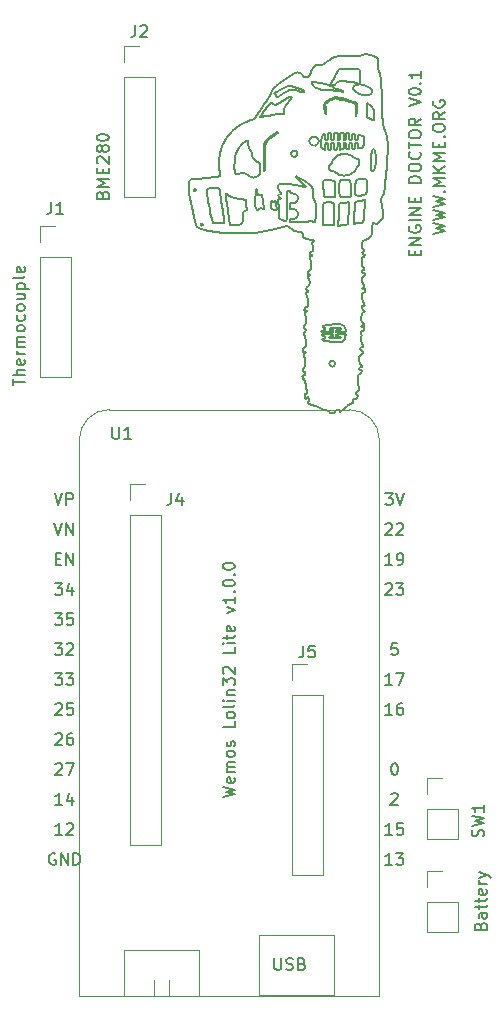
<source format=gbr>
%TF.GenerationSoftware,KiCad,Pcbnew,(5.1.6)-1*%
%TF.CreationDate,2021-04-30T10:44:39-04:00*%
%TF.ProjectId,Engine_Doctor_v0.1,456e6769-6e65-45f4-946f-63746f725f76,rev?*%
%TF.SameCoordinates,Original*%
%TF.FileFunction,Legend,Top*%
%TF.FilePolarity,Positive*%
%FSLAX46Y46*%
G04 Gerber Fmt 4.6, Leading zero omitted, Abs format (unit mm)*
G04 Created by KiCad (PCBNEW (5.1.6)-1) date 2021-04-30 10:44:39*
%MOMM*%
%LPD*%
G01*
G04 APERTURE LIST*
%ADD10C,0.150000*%
%ADD11C,0.200000*%
%ADD12C,0.120000*%
G04 APERTURE END LIST*
D10*
X218146380Y-94820666D02*
X219146380Y-94582571D01*
X218432095Y-94392095D01*
X219146380Y-94201619D01*
X218146380Y-93963523D01*
X218146380Y-93677809D02*
X219146380Y-93439714D01*
X218432095Y-93249238D01*
X219146380Y-93058761D01*
X218146380Y-92820666D01*
X218146380Y-92534952D02*
X219146380Y-92296857D01*
X218432095Y-92106380D01*
X219146380Y-91915904D01*
X218146380Y-91677809D01*
X219051142Y-91296857D02*
X219098761Y-91249238D01*
X219146380Y-91296857D01*
X219098761Y-91344476D01*
X219051142Y-91296857D01*
X219146380Y-91296857D01*
X219146380Y-90820666D02*
X218146380Y-90820666D01*
X218860666Y-90487333D01*
X218146380Y-90154000D01*
X219146380Y-90154000D01*
X219146380Y-89677809D02*
X218146380Y-89677809D01*
X219146380Y-89106380D02*
X218574952Y-89534952D01*
X218146380Y-89106380D02*
X218717809Y-89677809D01*
X219146380Y-88677809D02*
X218146380Y-88677809D01*
X218860666Y-88344476D01*
X218146380Y-88011142D01*
X219146380Y-88011142D01*
X218622571Y-87534952D02*
X218622571Y-87201619D01*
X219146380Y-87058761D02*
X219146380Y-87534952D01*
X218146380Y-87534952D01*
X218146380Y-87058761D01*
X219051142Y-86630190D02*
X219098761Y-86582571D01*
X219146380Y-86630190D01*
X219098761Y-86677809D01*
X219051142Y-86630190D01*
X219146380Y-86630190D01*
X218146380Y-85963523D02*
X218146380Y-85773047D01*
X218194000Y-85677809D01*
X218289238Y-85582571D01*
X218479714Y-85534952D01*
X218813047Y-85534952D01*
X219003523Y-85582571D01*
X219098761Y-85677809D01*
X219146380Y-85773047D01*
X219146380Y-85963523D01*
X219098761Y-86058761D01*
X219003523Y-86154000D01*
X218813047Y-86201619D01*
X218479714Y-86201619D01*
X218289238Y-86154000D01*
X218194000Y-86058761D01*
X218146380Y-85963523D01*
X219146380Y-84534952D02*
X218670190Y-84868285D01*
X219146380Y-85106380D02*
X218146380Y-85106380D01*
X218146380Y-84725428D01*
X218194000Y-84630190D01*
X218241619Y-84582571D01*
X218336857Y-84534952D01*
X218479714Y-84534952D01*
X218574952Y-84582571D01*
X218622571Y-84630190D01*
X218670190Y-84725428D01*
X218670190Y-85106380D01*
X218194000Y-83582571D02*
X218146380Y-83677809D01*
X218146380Y-83820666D01*
X218194000Y-83963523D01*
X218289238Y-84058761D01*
X218384476Y-84106380D01*
X218574952Y-84154000D01*
X218717809Y-84154000D01*
X218908285Y-84106380D01*
X219003523Y-84058761D01*
X219098761Y-83963523D01*
X219146380Y-83820666D01*
X219146380Y-83725428D01*
X219098761Y-83582571D01*
X219051142Y-83534952D01*
X218717809Y-83534952D01*
X218717809Y-83725428D01*
X216590571Y-96661904D02*
X216590571Y-96328571D01*
X217114380Y-96185714D02*
X217114380Y-96661904D01*
X216114380Y-96661904D01*
X216114380Y-96185714D01*
X217114380Y-95757142D02*
X216114380Y-95757142D01*
X217114380Y-95185714D01*
X216114380Y-95185714D01*
X216162000Y-94185714D02*
X216114380Y-94280952D01*
X216114380Y-94423809D01*
X216162000Y-94566666D01*
X216257238Y-94661904D01*
X216352476Y-94709523D01*
X216542952Y-94757142D01*
X216685809Y-94757142D01*
X216876285Y-94709523D01*
X216971523Y-94661904D01*
X217066761Y-94566666D01*
X217114380Y-94423809D01*
X217114380Y-94328571D01*
X217066761Y-94185714D01*
X217019142Y-94138095D01*
X216685809Y-94138095D01*
X216685809Y-94328571D01*
X217114380Y-93709523D02*
X216114380Y-93709523D01*
X217114380Y-93233333D02*
X216114380Y-93233333D01*
X217114380Y-92661904D01*
X216114380Y-92661904D01*
X216590571Y-92185714D02*
X216590571Y-91852380D01*
X217114380Y-91709523D02*
X217114380Y-92185714D01*
X216114380Y-92185714D01*
X216114380Y-91709523D01*
X217114380Y-90519047D02*
X216114380Y-90519047D01*
X216114380Y-90280952D01*
X216162000Y-90138095D01*
X216257238Y-90042857D01*
X216352476Y-89995238D01*
X216542952Y-89947619D01*
X216685809Y-89947619D01*
X216876285Y-89995238D01*
X216971523Y-90042857D01*
X217066761Y-90138095D01*
X217114380Y-90280952D01*
X217114380Y-90519047D01*
X216114380Y-89328571D02*
X216114380Y-89138095D01*
X216162000Y-89042857D01*
X216257238Y-88947619D01*
X216447714Y-88900000D01*
X216781047Y-88900000D01*
X216971523Y-88947619D01*
X217066761Y-89042857D01*
X217114380Y-89138095D01*
X217114380Y-89328571D01*
X217066761Y-89423809D01*
X216971523Y-89519047D01*
X216781047Y-89566666D01*
X216447714Y-89566666D01*
X216257238Y-89519047D01*
X216162000Y-89423809D01*
X216114380Y-89328571D01*
X217019142Y-87900000D02*
X217066761Y-87947619D01*
X217114380Y-88090476D01*
X217114380Y-88185714D01*
X217066761Y-88328571D01*
X216971523Y-88423809D01*
X216876285Y-88471428D01*
X216685809Y-88519047D01*
X216542952Y-88519047D01*
X216352476Y-88471428D01*
X216257238Y-88423809D01*
X216162000Y-88328571D01*
X216114380Y-88185714D01*
X216114380Y-88090476D01*
X216162000Y-87947619D01*
X216209619Y-87900000D01*
X216114380Y-87614285D02*
X216114380Y-87042857D01*
X217114380Y-87328571D02*
X216114380Y-87328571D01*
X216114380Y-86519047D02*
X216114380Y-86328571D01*
X216162000Y-86233333D01*
X216257238Y-86138095D01*
X216447714Y-86090476D01*
X216781047Y-86090476D01*
X216971523Y-86138095D01*
X217066761Y-86233333D01*
X217114380Y-86328571D01*
X217114380Y-86519047D01*
X217066761Y-86614285D01*
X216971523Y-86709523D01*
X216781047Y-86757142D01*
X216447714Y-86757142D01*
X216257238Y-86709523D01*
X216162000Y-86614285D01*
X216114380Y-86519047D01*
X217114380Y-85090476D02*
X216638190Y-85423809D01*
X217114380Y-85661904D02*
X216114380Y-85661904D01*
X216114380Y-85280952D01*
X216162000Y-85185714D01*
X216209619Y-85138095D01*
X216304857Y-85090476D01*
X216447714Y-85090476D01*
X216542952Y-85138095D01*
X216590571Y-85185714D01*
X216638190Y-85280952D01*
X216638190Y-85661904D01*
X216114380Y-84042857D02*
X217114380Y-83709523D01*
X216114380Y-83376190D01*
X216114380Y-82852380D02*
X216114380Y-82757142D01*
X216162000Y-82661904D01*
X216209619Y-82614285D01*
X216304857Y-82566666D01*
X216495333Y-82519047D01*
X216733428Y-82519047D01*
X216923904Y-82566666D01*
X217019142Y-82614285D01*
X217066761Y-82661904D01*
X217114380Y-82757142D01*
X217114380Y-82852380D01*
X217066761Y-82947619D01*
X217019142Y-82995238D01*
X216923904Y-83042857D01*
X216733428Y-83090476D01*
X216495333Y-83090476D01*
X216304857Y-83042857D01*
X216209619Y-82995238D01*
X216162000Y-82947619D01*
X216114380Y-82852380D01*
X217019142Y-82090476D02*
X217066761Y-82042857D01*
X217114380Y-82090476D01*
X217066761Y-82138095D01*
X217019142Y-82090476D01*
X217114380Y-82090476D01*
X217114380Y-81090476D02*
X217114380Y-81661904D01*
X217114380Y-81376190D02*
X216114380Y-81376190D01*
X216257238Y-81471428D01*
X216352476Y-81566666D01*
X216400095Y-81661904D01*
D11*
X207092342Y-81391245D02*
G75*
G02*
X207139621Y-81456095I-556686J-455515D01*
G01*
X207750242Y-81352927D02*
G75*
G02*
X207697260Y-81445988I-505654J226267D01*
G01*
X201954210Y-85549054D02*
G75*
G02*
X202732553Y-85209347I2043386J-3620312D01*
G01*
X202842221Y-85171562D02*
X202732553Y-85209347D01*
X207697260Y-81445988D02*
G75*
G02*
X207642408Y-81503508I-221260J156083D01*
G01*
X208501267Y-80570192D02*
X208328065Y-80568113D01*
X208787625Y-80545185D02*
G75*
G02*
X208678558Y-80569494I-125664J307000D01*
G01*
X202944325Y-85130674D02*
X202842221Y-85171562D01*
X203106041Y-85019321D02*
G75*
G02*
X203067307Y-85064888I-229723J156029D01*
G01*
X203266001Y-84782565D02*
X203106041Y-85019321D01*
X203451329Y-84503516D02*
X203266001Y-84782565D01*
X208166442Y-80631159D02*
G75*
G02*
X208238267Y-80585472I146995J-151789D01*
G01*
X204323367Y-83200468D02*
G75*
G02*
X204281890Y-83258279I-290296J164494D01*
G01*
X204431685Y-82980466D02*
X204376885Y-83099529D01*
X207198719Y-81597487D02*
G75*
G02*
X207182553Y-81555386I46738J42101D01*
G01*
X204566645Y-82664902D02*
G75*
G02*
X204668379Y-82527326I539252J-292362D01*
G01*
X206696188Y-81183279D02*
G75*
G02*
X206797672Y-81191025I1J-668687D01*
G01*
X208004788Y-80822846D02*
G75*
G02*
X208069847Y-80734414I677546J-430318D01*
G01*
X206879977Y-81214609D02*
G75*
G02*
X206955490Y-81258705I-140910J-328004D01*
G01*
X203028386Y-85091936D02*
X202944325Y-85130674D01*
X203067307Y-85064888D02*
G75*
G02*
X203028386Y-85091936I-108304J114318D01*
G01*
X207324818Y-81600414D02*
G75*
G02*
X207237311Y-81613496I-110750J441599D01*
G01*
X204062298Y-83571248D02*
X203870383Y-83859970D01*
X206797673Y-81191025D02*
G75*
G02*
X206879978Y-81214608I-51414J-334850D01*
G01*
X207642409Y-81503507D02*
G75*
G02*
X207578533Y-81535143I-109184J140148D01*
G01*
X207932008Y-80945860D02*
X207863333Y-81080537D01*
X207173156Y-81515146D02*
G75*
G02*
X207182553Y-81555386I-81457J-40240D01*
G01*
X204376885Y-83099529D02*
X204323368Y-83200469D01*
X204479814Y-82858279D02*
X204431685Y-82980466D01*
X205927574Y-81560338D02*
X205297974Y-82025695D01*
X208238267Y-80585471D02*
G75*
G02*
X208328065Y-80568113I94634J-248609D01*
G01*
X206269125Y-81333769D02*
X205927574Y-81560338D01*
X206955491Y-81258704D02*
G75*
G02*
X207036400Y-81329433I-486291J-637929D01*
G01*
X207578533Y-81535143D02*
X207324818Y-81600414D01*
X203659803Y-84183279D02*
X203451329Y-84503516D01*
X203870383Y-83859970D02*
X203659803Y-84183279D01*
X206501316Y-81219789D02*
G75*
G02*
X206696189Y-81183279I194873J-501811D01*
G01*
X207810090Y-81206892D02*
X207750242Y-81352927D01*
X204225699Y-83330079D02*
X204062298Y-83571248D01*
X204225699Y-83330079D02*
G75*
G02*
X204281890Y-83258279I578558J-394904D01*
G01*
X204479814Y-82858279D02*
G75*
G02*
X204566644Y-82664902I1334169J-482883D01*
G01*
X204668379Y-82527327D02*
G75*
G02*
X204845646Y-82370025I1237657J-1216215D01*
G01*
X207863333Y-81080537D02*
X207810090Y-81206892D01*
X208897014Y-80482918D02*
G75*
G02*
X208787626Y-80545185I-294770J390619D01*
G01*
X205297974Y-82025695D02*
X204845646Y-82370025D01*
X206269125Y-81333770D02*
G75*
G02*
X206501316Y-81219790I777760J-1290901D01*
G01*
X207237311Y-81613496D02*
G75*
G02*
X207198720Y-81597487I-2481J48537D01*
G01*
X208069847Y-80734414D02*
G75*
G02*
X208166442Y-80631159I1093433J-926090D01*
G01*
X207139620Y-81456096D02*
G75*
G02*
X207173156Y-81515146I-494757J-320026D01*
G01*
X208678558Y-80569494D02*
G75*
G02*
X208501267Y-80570192I-96207J1920438D01*
G01*
X207036400Y-81329433D02*
G75*
G02*
X207092342Y-81391246I-592001J-592000D01*
G01*
X208004789Y-80822846D02*
X207932008Y-80945860D01*
X213505298Y-80525622D02*
X213499757Y-80311441D01*
X213511387Y-80791056D02*
X213505298Y-80525622D01*
X213927793Y-85450567D02*
X213875289Y-84743721D01*
X209095531Y-80326940D02*
X208897014Y-80482918D01*
X209396678Y-80108030D02*
X209235083Y-80219602D01*
X209555023Y-80008541D02*
X209396678Y-80108030D01*
X214225725Y-89309251D02*
X214264069Y-88845981D01*
X214146495Y-90045870D02*
X214186245Y-89691414D01*
X213875289Y-84743721D02*
X213800439Y-83158279D01*
X209682553Y-79940029D02*
G75*
G02*
X209877101Y-79863078I645039J-1346394D01*
G01*
X209877101Y-79863078D02*
G75*
G02*
X210058080Y-79825386I276092J-872320D01*
G01*
X211554950Y-79798789D02*
X210982553Y-79804155D01*
X214030192Y-91270974D02*
X214053694Y-91008630D01*
X214295816Y-88378704D02*
X214314943Y-87983279D01*
X214030192Y-91270973D02*
G75*
G02*
X214002978Y-91427421I-1182860J125162D01*
G01*
X212594716Y-79655173D02*
G75*
G02*
X212835334Y-79703047I-250222J-1886266D01*
G01*
X213802776Y-92229316D02*
G75*
G02*
X213749361Y-92129932I95955J115619D01*
G01*
X211855117Y-79784932D02*
X211554950Y-79798789D01*
X213613674Y-81159056D02*
G75*
G02*
X213559374Y-81059186I410961J288140D01*
G01*
X212043671Y-79758706D02*
G75*
G02*
X211855117Y-79784932I-310189J1539179D01*
G01*
X214293721Y-86827265D02*
G75*
G02*
X214324520Y-87312748I-4335793J-518782D01*
G01*
X213963338Y-91536773D02*
G75*
G02*
X213902129Y-91630607I-414842J203728D01*
G01*
X214073931Y-90765920D02*
X214107289Y-90422014D01*
X213802776Y-92229315D02*
G75*
G02*
X213843727Y-92290447I-82763J-99723D01*
G01*
X212364772Y-79648667D02*
G75*
G02*
X212466740Y-79643999I77423J-575199D01*
G01*
X213330900Y-79882301D02*
G75*
G02*
X213437496Y-79964234I-127567J-276272D01*
G01*
X213486112Y-80145602D02*
X213465959Y-80023235D01*
X213676919Y-81306464D02*
G75*
G02*
X213714911Y-81564611I-2415287J-487331D01*
G01*
X213807703Y-91782979D02*
G75*
G02*
X213902129Y-91630607I569953J-247758D01*
G01*
X213800439Y-83158279D02*
X213747854Y-82028476D01*
X214095003Y-86145106D02*
G75*
G02*
X214219921Y-86454257I-1306514J-707734D01*
G01*
X213843727Y-92290446D02*
G75*
G02*
X213866999Y-92399094I-581292J-181327D01*
G01*
X213677651Y-93733341D02*
X213882553Y-93490339D01*
X213559373Y-81059186D02*
G75*
G02*
X213527717Y-80947833I499947J202306D01*
G01*
X209235083Y-80219602D02*
X209095531Y-80326940D01*
X209555023Y-80008541D02*
G75*
G02*
X209682553Y-79940028I804593J-1344726D01*
G01*
X210058080Y-79825387D02*
G75*
G02*
X210326720Y-79809664I306282J-2930421D01*
G01*
X214264069Y-88845981D02*
X214295816Y-88378704D01*
X213437496Y-79964235D02*
G75*
G02*
X213465959Y-80023235I-104652J-86853D01*
G01*
X210982553Y-79804155D02*
X210326720Y-79809664D01*
X212177990Y-79711265D02*
G75*
G02*
X212043670Y-79758705I-234700J450654D01*
G01*
X212466740Y-79644000D02*
G75*
G02*
X212594716Y-79655174I-60666J-1433240D01*
G01*
X213747854Y-82028476D02*
X213714911Y-81564611D01*
X214002978Y-91427421D02*
G75*
G02*
X213963339Y-91536773I-520657J126875D01*
G01*
X213499757Y-80311441D02*
X213486112Y-80145602D01*
X213991669Y-85864063D02*
G75*
G02*
X213927793Y-85450567I3725782J787235D01*
G01*
X213866999Y-92399094D02*
G75*
G02*
X213879390Y-92576293I-1770381J-212829D01*
G01*
X213513392Y-93915493D02*
X213677651Y-93733341D01*
X212177991Y-79711266D02*
G75*
G02*
X212273180Y-79670368I322157J-618582D01*
G01*
X213754003Y-91964758D02*
G75*
G02*
X213807704Y-91782980I763242J-126657D01*
G01*
X212273180Y-79670367D02*
G75*
G02*
X212364772Y-79648667I155219J-451005D01*
G01*
X213330900Y-79882301D02*
X213098768Y-79786330D01*
X214095003Y-86145105D02*
G75*
G02*
X213991670Y-85864063I916682J496564D01*
G01*
X214107289Y-90422014D02*
X214146495Y-90045870D01*
X212835333Y-79703048D02*
G75*
G02*
X213098768Y-79786330I-787084J-2947944D01*
G01*
X213527717Y-80947833D02*
G75*
G02*
X213511387Y-80791056I1183932J202562D01*
G01*
X213613673Y-81159055D02*
G75*
G02*
X213676919Y-81306464I-320744J-224887D01*
G01*
X214219921Y-86454257D02*
G75*
G02*
X214293721Y-86827265I-2404538J-669544D01*
G01*
X214314943Y-87983279D02*
X214324520Y-87312748D01*
X214186245Y-89691414D02*
X214225725Y-89309251D01*
X213882553Y-92892931D02*
X213879390Y-92576293D01*
X214053694Y-91008630D02*
X214073931Y-90765920D01*
X213749361Y-92129932D02*
G75*
G02*
X213754002Y-91964757I604235J65675D01*
G01*
X213882553Y-93490339D02*
X213882553Y-92892931D01*
X213405866Y-93992880D02*
G75*
G02*
X213310492Y-94004280I-64608J135858D01*
G01*
X212211731Y-97627633D02*
G75*
G02*
X212298315Y-97722203I-244340J-310628D01*
G01*
X213065128Y-93883279D02*
G75*
G02*
X213078301Y-93886483I0J-28682D01*
G01*
X213033342Y-94190714D02*
X213044453Y-94029751D01*
X213024157Y-94381906D02*
X213033342Y-94190714D01*
X213009378Y-94647536D02*
X213024157Y-94381906D01*
X212987861Y-94810496D02*
G75*
G02*
X212953935Y-94924713I-602592J116845D01*
G01*
X212612500Y-95248365D02*
X212800715Y-95119082D01*
X212299317Y-96196141D02*
G75*
G02*
X212333223Y-96289680I-186387J-120477D01*
G01*
X212326964Y-96611735D02*
G75*
G02*
X212279084Y-96615641I-27765J44925D01*
G01*
X212326963Y-96611735D02*
G75*
G02*
X212360862Y-96604602I26836J-43421D01*
G01*
X212228958Y-96131356D02*
G75*
G02*
X212174324Y-96088304I93735J175145D01*
G01*
X212131274Y-97165523D02*
X212135582Y-97071430D01*
X212228959Y-96131356D02*
G75*
G02*
X212299317Y-96196141I-90222J-168580D01*
G01*
X213009378Y-94647536D02*
G75*
G02*
X212987862Y-94810496I-1361360J96841D01*
G01*
X212406358Y-95367664D02*
X212612500Y-95248365D01*
X212179711Y-97939088D02*
G75*
G02*
X212229076Y-97933279I49365J-206851D01*
G01*
X213310492Y-94004280D02*
G75*
G02*
X213202267Y-93959414I64424J308362D01*
G01*
X212163908Y-95646138D02*
G75*
G02*
X212184800Y-95543126I974506J-144021D01*
G01*
X212313053Y-96352237D02*
G75*
G02*
X212257553Y-96365198I-37308J34445D01*
G01*
X213056301Y-93891355D02*
G75*
G02*
X213065128Y-93883279I8827J-786D01*
G01*
X213044453Y-94029751D02*
X213056301Y-93891355D01*
X212184800Y-95543125D02*
G75*
G02*
X212209353Y-95465420I750746J-194481D01*
G01*
X212149991Y-95768419D02*
X212163908Y-95646137D01*
X212201926Y-96365750D02*
G75*
G02*
X212225388Y-96358409I21698J-28183D01*
G01*
X212196013Y-96508468D02*
G75*
G02*
X212183319Y-96422349I304985J88950D01*
G01*
X212304159Y-97901317D02*
G75*
G02*
X212229076Y-97933279I-75083J72208D01*
G01*
X212138500Y-96913681D02*
G75*
G02*
X212152830Y-96866799I114541J-9379D01*
G01*
X212183319Y-96422348D02*
G75*
G02*
X212187728Y-96387126I133414J1188D01*
G01*
X212279084Y-96615641D02*
G75*
G02*
X212231520Y-96579007I43561J105750D01*
G01*
X212378001Y-96674237D02*
G75*
G02*
X212352204Y-96754190I-748303J197299D01*
G01*
X212150514Y-97569995D02*
G75*
G02*
X212118474Y-97515089I120472J107103D01*
G01*
X212225388Y-96358409D02*
G75*
G02*
X212257553Y-96365198I-5170J-104083D01*
G01*
X212333537Y-96784428D02*
G75*
G02*
X212302975Y-96810047I-110728J101053D01*
G01*
X212146684Y-96034003D02*
G75*
G02*
X212139122Y-95946368I336235J73158D01*
G01*
X212152831Y-96866799D02*
G75*
G02*
X212181235Y-96842019I49022J-27523D01*
G01*
X212107749Y-97447205D02*
G75*
G02*
X212115149Y-97345437I907914J-14865D01*
G01*
X212135582Y-97071430D02*
X212136002Y-96995779D01*
X212136001Y-96995779D02*
G75*
G02*
X212138500Y-96913681I801120J16703D01*
G01*
X212332248Y-97825449D02*
G75*
G02*
X212304159Y-97901317I-101017J-5733D01*
G01*
X213156232Y-93930249D02*
X213202267Y-93959414D01*
X212174324Y-96088303D02*
G75*
G02*
X212146684Y-96034002I89659J79822D01*
G01*
X212406358Y-95367664D02*
G75*
G02*
X212234848Y-95440848I-533416J1012530D01*
G01*
X212124194Y-97261948D02*
X212131274Y-97165523D01*
X212118474Y-97515089D02*
G75*
G02*
X212107749Y-97447205I188802J64617D01*
G01*
X213114052Y-93905644D02*
X213156232Y-93930249D01*
X212265674Y-96827367D02*
G75*
G02*
X212227234Y-96833279I-38440J122013D01*
G01*
X213078301Y-93886483D02*
X213114052Y-93905644D01*
X212181235Y-96842018D02*
G75*
G02*
X212227234Y-96833279I45999J-116689D01*
G01*
X212333224Y-96289679D02*
G75*
G02*
X212313053Y-96352236I-77645J-9495D01*
G01*
X212352204Y-96754191D02*
G75*
G02*
X212333537Y-96784428I-89383J34300D01*
G01*
X212953935Y-94924713D02*
G75*
G02*
X212900543Y-95019406I-396134J160959D01*
G01*
X212298315Y-97722203D02*
G75*
G02*
X212332249Y-97825449I-176420J-115183D01*
G01*
X212302974Y-96810047D02*
G75*
G02*
X212265674Y-96827367I-85142J134535D01*
G01*
X212115149Y-97345437D02*
X212124194Y-97261948D01*
X212900543Y-95019405D02*
G75*
G02*
X212800715Y-95119082I-390527J291294D01*
G01*
X212209352Y-95465420D02*
G75*
G02*
X212234848Y-95440848I38496J-14429D01*
G01*
X212139122Y-95946368D02*
X212149991Y-95768419D01*
X212187728Y-96387126D02*
G75*
G02*
X212201927Y-96365750I38469J-10149D01*
G01*
X212360862Y-96604603D02*
G75*
G02*
X212380107Y-96623156I-3146J-22521D01*
G01*
X212231521Y-96579007D02*
G75*
G02*
X212196013Y-96508468I173287J131435D01*
G01*
X212211731Y-97627633D02*
G75*
G02*
X212150514Y-97569995I293151J372681D01*
G01*
X212380108Y-96623156D02*
G75*
G02*
X212378001Y-96674237I-117130J-20754D01*
G01*
X213513392Y-93915493D02*
G75*
G02*
X213405866Y-93992879I-266492J256886D01*
G01*
X212160893Y-98546930D02*
G75*
G02*
X212199353Y-98533279I38460J-47351D01*
G01*
X212207348Y-99865136D02*
G75*
G02*
X212267690Y-99842612I81510J-126278D01*
G01*
X212419838Y-99657862D02*
G75*
G02*
X212399391Y-99745502I-204361J1472D01*
G01*
X212276632Y-99510160D02*
G75*
G02*
X212234136Y-99519179I-67032J211200D01*
G01*
X212247976Y-101309316D02*
G75*
G02*
X212188651Y-101239473I179807J212848D01*
G01*
X212154461Y-98795543D02*
X212138078Y-98651528D01*
X212270216Y-98146369D02*
G75*
G02*
X212324100Y-98145989I28861J-272216D01*
G01*
X212182554Y-99461649D02*
G75*
G02*
X212188267Y-99431735I81171J0D01*
G01*
X212230973Y-99089581D02*
G75*
G02*
X212200079Y-99004024I948997J391034D01*
G01*
X212225839Y-100599883D02*
G75*
G02*
X212191502Y-100501981I450613J213014D01*
G01*
X212183965Y-100940179D02*
G75*
G02*
X212235612Y-100948567I-18305J-275887D01*
G01*
X212399391Y-99745502D02*
G75*
G02*
X212345293Y-99810759I-159821J77438D01*
G01*
X212163780Y-100200012D02*
X212162826Y-99993194D01*
X212146828Y-101140291D02*
G75*
G02*
X212132553Y-101030735I413259J109556D01*
G01*
X212188652Y-101239472D02*
G75*
G02*
X212146829Y-101140290I331229J198079D01*
G01*
X212260902Y-99136981D02*
G75*
G02*
X212312884Y-99216372I-226642J-205108D01*
G01*
X212276633Y-99510159D02*
G75*
G02*
X212319216Y-99502680I49141J-154832D01*
G01*
X212330071Y-99298979D02*
G75*
G02*
X212308555Y-99358827I-97688J1329D01*
G01*
X212308555Y-99358826D02*
G75*
G02*
X212257553Y-99383279I-51002J40961D01*
G01*
X212188267Y-99431734D02*
G75*
G02*
X212204585Y-99406300I73230J-29032D01*
G01*
X212320433Y-100947144D02*
G75*
G02*
X212235612Y-100948567I-44955J151024D01*
G01*
X212162827Y-99993194D02*
G75*
G02*
X212175335Y-99908107I314916J-2833D01*
G01*
X212153773Y-100949631D02*
G75*
G02*
X212183966Y-100940178I27294J-34234D01*
G01*
X212132553Y-101030735D02*
G75*
G02*
X212137331Y-100977192I302398J0D01*
G01*
X212191502Y-100501981D02*
G75*
G02*
X212172148Y-100377690I779556J185044D01*
G01*
X212313479Y-101333279D02*
G75*
G02*
X212359694Y-101353754I0J-62394D01*
G01*
X212204584Y-99406301D02*
G75*
G02*
X212228935Y-99389275I54789J-52432D01*
G01*
X212188415Y-99494717D02*
G75*
G02*
X212182553Y-99461649I90335J33068D01*
G01*
X212151266Y-97957420D02*
G75*
G02*
X212179711Y-97939088I40284J-31274D01*
G01*
X212139003Y-97990849D02*
G75*
G02*
X212151266Y-97957420I58570J-2521D01*
G01*
X212324100Y-98145990D02*
G75*
G02*
X212357830Y-98159682I-5740J-62532D01*
G01*
X212376510Y-98188831D02*
G75*
G02*
X212382553Y-98237156I-190219J-48325D01*
G01*
X212280313Y-100690943D02*
G75*
G02*
X212225839Y-100599883I438137J323928D01*
G01*
X212362729Y-100899560D02*
G75*
G02*
X212320433Y-100947144I-59535J10330D01*
G01*
X212141737Y-98045780D02*
G75*
G02*
X212139003Y-97990849I293902J42164D01*
G01*
X212325495Y-98441051D02*
G75*
G02*
X212265363Y-98509702I-235794J145877D01*
G01*
X212345294Y-99810759D02*
G75*
G02*
X212267690Y-99842612I-101654J137202D01*
G01*
X212155492Y-98098340D02*
G75*
G02*
X212141738Y-98045779I223771J86636D01*
G01*
X212357830Y-98159682D02*
G75*
G02*
X212376511Y-98188831I-34470J-42651D01*
G01*
X212140702Y-98581464D02*
G75*
G02*
X212160893Y-98546931I56030J-9591D01*
G01*
X212319216Y-99502680D02*
G75*
G02*
X212354898Y-99509209I3335J-82544D01*
G01*
X212402767Y-99563833D02*
G75*
G02*
X212419838Y-99657862I-240204J-92175D01*
G01*
X212175334Y-99908107D02*
G75*
G02*
X212207347Y-99865135I73554J-21384D01*
G01*
X212313479Y-101333279D02*
G75*
G02*
X212247976Y-101309315I0J101504D01*
G01*
X212137331Y-100977192D02*
G75*
G02*
X212153772Y-100949631I44848J-8069D01*
G01*
X212280313Y-100690943D02*
G75*
G02*
X212350567Y-100808822I-557224J-411972D01*
G01*
X212138078Y-98651528D02*
G75*
G02*
X212140702Y-98581464I264975J25157D01*
G01*
X212350568Y-100808821D02*
G75*
G02*
X212362730Y-100899560I-138007J-64683D01*
G01*
X212200079Y-99004024D02*
G75*
G02*
X212173048Y-98901752I1153357J359554D01*
G01*
X212234136Y-99519178D02*
G75*
G02*
X212205297Y-99513854I-5612J50370D01*
G01*
X212216218Y-98145860D02*
G75*
G02*
X212179346Y-98130515I9300J74318D01*
G01*
X212382553Y-98237156D02*
G75*
G02*
X212368014Y-98343870I-398896J0D01*
G01*
X212260902Y-99136980D02*
G75*
G02*
X212230973Y-99089581I121175J109661D01*
G01*
X212172148Y-100377690D02*
X212163780Y-100200012D01*
X212205297Y-99513855D02*
G75*
G02*
X212188416Y-99494717I16091J31208D01*
G01*
X212382818Y-99529915D02*
G75*
G02*
X212402766Y-99563833I-91729J-76773D01*
G01*
X212179346Y-98130514D02*
G75*
G02*
X212155492Y-98098340I46523J59421D01*
G01*
X212270215Y-98146369D02*
G75*
G02*
X212216218Y-98145860I-24795J233869D01*
G01*
X212368014Y-98343871D02*
G75*
G02*
X212325495Y-98441052I-362110J100539D01*
G01*
X212228935Y-99389275D02*
G75*
G02*
X212257553Y-99383279I28619J-65307D01*
G01*
X212265363Y-98509701D02*
G75*
G02*
X212199353Y-98533279I-66010J80614D01*
G01*
X212354898Y-99509208D02*
G75*
G02*
X212382818Y-99529915I-29130J-68455D01*
G01*
X212312884Y-99216371D02*
G75*
G02*
X212330071Y-99298978I-177220J-79964D01*
G01*
X212173048Y-98901752D02*
X212154461Y-98795543D01*
X211992196Y-104649979D02*
G75*
G02*
X211983319Y-104622017I37835J27401D01*
G01*
X212302272Y-102479457D02*
X212207553Y-102383279D01*
X212325919Y-102534066D02*
G75*
G02*
X212303625Y-102570375I-36098J-2835D01*
G01*
X212140544Y-102624024D02*
G75*
G02*
X212180736Y-102603582I115986J-178310D01*
G01*
X212234041Y-104376758D02*
G75*
G02*
X212207089Y-104447511I-109428J1174D01*
G01*
X212109153Y-102650042D02*
G75*
G02*
X212140544Y-102624024I127960J-122442D01*
G01*
X212081587Y-103305739D02*
G75*
G02*
X212048430Y-103188153I646207J245687D01*
G01*
X212138626Y-102731253D02*
G75*
G02*
X212104132Y-102726310I-7170J72798D01*
G01*
X212207089Y-104447511D02*
G75*
G02*
X212149051Y-104461935I-39338J34307D01*
G01*
X212182554Y-104988606D02*
G75*
G02*
X212174574Y-105009808I-32157J0D01*
G01*
X212106037Y-103470573D02*
G75*
G02*
X212094028Y-103501861I-65248J7094D01*
G01*
X212104132Y-102726309D02*
G75*
G02*
X212089968Y-102708529I8615J21395D01*
G01*
X212202221Y-102722062D02*
G75*
G02*
X212305763Y-102712676I99267J-519273D01*
G01*
X212325610Y-102931709D02*
G75*
G02*
X212293486Y-103009497I-707437J246615D01*
G01*
X212261151Y-103052240D02*
G75*
G02*
X212222682Y-103069595I-47330J53600D01*
G01*
X212081588Y-103305739D02*
G75*
G02*
X212098912Y-103363363I-394895J-150138D01*
G01*
X212213946Y-104259217D02*
G75*
G02*
X212234040Y-104376758I-312845J-113970D01*
G01*
X211983319Y-104622017D02*
G75*
G02*
X211997114Y-104544941I238212J-2862D01*
G01*
X212098912Y-103363363D02*
G75*
G02*
X212107152Y-103420978I-361106J-81042D01*
G01*
X212107153Y-103420977D02*
G75*
G02*
X212106037Y-103470573I-288769J-18318D01*
G01*
X212097530Y-104015569D02*
G75*
G02*
X212065950Y-103809979I1661032J360360D01*
G01*
X212099508Y-103067088D02*
G75*
G02*
X212173149Y-103066333I38206J-134749D01*
G01*
X212088972Y-104457374D02*
G75*
G02*
X212149051Y-104461935I22415J-102712D01*
G01*
X212201120Y-104896536D02*
X212212636Y-104863064D01*
X212359693Y-101353754D02*
G75*
G02*
X212367785Y-101397696I-31422J-28502D01*
G01*
X212202221Y-102722061D02*
G75*
G02*
X212138625Y-102731252I-133048J695995D01*
G01*
X212367784Y-101397696D02*
G75*
G02*
X212324752Y-101456928I-134763J52659D01*
G01*
X212324752Y-101456927D02*
G75*
G02*
X212246063Y-101505808I-225036J274491D01*
G01*
X212020990Y-104681560D02*
G75*
G02*
X211992196Y-104649979I125373J143229D01*
G01*
X212222682Y-103069595D02*
G75*
G02*
X212173149Y-103066333I-16285J130401D01*
G01*
X212055695Y-103107166D02*
G75*
G02*
X212099508Y-103067088I61888J-23669D01*
G01*
X212062914Y-104711583D02*
G75*
G02*
X212020990Y-104681560I132450J229234D01*
G01*
X212089072Y-102163494D02*
G75*
G02*
X212082553Y-102055814I886111J107680D01*
G01*
X212172559Y-101568030D02*
G75*
G02*
X212246063Y-101505808I145979J-97920D01*
G01*
X212112636Y-104735212D02*
G75*
G02*
X212062914Y-104711583I121940J320726D01*
G01*
X212182554Y-104988606D02*
G75*
G02*
X212184588Y-104965145I136293J0D01*
G01*
X212302273Y-102479456D02*
G75*
G02*
X212325919Y-102534065I-67824J-61793D01*
G01*
X212362763Y-102803047D02*
G75*
G02*
X212325609Y-102931708I-1202075J277433D01*
G01*
X212121708Y-101676072D02*
G75*
G02*
X212172560Y-101568030I380600J-113148D01*
G01*
X212152490Y-104141224D02*
G75*
G02*
X212213946Y-104259216I-417643J-292529D01*
G01*
X212048430Y-103188153D02*
G75*
G02*
X212055695Y-103107165I146698J27661D01*
G01*
X212082553Y-102055814D02*
X212091755Y-101835116D01*
X212303625Y-102570375D02*
G75*
G02*
X212223970Y-102592302I-128860J312472D01*
G01*
X212207553Y-102383280D02*
G75*
G02*
X212147465Y-102315516I340571J362521D01*
G01*
X212293485Y-103009496D02*
G75*
G02*
X212261151Y-103052240I-121701J58462D01*
G01*
X212180736Y-102603581D02*
G75*
G02*
X212223970Y-102592302I73100J-191689D01*
G01*
X212092444Y-102677856D02*
G75*
G02*
X212109152Y-102650042I69844J-23030D01*
G01*
X211997114Y-104544941D02*
G75*
G02*
X212034891Y-104486322I143910J-51261D01*
G01*
X212089968Y-102708529D02*
G75*
G02*
X212092444Y-102677856I64474J10230D01*
G01*
X212112637Y-104735211D02*
G75*
G02*
X212169247Y-104761943I-143055J-376262D01*
G01*
X212353066Y-102739977D02*
G75*
G02*
X212362763Y-102803048I-74246J-43697D01*
G01*
X212091755Y-101835116D02*
G75*
G02*
X212121708Y-101676073I785690J-65628D01*
G01*
X212217432Y-104825292D02*
G75*
G02*
X212212636Y-104863064I-79539J-9090D01*
G01*
X212191390Y-104932280D02*
X212201120Y-104896536D01*
X212184588Y-104965145D02*
X212191390Y-104932280D01*
X212109481Y-102245899D02*
G75*
G02*
X212089072Y-102163494I326232J124528D01*
G01*
X212203682Y-104791722D02*
G75*
G02*
X212217433Y-104825291I-52617J-41155D01*
G01*
X212152491Y-104141224D02*
G75*
G02*
X212097529Y-104015569I284560J199314D01*
G01*
X212058989Y-103606279D02*
G75*
G02*
X212094028Y-103501861I185762J-4248D01*
G01*
X212065950Y-103809978D02*
G75*
G02*
X212058988Y-103606279I1780650J162821D01*
G01*
X212169247Y-104761943D02*
G75*
G02*
X212203682Y-104791722I-58561J-102516D01*
G01*
X212147465Y-102315516D02*
G75*
G02*
X212109482Y-102245899I237640J174828D01*
G01*
X212034890Y-104486322D02*
G75*
G02*
X212088972Y-104457374I78029J-80783D01*
G01*
X212305763Y-102712676D02*
G75*
G02*
X212353065Y-102739977I-448J-55404D01*
G01*
X199249570Y-92756579D02*
X199186977Y-92433279D01*
X199314894Y-93087108D02*
X199249570Y-92756579D01*
X200115917Y-91187663D02*
X200247160Y-92061418D01*
X199611929Y-90941011D02*
G75*
G02*
X199936899Y-90972530I-15086J-1846534D01*
G01*
X199274556Y-90969052D02*
G75*
G02*
X199611928Y-90941011I322173J-1832657D01*
G01*
X199071360Y-91068409D02*
G75*
G02*
X199274556Y-90969051I273861J-302614D01*
G01*
X198485792Y-94069771D02*
G75*
G02*
X198510505Y-94043030I44926J-16729D01*
G01*
X198554751Y-94162947D02*
G75*
G02*
X198512442Y-94146501I-2474J56282D01*
G01*
X197966194Y-91229929D02*
G75*
G02*
X197917246Y-91201305I30154J107726D01*
G01*
X197458126Y-91087434D02*
X197461818Y-91215623D01*
X197458126Y-91087433D02*
G75*
G02*
X197463415Y-90983279I1011923J825D01*
G01*
X197901631Y-91164446D02*
G75*
G02*
X197915052Y-91124794I62342J997D01*
G01*
X200144699Y-89941458D02*
G75*
G02*
X200049791Y-89266410I4743164J1011064D01*
G01*
X197917246Y-91201305D02*
G75*
G02*
X197901632Y-91164445I37713J37712D01*
G01*
X199374012Y-93380465D02*
X199314894Y-93087108D01*
X198510505Y-94043030D02*
G75*
G02*
X198554603Y-94033279I44098J-94839D01*
G01*
X198612210Y-94148474D02*
G75*
G02*
X198554751Y-94162947I-63916J132455D01*
G01*
X199414001Y-93570779D02*
X199374012Y-93380465D01*
X198613613Y-94046428D02*
G75*
G02*
X198638469Y-94060895I-56095J-124963D01*
G01*
X198065772Y-91203397D02*
G75*
G02*
X198022309Y-91230443I-65139J56234D01*
G01*
X199492592Y-93933279D02*
X199414001Y-93570779D01*
X199993334Y-93933279D02*
X199492592Y-93933279D01*
X200079001Y-91076641D02*
G75*
G02*
X200115917Y-91187663I-304173J-162789D01*
G01*
X199936899Y-90972530D02*
G75*
G02*
X200079001Y-91076642I-37517J-200241D01*
G01*
X198077064Y-91129652D02*
G75*
G02*
X198082553Y-91158279I-71901J-28627D01*
G01*
X198638469Y-94060894D02*
G75*
G02*
X198654315Y-94078040I-36066J-49230D01*
G01*
X198010504Y-91083279D02*
G75*
G02*
X198037997Y-91089016I0J-68749D01*
G01*
X199908584Y-90007228D02*
X199592076Y-90043020D01*
X198037997Y-91089016D02*
G75*
G02*
X198061389Y-91105311I-29119J-66740D01*
G01*
X197461818Y-91215623D02*
X197472887Y-91346180D01*
X197483990Y-90653757D02*
X197479306Y-90766934D01*
X200718603Y-86644555D02*
G75*
G02*
X201270391Y-86036793I3069691J-2232615D01*
G01*
X198082554Y-91158280D02*
G75*
G02*
X198065773Y-91203398I-69044J0D01*
G01*
X197485080Y-90562742D02*
G75*
G02*
X197537542Y-90354308I427858J3129D01*
G01*
X197955663Y-91094140D02*
G75*
G02*
X198010504Y-91083279I54841J-133021D01*
G01*
X199592076Y-90043020D02*
X199082553Y-90085962D01*
X200144951Y-87930443D02*
G75*
G02*
X200330221Y-87338937I3460792J-759210D01*
G01*
X200144700Y-89941457D02*
G75*
G02*
X200122547Y-89974200I-26823J-5718D01*
G01*
X198584215Y-94036600D02*
G75*
G02*
X198613614Y-94046428I-34621J-152443D01*
G01*
X200122547Y-89974200D02*
X199908584Y-90007228D01*
X200494076Y-93933279D02*
X199993334Y-93933279D01*
X197915053Y-91124794D02*
G75*
G02*
X197955664Y-91094141I78975J-62403D01*
G01*
X198652836Y-94114733D02*
G75*
G02*
X198612210Y-94148474I-88223J64895D01*
G01*
X200049792Y-89266409D02*
G75*
G02*
X200050413Y-88584443I4845961J336564D01*
G01*
X200330220Y-87338937D02*
G75*
G02*
X200718603Y-86644555I3101680J-1279027D01*
G01*
X200460887Y-93645779D02*
X200494076Y-93933279D01*
X197679900Y-90239144D02*
G75*
G02*
X198010955Y-90175664I479990J-1608220D01*
G01*
X200369953Y-92923293D02*
X200460887Y-93645779D01*
X199082553Y-90085962D02*
X198010955Y-90175664D01*
X198022309Y-91230443D02*
G75*
G02*
X197966194Y-91229930I-27107J104145D01*
G01*
X197485080Y-90562742D02*
X197483990Y-90653757D01*
X200247160Y-92061418D02*
X200369953Y-92923293D01*
X198486368Y-94107249D02*
G75*
G02*
X198485792Y-94069771I47761J19478D01*
G01*
X197537542Y-90354308D02*
G75*
G02*
X197679901Y-90239144I211205J-115508D01*
G01*
X200050413Y-88584443D02*
G75*
G02*
X200144951Y-87930443I4556302J-324797D01*
G01*
X198512442Y-94146501D02*
G75*
G02*
X198486369Y-94107249I84244J84244D01*
G01*
X198654316Y-94078040D02*
G75*
G02*
X198652835Y-94114733I-27912J-17250D01*
G01*
X198554602Y-94033280D02*
G75*
G02*
X198584214Y-94036600I1J-133709D01*
G01*
X198061389Y-91105311D02*
G75*
G02*
X198077064Y-91129652I-54368J-52229D01*
G01*
X197472162Y-90882900D02*
X197463415Y-90983279D01*
X197472887Y-91346180D02*
X197490411Y-91458279D01*
X201270391Y-86036793D02*
G75*
G02*
X201954211Y-85549054I2640072J-2978200D01*
G01*
X197479306Y-90766934D02*
X197472162Y-90882900D01*
X199186977Y-92433279D02*
X199128501Y-92129117D01*
X207377820Y-108846622D02*
G75*
G02*
X207330069Y-108765709I108755J118729D01*
G01*
X208950106Y-109743234D02*
G75*
G02*
X209078174Y-109763956I-13585J-490070D01*
G01*
X207683287Y-109257348D02*
G75*
G02*
X207559614Y-109187275I654730J1299715D01*
G01*
X208594339Y-109614904D02*
X208752271Y-109681356D01*
X207559614Y-109187275D02*
G75*
G02*
X207532553Y-109138118I31118J49157D01*
G01*
X209541152Y-110027103D02*
G75*
G02*
X209472522Y-110018176I1680J281197D01*
G01*
X207482272Y-108759021D02*
X207517809Y-108671035D01*
X207607540Y-108713379D02*
G75*
G02*
X207660041Y-108803999I-340797J-257960D01*
G01*
X209222999Y-109820326D02*
G75*
G02*
X209347681Y-109892555I-413093J-856807D01*
G01*
X209078174Y-109763956D02*
G75*
G02*
X209223000Y-109820326I-287883J-953859D01*
G01*
X207537569Y-109117538D02*
G75*
G02*
X207554585Y-109089752I202543J-104937D01*
G01*
X207517808Y-108671034D02*
G75*
G02*
X207538298Y-108651642I32646J-13972D01*
G01*
X207283820Y-108468500D02*
G75*
G02*
X207291159Y-108416704I116759J9874D01*
G01*
X207660040Y-108803998D02*
G75*
G02*
X207677692Y-108890560I-203466J-86572D01*
G01*
X207318517Y-108391496D02*
G75*
G02*
X207375970Y-108383279I57453J-196755D01*
G01*
X209541153Y-110027102D02*
X209644596Y-110023677D01*
X207430289Y-108844110D02*
G75*
G02*
X207377819Y-108846622I-27481J24768D01*
G01*
X209472522Y-110018176D02*
G75*
G02*
X209428143Y-109996488I30801J119273D01*
G01*
X209347681Y-109892556D02*
G75*
G02*
X209401656Y-109960941I-82866J-120896D01*
G01*
X207578850Y-109060239D02*
G75*
G02*
X207607553Y-109033279I233720J-220071D01*
G01*
X208752271Y-109681356D02*
X208886338Y-109731423D01*
X207482272Y-108759021D02*
G75*
G02*
X207430289Y-108844109I-253210J96270D01*
G01*
X209857821Y-109913909D02*
G75*
G02*
X209846213Y-109961132I-103054J292D01*
G01*
X209846214Y-109961132D02*
G75*
G02*
X209814816Y-109992411I-64845J33693D01*
G01*
X209814816Y-109992410D02*
G75*
G02*
X209754283Y-110011779I-88157J171243D01*
G01*
X209644596Y-110023677D02*
X209754283Y-110011779D01*
X207819003Y-109315677D02*
G75*
G02*
X207683287Y-109257348I411854J1145325D01*
G01*
X209428143Y-109996487D02*
G75*
G02*
X209401656Y-109960941I49995J64895D01*
G01*
X208107172Y-109393054D02*
X208261771Y-109458838D01*
X207554584Y-109089751D02*
G75*
G02*
X207578850Y-109060240I231473J-165593D01*
G01*
X207283820Y-108468500D02*
X207297024Y-108589334D01*
X208950106Y-109743234D02*
G75*
G02*
X208886338Y-109731423I5804J209389D01*
G01*
X208261771Y-109458838D02*
X208427509Y-109536767D01*
X207919974Y-109333279D02*
G75*
G02*
X207819004Y-109315677I0J298391D01*
G01*
X207659307Y-108968174D02*
G75*
G02*
X207607553Y-109033279I-181324J91017D01*
G01*
X207976515Y-109343207D02*
X208107172Y-109393054D01*
X207291159Y-108416705D02*
G75*
G02*
X207318517Y-108391496I39093J-14977D01*
G01*
X207532553Y-109138118D02*
G75*
G02*
X207537568Y-109117537I44738J0D01*
G01*
X207677692Y-108890560D02*
G75*
G02*
X207659308Y-108968174I-172992J-8D01*
G01*
X207538297Y-108651642D02*
G75*
G02*
X207561523Y-108657473I7309J-20059D01*
G01*
X207561523Y-108657473D02*
X207607540Y-108713379D01*
X207330069Y-108765709D02*
G75*
G02*
X207297024Y-108589334I1681976J406408D01*
G01*
X210227637Y-109825553D02*
G75*
G02*
X210232553Y-109856710I-96268J-31157D01*
G01*
X210213235Y-109795220D02*
G75*
G02*
X210227637Y-109825553I-108566J-70132D01*
G01*
X210191931Y-109770272D02*
G75*
G02*
X210213235Y-109795220I-82430J-91959D01*
G01*
X210166789Y-109754905D02*
G75*
G02*
X210191931Y-109770272I-29130J-75912D01*
G01*
X210075636Y-109745713D02*
G75*
G02*
X210166789Y-109754905I28700J-171941D01*
G01*
X207919974Y-109333279D02*
G75*
G02*
X207976515Y-109343207I0J-165975D01*
G01*
X208427509Y-109536767D02*
X208594339Y-109614904D01*
X209970485Y-109780598D02*
G75*
G02*
X210075636Y-109745712I164248J-319160D01*
G01*
X209886603Y-109842940D02*
G75*
G02*
X209970485Y-109780598I230457J-222477D01*
G01*
X209857820Y-109913908D02*
G75*
G02*
X209886603Y-109842940I102597J-290D01*
G01*
X207462310Y-108350602D02*
G75*
G02*
X207430569Y-108375086I-48481J30034D01*
G01*
X207318042Y-104849128D02*
G75*
G02*
X207350199Y-104844545I42709J-184557D01*
G01*
X207478370Y-108302629D02*
G75*
G02*
X207462310Y-108350602I-109750J10068D01*
G01*
X207482553Y-108211230D02*
G75*
G02*
X207478370Y-108302629I-1000547J0D01*
G01*
X207478619Y-108142940D02*
G75*
G02*
X207482553Y-108211230I-590705J-68290D01*
G01*
X207466829Y-108080003D02*
G75*
G02*
X207478619Y-108142941I-442417J-115447D01*
G01*
X207449697Y-108030075D02*
G75*
G02*
X207466830Y-108080003I-322343J-138512D01*
G01*
X207429025Y-108006099D02*
G75*
G02*
X207409203Y-107980835I24488J39622D01*
G01*
X207128934Y-106996792D02*
X207154935Y-107049460D01*
X207351381Y-106623595D02*
G75*
G02*
X207357553Y-106683279I-285481J-59685D01*
G01*
X207332205Y-106582844D02*
G75*
G02*
X207351381Y-106623595I-76002J-60650D01*
G01*
X207213468Y-107137216D02*
G75*
G02*
X207184594Y-107099127I255956J224014D01*
G01*
X207193400Y-105050602D02*
G75*
G02*
X207206905Y-105003463I63544J7299D01*
G01*
X207154935Y-107049460D02*
X207184594Y-107099127D01*
X207429025Y-108006099D02*
G75*
G02*
X207449697Y-108030074I-27650J-44740D01*
G01*
X207361373Y-107508280D02*
G75*
G02*
X207393214Y-107564085I-199009J-150532D01*
G01*
X207175667Y-104908400D02*
G75*
G02*
X207148511Y-104901440I-8515J23235D01*
G01*
X207393215Y-107564085D02*
G75*
G02*
X207411216Y-107628252I-266631J-109408D01*
G01*
X207290144Y-107356202D02*
G75*
G02*
X207284144Y-107312217I180890J47079D01*
G01*
X207111220Y-106949318D02*
G75*
G02*
X207099429Y-106890799I296096J90112D01*
G01*
X207397429Y-107866820D02*
G75*
G02*
X207406256Y-107790648I740197J-47181D01*
G01*
X207411216Y-107628252D02*
G75*
G02*
X207415501Y-107703005I-369016J-58654D01*
G01*
X207307486Y-107409436D02*
G75*
G02*
X207290144Y-107356201I432080J170200D01*
G01*
X207278528Y-107269684D02*
G75*
G02*
X207284144Y-107312217I-181713J-45634D01*
G01*
X207109822Y-106857425D02*
G75*
G02*
X207143400Y-106837070I47525J-40524D01*
G01*
X207329475Y-106786386D02*
G75*
G02*
X207288630Y-106810413I-65898J65294D01*
G01*
X207236836Y-104880988D02*
G75*
G02*
X207175666Y-104908401I-225833J421972D01*
G01*
X207306201Y-105483279D02*
G75*
G02*
X207353610Y-105717596I-1430445J-411372D01*
G01*
X207288630Y-106810413D02*
G75*
G02*
X207217807Y-106824317I-122572J437007D01*
G01*
X207357554Y-106683279D02*
G75*
G02*
X207350822Y-106746917I-304167J0D01*
G01*
X207245053Y-106542302D02*
G75*
G02*
X207163387Y-106491463I16747J117914D01*
G01*
X207366842Y-104850902D02*
G75*
G02*
X207377889Y-104888364I-28873J-28874D01*
G01*
X207099430Y-106890799D02*
G75*
G02*
X207109823Y-106857425I44212J4537D01*
G01*
X207127693Y-106384806D02*
G75*
G02*
X207151626Y-106265783I248902J11869D01*
G01*
X207240040Y-107174467D02*
G75*
G02*
X207262727Y-107221184I-330426J-189327D01*
G01*
X207353610Y-105717596D02*
G75*
G02*
X207354503Y-105929394I-916166J-109762D01*
G01*
X207355001Y-104933410D02*
G75*
G02*
X207306013Y-104970259I-116539J103942D01*
G01*
X207214533Y-105158959D02*
G75*
G02*
X207193399Y-105050602I680221J188912D01*
G01*
X207214534Y-105158959D02*
X207306202Y-105483279D01*
X207236836Y-104880988D02*
G75*
G02*
X207278651Y-104861495I197315J-368686D01*
G01*
X207409203Y-107980835D02*
G75*
G02*
X207398781Y-107931777I229713J74436D01*
G01*
X207213467Y-107137216D02*
G75*
G02*
X207240040Y-107174467I-173629J-151961D01*
G01*
X207361374Y-107508280D02*
G75*
G02*
X207332298Y-107462950I278239J210462D01*
G01*
X207206905Y-105003462D02*
G75*
G02*
X207248774Y-104983279I41869J-33336D01*
G01*
X207377890Y-104888365D02*
G75*
G02*
X207355001Y-104933410I-96725J20811D01*
G01*
X207398781Y-107931777D02*
G75*
G02*
X207397429Y-107866820I382889J40465D01*
G01*
X207311751Y-106093785D02*
G75*
G02*
X207228048Y-106185690I-171478J72105D01*
G01*
X207415501Y-107703004D02*
G75*
G02*
X207406256Y-107790648I-710586J30644D01*
G01*
X207354503Y-105929395D02*
G75*
G02*
X207311751Y-106093785I-589759J65620D01*
G01*
X207128934Y-106996792D02*
G75*
G02*
X207111221Y-106949317I375463J167130D01*
G01*
X207163387Y-106491463D02*
G75*
G02*
X207127693Y-106384806I170944J116510D01*
G01*
X207332298Y-107462950D02*
G75*
G02*
X207307486Y-107409436I441244J237097D01*
G01*
X207278651Y-104861495D02*
G75*
G02*
X207318042Y-104849128I100051J-249761D01*
G01*
X207151624Y-106265783D02*
G75*
G02*
X207228048Y-106185690I160099J-76256D01*
G01*
X207306013Y-104970258D02*
G75*
G02*
X207248774Y-104983279I-57239J119298D01*
G01*
X207262727Y-107221184D02*
G75*
G02*
X207278527Y-107269684I-343526J-138738D01*
G01*
X207143400Y-106837070D02*
G75*
G02*
X207217807Y-106824317I152026J-663585D01*
G01*
X207297754Y-106556820D02*
G75*
G02*
X207332206Y-106582844I-33657J-80374D01*
G01*
X207148511Y-104901439D02*
G75*
G02*
X207134951Y-104867633I41580J36300D01*
G01*
X207132553Y-104761536D02*
X207134951Y-104867633D01*
X207350822Y-106746917D02*
G75*
G02*
X207329475Y-106786386I-78030J16695D01*
G01*
X207350199Y-104844545D02*
G75*
G02*
X207366843Y-104850902I1215J-21786D01*
G01*
X207245053Y-106542302D02*
G75*
G02*
X207297753Y-106556820I-30167J-212414D01*
G01*
X207430569Y-108375085D02*
G75*
G02*
X207375970Y-108383279I-54599J177815D01*
G01*
X207338553Y-102892171D02*
G75*
G02*
X207362554Y-102916613I-38849J-62152D01*
G01*
X207307553Y-102883280D02*
G75*
G02*
X207338552Y-102892171I1J-58485D01*
G01*
X207353936Y-101776284D02*
G75*
G02*
X207308060Y-101660343I552113J285509D01*
G01*
X207139805Y-104671530D02*
G75*
G02*
X207162111Y-104602095I240800J-39056D01*
G01*
X207317711Y-103508817D02*
G75*
G02*
X207351620Y-103653478I-1498226J-427496D01*
G01*
X207338552Y-103124388D02*
G75*
G02*
X207307553Y-103133279I-30998J49594D01*
G01*
X207454902Y-101355402D02*
G75*
G02*
X207475160Y-101374006I-12425J-33860D01*
G01*
X207359640Y-101362224D02*
G75*
G02*
X207418447Y-101351229I119313J-475385D01*
G01*
X207353936Y-101776283D02*
G75*
G02*
X207417750Y-101968808I-575453J-297579D01*
G01*
X207132554Y-104761536D02*
G75*
G02*
X207139805Y-104671531I562188J1D01*
G01*
X207162111Y-104602096D02*
G75*
G02*
X207203701Y-104542957I213770J-106144D01*
G01*
X207383923Y-104353698D02*
G75*
G02*
X207346451Y-104416983I-157897J50758D01*
G01*
X207284639Y-101226006D02*
X207256101Y-101332977D01*
X207482554Y-101407327D02*
G75*
G02*
X207476706Y-101436312I-74760J0D01*
G01*
X207303001Y-101161054D02*
X207284639Y-101226006D01*
X207394214Y-101034203D02*
X207361928Y-101037048D01*
X207508810Y-100171727D02*
G75*
G02*
X207537180Y-100304482I-709558J-221045D01*
G01*
X207203701Y-104542957D02*
G75*
G02*
X207270053Y-104484616I377157J-362049D01*
G01*
X207234401Y-102760934D02*
G75*
G02*
X207264373Y-102649483I311229J-23941D01*
G01*
X207398081Y-104265777D02*
G75*
G02*
X207383923Y-104353698I-295276J2447D01*
G01*
X207460061Y-101460968D02*
G75*
G02*
X207435207Y-101477483I-54262J54703D01*
G01*
X207331351Y-101055465D02*
X207318479Y-101104247D01*
X207284308Y-101377428D02*
G75*
G02*
X207260393Y-101365653I-3533J22997D01*
G01*
X207432553Y-101033279D02*
X207394214Y-101034203D01*
X207378550Y-103849261D02*
X207395101Y-104095619D01*
X207377622Y-103060448D02*
G75*
G02*
X207362554Y-103099946I-118608J22626D01*
G01*
X207377621Y-102956110D02*
G75*
G02*
X207382553Y-103008279I-273471J-52169D01*
G01*
X207406512Y-102431261D02*
G75*
G02*
X207332553Y-102558279I-236651J52754D01*
G01*
X207332553Y-101046110D02*
G75*
G02*
X207331351Y-101055465I-36990J0D01*
G01*
X207417750Y-101968808D02*
G75*
G02*
X207434057Y-102209062I-1251092J-205599D01*
G01*
X207338807Y-101506844D02*
G75*
G02*
X207405984Y-101483279I67177J-83968D01*
G01*
X207484956Y-101020739D02*
G75*
G02*
X207432553Y-101033279I-52402J103214D01*
G01*
X207548177Y-100490611D02*
X207542645Y-100770779D01*
X207251284Y-102848303D02*
G75*
G02*
X207234402Y-102760934I150859J74466D01*
G01*
X207346451Y-104416983D02*
G75*
G02*
X207270053Y-104484616I-421533J399192D01*
G01*
X207395101Y-104095619D02*
X207398081Y-104265777D01*
X207276788Y-103454716D02*
G75*
G02*
X207317711Y-103508817I-49356J-79861D01*
G01*
X207475159Y-101374007D02*
G75*
G02*
X207482553Y-101407327I-71384J-33320D01*
G01*
X207382553Y-103008279D02*
G75*
G02*
X207377622Y-103060448I-278403J-1D01*
G01*
X207351619Y-103653479D02*
G75*
G02*
X207378550Y-103849261I-2120070J-391367D01*
G01*
X207232087Y-103275964D02*
G75*
G02*
X207257402Y-103167823I412161J-39448D01*
G01*
X207257401Y-103167823D02*
G75*
G02*
X207307553Y-103133279I50152J-19134D01*
G01*
X207434058Y-102209062D02*
G75*
G02*
X207406513Y-102431261I-1167524J31924D01*
G01*
X207318479Y-101104247D02*
X207303001Y-101161054D01*
X207362554Y-102916613D02*
G75*
G02*
X207377622Y-102956111I-103540J-62124D01*
G01*
X207308060Y-101660344D02*
G75*
G02*
X207303343Y-101566560I201528J57147D01*
G01*
X207516602Y-100986706D02*
G75*
G02*
X207484956Y-101020739I-62161J26070D01*
G01*
X207537180Y-100304481D02*
G75*
G02*
X207548177Y-100490611I-1541963J-184493D01*
G01*
X207276789Y-103454717D02*
G75*
G02*
X207235727Y-103393043I46738J75624D01*
G01*
X207332552Y-101046110D02*
G75*
G02*
X207336759Y-101041035I5165J0D01*
G01*
X207235726Y-103393043D02*
G75*
G02*
X207232087Y-103275965I458488J72848D01*
G01*
X207362553Y-103099946D02*
G75*
G02*
X207338552Y-103124388I-62849J37710D01*
G01*
X207303342Y-101566559D02*
G75*
G02*
X207338808Y-101506844I97029J-17237D01*
G01*
X207359640Y-101362224D02*
G75*
G02*
X207284308Y-101377428I-200188J797609D01*
G01*
X207307553Y-102883279D02*
G75*
G02*
X207251284Y-102848303I0J62751D01*
G01*
X207264373Y-102649483D02*
G75*
G02*
X207332553Y-102558279I267063J-128559D01*
G01*
X207435207Y-101477483D02*
G75*
G02*
X207405984Y-101483279I-29223J70769D01*
G01*
X207476705Y-101436312D02*
G75*
G02*
X207460061Y-101460968I-70527J29665D01*
G01*
X207418446Y-101351228D02*
G75*
G02*
X207454902Y-101355401I9618J-77311D01*
G01*
X207260392Y-101365653D02*
G75*
G02*
X207256101Y-101332977I39641J21826D01*
G01*
X207533687Y-100917047D02*
G75*
G02*
X207516602Y-100986705I-229132J19273D01*
G01*
X207361928Y-101037048D02*
X207336759Y-101041035D01*
X207458782Y-100069862D02*
G75*
G02*
X207508809Y-100171727I-302003J-211531D01*
G01*
X207542645Y-100770779D02*
X207533686Y-100917048D01*
X207716480Y-98285101D02*
G75*
G02*
X207750000Y-98309869I-3817J-40231D01*
G01*
X207591343Y-98044622D02*
G75*
G02*
X207654045Y-97961518I287886J-152004D01*
G01*
X207532553Y-98296534D02*
X207534761Y-98349525D01*
X207735568Y-96648858D02*
G75*
G02*
X207733319Y-96601902I417364J43525D01*
G01*
X207862027Y-96756643D02*
G75*
G02*
X207805952Y-96750746I-17026J107655D01*
G01*
X207906053Y-96630852D02*
G75*
G02*
X207922094Y-96684659I-91569J-56593D01*
G01*
X207483304Y-99365824D02*
G75*
G02*
X207573885Y-99311031I158872J-160371D01*
G01*
X207709848Y-98411248D02*
G75*
G02*
X207680981Y-98427684I-75615J99239D01*
G01*
X207712144Y-98849274D02*
G75*
G02*
X207709472Y-99055386I-836953J-92223D01*
G01*
X207860273Y-97483867D02*
G75*
G02*
X207847901Y-97686086I-1785102J7733D01*
G01*
X207745261Y-96990465D02*
G75*
G02*
X207735728Y-96935285I413393J99834D01*
G01*
X207532554Y-98296534D02*
G75*
G02*
X207547435Y-98163363I603302J0D01*
G01*
X207805699Y-97884121D02*
G75*
G02*
X207772429Y-97920001I-78055J39012D01*
G01*
X207748763Y-96762458D02*
G75*
G02*
X207771828Y-96746966I27746J-16393D01*
G01*
X207771828Y-96746966D02*
G75*
G02*
X207805952Y-96750746I9844J-67054D01*
G01*
X207432706Y-99453652D02*
G75*
G02*
X207483304Y-99365824I185569J-48417D01*
G01*
X207655459Y-98297065D02*
G75*
G02*
X207716480Y-98285100I50689J-96928D01*
G01*
X207601817Y-98548069D02*
X207660755Y-98674675D01*
X207601817Y-98548069D02*
G75*
G02*
X207586806Y-98481574I168581J72998D01*
G01*
X207680981Y-98427684D02*
G75*
G02*
X207652204Y-98433279I-28777J71207D01*
G01*
X207759078Y-97034111D02*
G75*
G02*
X207745261Y-96990465I306072J120899D01*
G01*
X207772429Y-97920000D02*
G75*
G02*
X207724351Y-97933279I-48078J80398D01*
G01*
X207735728Y-96935284D02*
G75*
G02*
X207732553Y-96874979I571174J60304D01*
G01*
X207735954Y-96801988D02*
G75*
G02*
X207748764Y-96762458I94681J-8841D01*
G01*
X207847901Y-97686086D02*
X207828836Y-97814378D01*
X207922094Y-96684660D02*
G75*
G02*
X207905656Y-96731895I-70818J-1832D01*
G01*
X207604853Y-98447145D02*
G75*
G02*
X207652204Y-98433279I47351J-73916D01*
G01*
X207734427Y-98386951D02*
G75*
G02*
X207709849Y-98411248I-106280J82929D01*
G01*
X207458783Y-100069862D02*
G75*
G02*
X207398654Y-99960671I475133J332797D01*
G01*
X207398654Y-99960671D02*
G75*
G02*
X207386183Y-99870088I164776J68835D01*
G01*
X207420765Y-99807024D02*
G75*
G02*
X207495053Y-99774257I95361J-115605D01*
G01*
X207849352Y-97284099D02*
G75*
G02*
X207860274Y-97483866I-1686869J-192414D01*
G01*
X207746802Y-96665121D02*
G75*
G02*
X207735568Y-96648858I9247J18399D01*
G01*
X207775815Y-97054115D02*
G75*
G02*
X207759078Y-97034111I21760J35211D01*
G01*
X207597843Y-99709508D02*
G75*
G02*
X207571785Y-99750759I-46360J430D01*
G01*
X207836643Y-96613719D02*
G75*
G02*
X207864356Y-96605463I31476J-55010D01*
G01*
X207547435Y-98163363D02*
G75*
G02*
X207591342Y-98044622I470443J-106470D01*
G01*
X207574495Y-99658862D02*
G75*
G02*
X207597843Y-99709507I-41940J-50040D01*
G01*
X207592553Y-98343280D02*
G75*
G02*
X207655459Y-98297065I182526J-182525D01*
G01*
X207545054Y-98368541D02*
G75*
G02*
X207534761Y-98349525I16561J21257D01*
G01*
X207654044Y-97961517D02*
G75*
G02*
X207724351Y-97933279I70307J-73406D01*
G01*
X207766171Y-96664076D02*
G75*
G02*
X207746802Y-96665120I-10597J16409D01*
G01*
X207864357Y-96605462D02*
G75*
G02*
X207887187Y-96611519I2237J-37627D01*
G01*
X207905655Y-96731895D02*
G75*
G02*
X207862027Y-96756643I-54775J45733D01*
G01*
X207732554Y-96874979D02*
G75*
G02*
X207735954Y-96801988I785083J0D01*
G01*
X207821247Y-97117850D02*
G75*
G02*
X207849351Y-97284099I-1527022J-343636D01*
G01*
X207386183Y-99870088D02*
G75*
G02*
X207420765Y-99807023I96355J-11823D01*
G01*
X207775815Y-97054114D02*
G75*
G02*
X207821248Y-97117851I-53095J-85909D01*
G01*
X207571785Y-99750759D02*
G75*
G02*
X207495053Y-99774257I-113023J232038D01*
G01*
X207750000Y-98309869D02*
G75*
G02*
X207750635Y-98358279I-60370J-25001D01*
G01*
X207803102Y-96636973D02*
G75*
G02*
X207836644Y-96613719I150839J-181750D01*
G01*
X207496602Y-99607237D02*
G75*
G02*
X207574495Y-99658862I-190018J-371280D01*
G01*
X207496601Y-99607237D02*
G75*
G02*
X207438430Y-99543541I56128J109669D01*
G01*
X207828837Y-97814377D02*
G75*
G02*
X207805699Y-97884121I-253477J45381D01*
G01*
X207750635Y-98358280D02*
G75*
G02*
X207734427Y-98386951I-104194J39983D01*
G01*
X207562266Y-98368909D02*
G75*
G02*
X207545053Y-98368541I-8360J11731D01*
G01*
X207709472Y-99055386D02*
G75*
G02*
X207660948Y-99231782I-684612J93457D01*
G01*
X207803102Y-96636974D02*
G75*
G02*
X207766171Y-96664076I-245425J295718D01*
G01*
X207586806Y-98481574D02*
G75*
G02*
X207604854Y-98447145I39213J1389D01*
G01*
X207887187Y-96611519D02*
G75*
G02*
X207906053Y-96630852I-33871J-51926D01*
G01*
X207660948Y-99231782D02*
G75*
G02*
X207573885Y-99311031I-129676J55014D01*
G01*
X207592553Y-98343279D02*
G75*
G02*
X207562266Y-98368908I-168967J168967D01*
G01*
X207660755Y-98674675D02*
G75*
G02*
X207712144Y-98849273I-463781J-231365D01*
G01*
X207438431Y-99543541D02*
G75*
G02*
X207432706Y-99453652I133300J53616D01*
G01*
X208049503Y-95402806D02*
G75*
G02*
X208105322Y-95439243I-11323J-78321D01*
G01*
X207580180Y-95320759D02*
X207712714Y-95358764D01*
X199753150Y-94682819D02*
X200378594Y-94745810D01*
X207268512Y-95196815D02*
X207454375Y-95275779D01*
X206835628Y-94683279D02*
X207065794Y-94683279D01*
X199153392Y-94581832D02*
X199753150Y-94682819D01*
X206207026Y-94450044D02*
X206420074Y-94568628D01*
X206835628Y-94683280D02*
G75*
G02*
X206700774Y-94671487I0J776945D01*
G01*
X206700773Y-94671487D02*
G75*
G02*
X206571694Y-94636474I128543J729335D01*
G01*
X206571694Y-94636473D02*
G75*
G02*
X206420074Y-94568628I441700J1190439D01*
G01*
X200378594Y-94745810D02*
X201086669Y-94775205D01*
X198296530Y-94341769D02*
G75*
G02*
X198186936Y-94258279I166746J332558D01*
G01*
X203107553Y-94753947D02*
X204458072Y-94485378D01*
X207967885Y-96307795D02*
G75*
G02*
X207893564Y-96369273I-124652J75030D01*
G01*
X198741765Y-94491611D02*
X199153392Y-94581832D01*
X207191169Y-95142205D02*
G75*
G02*
X207147848Y-95068132I130629J126103D01*
G01*
X207733320Y-96601901D02*
G75*
G02*
X207743693Y-96520773I344459J-2817D01*
G01*
X208105322Y-95439244D02*
G75*
G02*
X208095867Y-95485955I-29426J-18356D01*
G01*
X207268512Y-95196814D02*
G75*
G02*
X207191169Y-95142204I104674J230320D01*
G01*
X197923753Y-93448179D02*
X198089222Y-94079863D01*
X207147847Y-95068131D02*
G75*
G02*
X207111673Y-94920779I1456997J435801D01*
G01*
X197727556Y-92601172D02*
X197923753Y-93448179D01*
X207743693Y-96520773D02*
G75*
G02*
X207773019Y-96455921I194372J-48839D01*
G01*
X207822777Y-96406059D02*
G75*
G02*
X207893564Y-96369273I180565J-260959D01*
G01*
X207712714Y-95358764D02*
X207833279Y-95385438D01*
X197490411Y-91458279D02*
X197727556Y-92601172D01*
X201086669Y-94775205D02*
X201941418Y-94773940D01*
X207065794Y-94683279D02*
X207111673Y-94920779D01*
X208012513Y-96192914D02*
G75*
G02*
X207967885Y-96307795I-354350J71546D01*
G01*
X207773019Y-96455921D02*
G75*
G02*
X207822777Y-96406059I160992J-110899D01*
G01*
X207454375Y-95275779D02*
X207580180Y-95320759D01*
X208019859Y-96051125D02*
G75*
G02*
X208012513Y-96192914I-480941J-46167D01*
G01*
X207985897Y-95911962D02*
G75*
G02*
X208019859Y-96051125I-464015J-186965D01*
G01*
X198474819Y-94415873D02*
G75*
G02*
X198296530Y-94341769I432879J1293015D01*
G01*
X207897022Y-95629363D02*
G75*
G02*
X207924717Y-95577929I67980J-3432D01*
G01*
X207909449Y-95712239D02*
G75*
G02*
X207897022Y-95629363I198970J72204D01*
G01*
X207917014Y-95393280D02*
G75*
G02*
X207833279Y-95385438I0J450994D01*
G01*
X207909449Y-95712240D02*
X207985898Y-95911962D01*
X207924717Y-95577929D02*
G75*
G02*
X208004964Y-95534264I200849J-273545D01*
G01*
X208095868Y-95485954D02*
G75*
G02*
X208004964Y-95534264I-237437J337102D01*
G01*
X207917014Y-95393280D02*
G75*
G02*
X208049503Y-95402807I0J-925965D01*
G01*
X201941418Y-94773940D02*
X203107553Y-94753947D01*
X205808590Y-94216809D02*
X206207026Y-94450044D01*
X204458072Y-94485378D02*
X205808590Y-94216809D01*
X198741765Y-94491611D02*
G75*
G02*
X198474819Y-94415873I678627J2900173D01*
G01*
X198186936Y-94258279D02*
G75*
G02*
X198089222Y-94079863I327926J295562D01*
G01*
X211779695Y-107457037D02*
G75*
G02*
X211781199Y-107260628I1400514J87485D01*
G01*
X211857601Y-107765441D02*
G75*
G02*
X211804481Y-107617135I719051J341212D01*
G01*
X210296125Y-109924662D02*
G75*
G02*
X210252106Y-109911637I-12471J38746D01*
G01*
X211096597Y-109293903D02*
G75*
G02*
X211255507Y-109212357I598841J-971358D01*
G01*
X212084051Y-106169508D02*
G75*
G02*
X212038752Y-106160247I21016J218201D01*
G01*
X211994451Y-106152443D02*
G75*
G02*
X212038752Y-106160247I-7019J-169498D01*
G01*
X211960953Y-106160647D02*
G75*
G02*
X211994450Y-106152443I30930J-53800D01*
G01*
X211415042Y-108983224D02*
G75*
G02*
X211425372Y-109071021I-540511J-108102D01*
G01*
X211907629Y-106304211D02*
G75*
G02*
X211919190Y-106228982I368627J-18146D01*
G01*
X211689075Y-108250017D02*
G75*
G02*
X211743006Y-108182983I177534J-87622D01*
G01*
X211856942Y-106785075D02*
G75*
G02*
X211891273Y-106747277I83990J-41796D01*
G01*
X211754718Y-108722154D02*
X211812594Y-108631394D01*
X211832013Y-106858824D02*
G75*
G02*
X211856942Y-106785075I282340J-54348D01*
G01*
X210252106Y-109911637D02*
G75*
G02*
X210232553Y-109856710I67371J54927D01*
G01*
X211707752Y-108507341D02*
G75*
G02*
X211685130Y-108478732I91487J95590D01*
G01*
X211921495Y-108043104D02*
G75*
G02*
X211884860Y-108125673I-150200J17230D01*
G01*
X210913582Y-109417595D02*
X211096597Y-109293903D01*
X211857600Y-107765441D02*
G75*
G02*
X211912535Y-107916315I-773746J-367167D01*
G01*
X212057565Y-106656377D02*
G75*
G02*
X212022149Y-106697457I-174288J114449D01*
G01*
X211809523Y-106995779D02*
X211832014Y-106858824D01*
X211685129Y-108478732D02*
G75*
G02*
X211671126Y-108444981I114948J67472D01*
G01*
X211445149Y-108837555D02*
G75*
G02*
X211530968Y-108833279I85819J-858966D01*
G01*
X211711963Y-108769540D02*
G75*
G02*
X211659308Y-108804592I-164290J189724D01*
G01*
X211743006Y-108182984D02*
G75*
G02*
X211812507Y-108158522I69787J-87318D01*
G01*
X211598304Y-108826022D02*
G75*
G02*
X211530968Y-108833279I-67335J308779D01*
G01*
X211415043Y-108983224D02*
G75*
G02*
X211401182Y-108893715I1014935J202986D01*
G01*
X211401183Y-108893715D02*
G75*
G02*
X211411773Y-108856056I51896J5724D01*
G01*
X211425372Y-109071021D02*
G75*
G02*
X211410398Y-109122005I-83766J-3088D01*
G01*
X211963790Y-106375610D02*
G75*
G02*
X211922308Y-106350142I13892J69143D01*
G01*
X212132553Y-106089599D02*
G75*
G02*
X212127819Y-106136667I-236341J-1D01*
G01*
X212127819Y-106136668D02*
G75*
G02*
X212112083Y-106161607I-40757J8283D01*
G01*
X212040887Y-106383280D02*
G75*
G02*
X211963789Y-106375611I0J391375D01*
G01*
X212112083Y-106161606D02*
G75*
G02*
X212084051Y-106169508I-24179J32103D01*
G01*
X211936406Y-106185700D02*
G75*
G02*
X211960954Y-106160647I56870J-31171D01*
G01*
X212040887Y-106383279D02*
G75*
G02*
X212100866Y-106394407I0J-167207D01*
G01*
X211891273Y-106747277D02*
G75*
G02*
X211940152Y-106733279I48880J-78345D01*
G01*
X211781199Y-107260628D02*
X211809523Y-106995779D01*
X211919190Y-106228982D02*
G75*
G02*
X211936406Y-106185700I183949J-48104D01*
G01*
X211922308Y-106350142D02*
G75*
G02*
X211907629Y-106304211I53951J42553D01*
G01*
X212100866Y-106394406D02*
G75*
G02*
X212127345Y-106426003I-15245J-39670D01*
G01*
X212083791Y-106605024D02*
X212124231Y-106486449D01*
X210712923Y-109577546D02*
X210913582Y-109417595D01*
X211912535Y-107916315D02*
G75*
G02*
X211921495Y-108043104I-334716J-87364D01*
G01*
X211671126Y-108444981D02*
G75*
G02*
X211662636Y-108344505I285842J74750D01*
G01*
X212083790Y-106605024D02*
G75*
G02*
X212057564Y-106656377I-248040J94305D01*
G01*
X210375106Y-109881375D02*
G75*
G02*
X210296125Y-109924662I-152052J183734D01*
G01*
X212022149Y-106697458D02*
G75*
G02*
X211981581Y-106724135I-110254J123479D01*
G01*
X211981580Y-106724135D02*
G75*
G02*
X211940152Y-106733279I-41427J89267D01*
G01*
X211828747Y-108576280D02*
G75*
G02*
X211812594Y-108631394I-121059J5555D01*
G01*
X211255507Y-109212357D02*
X211364934Y-109161660D01*
X211884859Y-108125673D02*
G75*
G02*
X211812507Y-108158522I-72598J63799D01*
G01*
X211662636Y-108344505D02*
G75*
G02*
X211689074Y-108250017I264776J-23143D01*
G01*
X211735219Y-108526653D02*
G75*
G02*
X211707752Y-108507342I49863J100109D01*
G01*
X211754719Y-108722155D02*
G75*
G02*
X211711963Y-108769541I-212948J149155D01*
G01*
X211410398Y-109122005D02*
G75*
G02*
X211364934Y-109161660I-101925J70966D01*
G01*
X210375106Y-109881375D02*
X210499527Y-109770779D01*
X211763385Y-108533279D02*
G75*
G02*
X211735219Y-108526653I0J63175D01*
G01*
X211804481Y-107617135D02*
G75*
G02*
X211779695Y-107457037I862777J215541D01*
G01*
X212127344Y-106426004D02*
G75*
G02*
X212124231Y-106486449I-123691J-23932D01*
G01*
X211411772Y-108856056D02*
G75*
G02*
X211445149Y-108837556I38174J-29513D01*
G01*
X211763384Y-108533280D02*
G75*
G02*
X211811243Y-108545363I1J-100815D01*
G01*
X210499527Y-109770779D02*
X210712923Y-109577546D01*
X211659308Y-108804592D02*
G75*
G02*
X211598304Y-108826023I-117088J235757D01*
G01*
X211811243Y-108545364D02*
G75*
G02*
X211828747Y-108576280I-15849J-29386D01*
G01*
X212116367Y-106008676D02*
G75*
G02*
X212128469Y-106048662I-203755J-83490D01*
G01*
X212174574Y-105009809D02*
G75*
G02*
X212147661Y-105035171I-146383J128371D01*
G01*
X212147661Y-105035171D02*
G75*
G02*
X212109242Y-105060165I-167881J216029D01*
G01*
X212109242Y-105060165D02*
G75*
G02*
X212063771Y-105080916I-182631J340008D01*
G01*
X212004332Y-105114920D02*
G75*
G02*
X212063771Y-105080916I137597J-171568D01*
G01*
X211962855Y-105163690D02*
G75*
G02*
X212004332Y-105114920I147478J-83401D01*
G01*
X211933717Y-105237109D02*
G75*
G02*
X211962855Y-105163691I281123J-69081D01*
G01*
X212128469Y-106048662D02*
G75*
G02*
X212132553Y-106089600I-203121J-40938D01*
G01*
X211911339Y-105350464D02*
G75*
G02*
X211933717Y-105237109I1241002J-186100D01*
G01*
X211905310Y-105526128D02*
G75*
G02*
X211911339Y-105350464I766453J61631D01*
G01*
X211937879Y-105711223D02*
G75*
G02*
X211905310Y-105526129I966064J265397D01*
G01*
X212077451Y-105955127D02*
G75*
G02*
X212098575Y-105975420I-36629J-59267D01*
G01*
X212077451Y-105955127D02*
G75*
G02*
X211998421Y-105868809I112945J182748D01*
G01*
X211998422Y-105868809D02*
G75*
G02*
X211937879Y-105711223I765493J384515D01*
G01*
X212098576Y-105975421D02*
G75*
G02*
X212116367Y-106008676I-152959J-103221D01*
G01*
X213240215Y-89288516D02*
G75*
G02*
X213174959Y-89410184I-606907J247175D01*
G01*
X213291171Y-88970712D02*
G75*
G02*
X213274925Y-89161190I-1581924J38985D01*
G01*
X213202258Y-87733328D02*
G75*
G02*
X213261163Y-87875038I-347645J-227603D01*
G01*
X213150062Y-84586973D02*
X213155845Y-84864046D01*
X211606980Y-90499288D02*
G75*
G02*
X211638622Y-90387025I670316J-128342D01*
G01*
X211583591Y-90669198D02*
G75*
G02*
X211606980Y-90499289I1632159J-138112D01*
G01*
X213138824Y-84374616D02*
X213150062Y-84586973D01*
X212904793Y-89255059D02*
X212919052Y-88608279D01*
X213109672Y-87683279D02*
G75*
G02*
X213202259Y-87733328I0J-110665D01*
G01*
X211638622Y-90387025D02*
G75*
G02*
X211684737Y-90313517I204369J-76991D01*
G01*
X212582553Y-84406444D02*
X212582553Y-83776470D01*
X213106505Y-84279603D02*
G75*
G02*
X213138824Y-84374616I-167534J-109990D01*
G01*
X213292313Y-88132912D02*
X213297651Y-88573026D01*
X213147655Y-85193104D02*
G75*
G02*
X213120021Y-85206761I-22957J11667D01*
G01*
X213046097Y-87731014D02*
G75*
G02*
X213079557Y-87694571I180826J-132443D01*
G01*
X212931094Y-88366649D02*
X212949135Y-88136795D01*
X212585652Y-84707633D02*
X212582553Y-84406444D01*
X213014761Y-87783580D02*
G75*
G02*
X213046097Y-87731014I292710J-138873D01*
G01*
X212596742Y-84898534D02*
X212585652Y-84707633D01*
X213174959Y-89410184D02*
G75*
G02*
X213034129Y-89544914I-386939J263490D01*
G01*
X213022927Y-85184880D02*
X212876859Y-85140504D01*
X212970062Y-87942866D02*
G75*
G02*
X212990651Y-87845779I563001J-68667D01*
G01*
X212869622Y-83996875D02*
G75*
G02*
X213003157Y-84139895I-1159194J-1216176D01*
G01*
X212728612Y-83880472D02*
G75*
G02*
X212869621Y-83996875I-744193J-1045123D01*
G01*
X213003158Y-84139894D02*
G75*
G02*
X213106505Y-84279603I-1195459J-992406D01*
G01*
X213079557Y-87694570D02*
G75*
G02*
X213109672Y-87683279I30115J-34513D01*
G01*
X212949135Y-88136795D02*
X212970062Y-87942867D01*
X212614406Y-85023007D02*
G75*
G02*
X212596742Y-84898534I1358713J256297D01*
G01*
X212990651Y-87845779D02*
G75*
G02*
X213014760Y-87783580I436101J-133266D01*
G01*
X213297651Y-88573026D02*
X213291170Y-88970712D01*
X213120021Y-85206761D02*
X213022927Y-85184880D01*
X212943729Y-89511488D02*
G75*
G02*
X212904793Y-89255059I784110J250228D01*
G01*
X213155845Y-84864046D02*
X213158045Y-85149279D01*
X213274925Y-89161190D02*
G75*
G02*
X213240215Y-89288516I-542601J79523D01*
G01*
X212919052Y-88608279D02*
X212931094Y-88366649D01*
X213034129Y-89544913D02*
G75*
G02*
X212943729Y-89511488I-32147J52015D01*
G01*
X212645054Y-85059015D02*
G75*
G02*
X212614405Y-85023006I16215J44849D01*
G01*
X213261163Y-87875038D02*
G75*
G02*
X213292313Y-88132912I-1445814J-305463D01*
G01*
X212582553Y-83776470D02*
X212728612Y-83880473D01*
X213158045Y-85149279D02*
G75*
G02*
X213147656Y-85193104I-95754J-444D01*
G01*
X212876859Y-85140504D02*
X212645053Y-85059015D01*
X211029701Y-90301833D02*
G75*
G02*
X211089106Y-90330964I-43293J-163421D01*
G01*
X210280017Y-91680006D02*
G75*
G02*
X210248179Y-91592188I201698J122805D01*
G01*
X211130794Y-90379992D02*
G75*
G02*
X211173334Y-90540287I-317985J-170181D01*
G01*
X211550927Y-91381548D02*
X211564240Y-90942862D01*
X212002652Y-91606576D02*
G75*
G02*
X211722555Y-91616279I-201425J1766947D01*
G01*
X212379942Y-92594072D02*
X212347965Y-92953799D01*
X212402588Y-92286794D02*
X212379942Y-92594072D01*
X211173334Y-90540287D02*
X211181417Y-91074186D01*
X211836574Y-90234319D02*
G75*
G02*
X211962322Y-90211186I228779J-890259D01*
G01*
X212221389Y-93830986D02*
G75*
G02*
X212106885Y-93909166I-142701J86060D01*
G01*
X212146235Y-90194921D02*
X212517615Y-90171087D01*
X211511685Y-92819328D02*
X211529435Y-92552695D01*
X210935116Y-90287415D02*
G75*
G02*
X211029700Y-90301833I-19392J-444659D01*
G01*
X211962322Y-90211186D02*
X212146235Y-90194921D01*
X211600277Y-91546972D02*
G75*
G02*
X211550927Y-91381548I248670J164257D01*
G01*
X212241766Y-91571062D02*
X212002652Y-91606577D01*
X211010853Y-91749081D02*
X210738263Y-91768290D01*
X212534947Y-91351984D02*
G75*
G02*
X212473225Y-91456152I-331432J126010D01*
G01*
X212568854Y-91195225D02*
G75*
G02*
X212534947Y-91351984I-534506J33567D01*
G01*
X211684737Y-90313518D02*
G75*
G02*
X211747919Y-90267098I161439J-153527D01*
G01*
X212581080Y-90880206D02*
X212568854Y-91195226D01*
X212550085Y-90333434D02*
G75*
G02*
X212576892Y-90557450I-1414281J-282857D01*
G01*
X211497875Y-93066102D02*
X211511685Y-92819328D01*
X211481947Y-93320550D02*
X211497875Y-93066102D01*
X211453862Y-93698579D02*
X211466275Y-93547901D01*
X211426954Y-93988879D02*
X211453862Y-93698579D01*
X210738263Y-91768290D02*
X210464949Y-91770471D01*
X211578493Y-92220731D02*
G75*
G02*
X211611396Y-92161580I120178J-28123D01*
G01*
X212106885Y-93909166D02*
X211742254Y-93958162D01*
X212275451Y-93670508D02*
G75*
G02*
X212221388Y-93830986I-389705J41941D01*
G01*
X210235036Y-91428901D02*
X210232553Y-91012352D01*
X210407806Y-90303066D02*
X210515787Y-90293301D01*
X212347965Y-92953799D02*
X212275451Y-93670508D01*
X212409748Y-91993807D02*
G75*
G02*
X212419232Y-92018792I-23039J-23038D01*
G01*
X211611396Y-92161580D02*
G75*
G02*
X211711582Y-92104679I153340J-153339D01*
G01*
X210515787Y-90293301D02*
X210641077Y-90286438D01*
X210234778Y-90582615D02*
G75*
G02*
X210247725Y-90430883I1019172J-10550D01*
G01*
X211529435Y-92552695D02*
X211551942Y-92358660D01*
X211551942Y-92358660D02*
X211578493Y-92220730D01*
X210464949Y-91770471D02*
G75*
G02*
X210341258Y-91737938I6336J275491D01*
G01*
X211722555Y-91616280D02*
G75*
G02*
X211600277Y-91546972I6846J154600D01*
G01*
X212517615Y-90171087D02*
X212550084Y-90333433D01*
X212383572Y-91525049D02*
G75*
G02*
X212241766Y-91571062I-243691J509503D01*
G01*
X210281054Y-90356343D02*
G75*
G02*
X210345053Y-90314794I95976J-77772D01*
G01*
X210232553Y-91012352D02*
X210234778Y-90582615D01*
X211747919Y-90267098D02*
G75*
G02*
X211836574Y-90234319I203495J-414100D01*
G01*
X212019892Y-92033340D02*
X212338067Y-91971335D01*
X212419232Y-92018792D02*
X212402588Y-92286794D01*
X211711582Y-92104679D02*
X212019892Y-92033340D01*
X212338067Y-91971335D02*
G75*
G02*
X212409747Y-91993807I14342J-79810D01*
G01*
X211089105Y-90330963D02*
G75*
G02*
X211130794Y-90379992I-92355J-120767D01*
G01*
X210247725Y-90430883D02*
G75*
G02*
X210281054Y-90356342I156455J-25233D01*
G01*
X210341257Y-91737938D02*
G75*
G02*
X210280017Y-91680006I75591J141242D01*
G01*
X210768294Y-90283962D02*
X210935117Y-90287415D01*
X210641077Y-90286438D02*
X210768294Y-90283962D01*
X211181417Y-91074186D02*
X211178898Y-91628657D01*
X212473226Y-91456152D02*
G75*
G02*
X212383572Y-91525049I-207171J176805D01*
G01*
X211466275Y-93547901D02*
X211481947Y-93320550D01*
X211134592Y-91707020D02*
G75*
G02*
X211010853Y-91749081I-153373J248163D01*
G01*
X211178898Y-91628658D02*
G75*
G02*
X211134592Y-91707020I-93426J1117D01*
G01*
X212576892Y-90557450D02*
X212581080Y-90880206D01*
X210248179Y-91592188D02*
G75*
G02*
X210235036Y-91428901I1185266J177573D01*
G01*
X211742254Y-93958162D02*
X211426954Y-93988879D01*
X211564240Y-90942862D02*
X211583591Y-90669197D01*
X211011877Y-93087891D02*
X210995636Y-93443077D01*
X211798604Y-82220950D02*
G75*
G02*
X211761248Y-82230219I-62589J172334D01*
G01*
X211790144Y-82124292D02*
G75*
G02*
X211832553Y-82191305I-31741J-67013D01*
G01*
X210241839Y-81941063D02*
G75*
G02*
X210391954Y-81924213I162956J-774670D01*
G01*
X211982553Y-82181374D02*
X212120053Y-82210795D01*
X211047805Y-92167502D02*
X211011877Y-93087891D01*
X209740666Y-81742408D02*
X209870053Y-81503611D01*
X209915089Y-82159642D02*
G75*
G02*
X209970087Y-82086678I419626J-259090D01*
G01*
X211082553Y-81970337D02*
X210622004Y-81931273D01*
X211393772Y-82558003D02*
G75*
G02*
X211382553Y-82516110I72607J41893D01*
G01*
X212879188Y-83048284D02*
G75*
G02*
X212465021Y-83123872I-388859J958193D01*
G01*
X211832554Y-82191305D02*
G75*
G02*
X211824287Y-82207406I-19814J0D01*
G01*
X211499181Y-82331912D02*
G75*
G02*
X211611956Y-82257868I360811J-426636D01*
G01*
X212458642Y-82314863D02*
G75*
G02*
X212756042Y-82472476I-623287J-1535469D01*
G01*
X212120053Y-82210794D02*
G75*
G02*
X212458642Y-82314863I-424491J-1983923D01*
G01*
X209535871Y-82127617D02*
X209631694Y-81946401D01*
X209548134Y-82165274D02*
G75*
G02*
X209532553Y-82141005I11111J24269D01*
G01*
X209685973Y-82226369D02*
X209548134Y-82165274D01*
X209915089Y-82159643D02*
X209847925Y-82276241D01*
X210391954Y-81924213D02*
G75*
G02*
X210622004Y-81931273I39815J-2454214D01*
G01*
X212465021Y-83123872D02*
G75*
G02*
X211959764Y-83029979I39653J1619771D01*
G01*
X211611956Y-82257867D02*
G75*
G02*
X211716982Y-82233279I105025J-212002D01*
G01*
X213032554Y-82820531D02*
G75*
G02*
X212879187Y-83048284I-245794J1D01*
G01*
X212756041Y-82472477D02*
G75*
G02*
X212966553Y-82652116I-656502J-982490D01*
G01*
X211382553Y-82516110D02*
G75*
G02*
X211411086Y-82427349I152328J0D01*
G01*
X211982553Y-80945779D02*
X211982553Y-81563577D01*
X209847926Y-82276242D02*
G75*
G02*
X209825561Y-82284359I-15713J8423D01*
G01*
X209970087Y-82086678D02*
G75*
G02*
X210030456Y-82034079I257098J-234130D01*
G01*
X210345054Y-90314794D02*
G75*
G02*
X210407806Y-90303066I107294J-400368D01*
G01*
X210225399Y-92353458D02*
G75*
G02*
X210251432Y-92297262I99196J-11824D01*
G01*
X210201136Y-92581407D02*
X210225399Y-92353458D01*
X211389337Y-82008561D02*
G75*
G02*
X211626979Y-82062049I-291229J-1848558D01*
G01*
X211438289Y-82627593D02*
G75*
G02*
X211393772Y-82558002I737230J520637D01*
G01*
X211959764Y-83029980D02*
G75*
G02*
X211572291Y-82784782I351434J984104D01*
G01*
X210179265Y-92875242D02*
X210201136Y-92581407D01*
X211389337Y-82008561D02*
X211082553Y-81970337D01*
X211824287Y-82207406D02*
G75*
G02*
X211798604Y-82220950I-61997J86444D01*
G01*
X210161976Y-93251809D02*
X210179265Y-92875242D01*
X210129249Y-94145338D02*
X210161976Y-93251809D01*
X210669985Y-94093862D02*
X210518401Y-94109856D01*
X210995636Y-93443077D02*
X210976457Y-93747623D01*
X211626979Y-82062048D02*
G75*
G02*
X211790144Y-82124291I-317039J-1076077D01*
G01*
X211761249Y-82230218D02*
G75*
G02*
X211716982Y-82233279I-44267J318581D01*
G01*
X211982553Y-81563577D02*
X211982553Y-82181374D01*
X212966553Y-82652116D02*
G75*
G02*
X213032553Y-82820530I-181874J-168414D01*
G01*
X211499648Y-82706352D02*
G75*
G02*
X211438289Y-82627593I807074J692052D01*
G01*
X210518401Y-94109856D02*
X210129249Y-94145338D01*
X211572291Y-82784782D02*
X211499648Y-82706351D01*
X210251432Y-92297262D02*
G75*
G02*
X210293088Y-92271582I67339J-62606D01*
G01*
X210112165Y-81986078D02*
G75*
G02*
X210241839Y-81941062I241393J-486081D01*
G01*
X210913789Y-94055776D02*
X210803285Y-94075090D01*
X210677982Y-92201873D02*
X211047805Y-92167502D01*
X209631694Y-81946401D02*
X209740666Y-81742408D01*
X211411086Y-82427349D02*
G75*
G02*
X211499181Y-82331913I428854J-307489D01*
G01*
X210030456Y-82034078D02*
G75*
G02*
X210112166Y-81986078I382140J-556963D01*
G01*
X210976457Y-93747623D02*
X210956275Y-94010568D01*
X210532211Y-92219495D02*
X210677982Y-92201873D01*
X210803285Y-94075090D02*
X210669985Y-94093862D01*
X210941751Y-94041327D02*
G75*
G02*
X210913789Y-94055776I-38071J39395D01*
G01*
X209825561Y-82284359D02*
X209685973Y-82226369D01*
X210400131Y-92244072D02*
X210532211Y-92219495D01*
X210956275Y-94010568D02*
G75*
G02*
X210941751Y-94041327I-47954J3834D01*
G01*
X209532553Y-82141005D02*
G75*
G02*
X209535871Y-82127617I28671J0D01*
G01*
X210293088Y-92271582D02*
X210400131Y-92244072D01*
X211706700Y-88483279D02*
G75*
G02*
X211649533Y-88475614I1J217011D01*
G01*
X209654279Y-106091466D02*
G75*
G02*
X209488328Y-106051697I-32580J230182D01*
G01*
X209869740Y-105845055D02*
G75*
G02*
X209807460Y-106008451I-252216J2567D01*
G01*
X209633981Y-105587529D02*
G75*
G02*
X209723882Y-105615348I-13344J-202292D01*
G01*
X211927156Y-88962219D02*
G75*
G02*
X211910081Y-89012984I-154021J23552D01*
G01*
X209544663Y-105603878D02*
G75*
G02*
X209633982Y-105587529I77091J-169010D01*
G01*
X210196783Y-89834633D02*
X210092025Y-89785286D01*
X209343964Y-89235847D02*
G75*
G02*
X209340030Y-89119575I309995J68691D01*
G01*
X211932553Y-88891215D02*
G75*
G02*
X211927156Y-88962219I-469733J0D01*
G01*
X209607711Y-88782564D02*
G75*
G02*
X209674448Y-88618753I508608J-111709D01*
G01*
X211707895Y-89225504D02*
G75*
G02*
X211505856Y-89578293I-724793J180836D01*
G01*
X209340030Y-89119575D02*
G75*
G02*
X209377127Y-89038415I160574J-24338D01*
G01*
X209423916Y-89465876D02*
G75*
G02*
X209390668Y-89395779I360364J213856D01*
G01*
X209603970Y-89533280D02*
G75*
G02*
X209675772Y-89539941I1J-390290D01*
G01*
X209745785Y-89559705D02*
G75*
G02*
X209807221Y-89590162I-129159J-337734D01*
G01*
X210649086Y-89924502D02*
G75*
G02*
X210196783Y-89834633I-15459J1105338D01*
G01*
X211910081Y-89012985D02*
G75*
G02*
X211880234Y-89047080I-90505J49116D01*
G01*
X211706700Y-88483279D02*
G75*
G02*
X211801321Y-88511869I0J-170874D01*
G01*
X211121946Y-89829347D02*
G75*
G02*
X210649086Y-89924502I-491233J1218639D01*
G01*
X211505856Y-89578292D02*
G75*
G02*
X211121947Y-89829347I-824289J841428D01*
G01*
X211759423Y-89124374D02*
G75*
G02*
X211797694Y-89086987I184996J-151089D01*
G01*
X209903478Y-89672701D02*
G75*
G02*
X209853369Y-89628656I167045J240566D01*
G01*
X211918150Y-88718201D02*
G75*
G02*
X211932553Y-88891215I-1032002J-173015D01*
G01*
X209977603Y-88284966D02*
G75*
G02*
X210157125Y-88176529I551186J-709684D01*
G01*
X211826303Y-80914529D02*
X211982553Y-80945779D01*
X209390668Y-89395780D02*
G75*
G02*
X209343964Y-89235848I1185465J432969D01*
G01*
X211728220Y-80902294D02*
G75*
G02*
X211826303Y-80914529I-34264J-673978D01*
G01*
X209807221Y-89590162D02*
G75*
G02*
X209853369Y-89628656I-113485J-182960D01*
G01*
X211649533Y-88475615D02*
G75*
G02*
X211583636Y-88452138I121893J446367D01*
G01*
X209989852Y-89728505D02*
X209903478Y-89672701D01*
X209674448Y-88618754D02*
G75*
G02*
X209807594Y-88442509I1049143J-654171D01*
G01*
X211583636Y-88452138D02*
G75*
G02*
X211519655Y-88417847I199026J448191D01*
G01*
X211501147Y-80892577D02*
X211728221Y-80902295D01*
X211230249Y-80885813D02*
X211501147Y-80892577D01*
X209807460Y-106008451D02*
G75*
G02*
X209654279Y-106091465I-188208J164454D01*
G01*
X211519655Y-88417848D02*
G75*
G02*
X211467963Y-88377265I177386J279157D01*
G01*
X209607711Y-88782564D02*
G75*
G02*
X209585197Y-88852412I-375422J82457D01*
G01*
X209603970Y-89533280D02*
G75*
G02*
X209518029Y-89527042I1J595154D01*
G01*
X210938803Y-80883681D02*
X211230249Y-80885813D01*
X211880235Y-89047081D02*
G75*
G02*
X211836788Y-89067685I-76153J104466D01*
G01*
X210092025Y-89785286D02*
X209989852Y-89728505D01*
X209870053Y-81503611D02*
X210207553Y-80884082D01*
X209808924Y-105684794D02*
G75*
G02*
X209869740Y-105845056I-174441J-157866D01*
G01*
X210207553Y-80884082D02*
X210938803Y-80883681D01*
X209675773Y-89539941D02*
G75*
G02*
X209745784Y-89559706I-74354J-397261D01*
G01*
X209723883Y-105615349D02*
G75*
G02*
X209808924Y-105684794I-186531J-315214D01*
G01*
X209461125Y-105661851D02*
G75*
G02*
X209544663Y-105603878I202222J-202222D01*
G01*
X211801321Y-88511868D02*
G75*
G02*
X211873424Y-88590079I-124337J-186970D01*
G01*
X209377127Y-89038415D02*
G75*
G02*
X209452922Y-88985040I142319J-121597D01*
G01*
X211199901Y-88200043D02*
G75*
G02*
X211467963Y-88377265I-350330J-821247D01*
G01*
X209518030Y-89527042D02*
G75*
G02*
X209462958Y-89506391I20011J137127D01*
G01*
X209401930Y-105754810D02*
G75*
G02*
X209461125Y-105661851I239054J-86900D01*
G01*
X210157125Y-88176529D02*
G75*
G02*
X210480679Y-88089982I421577J-927990D01*
G01*
X209386373Y-105865597D02*
G75*
G02*
X209401930Y-105754809I268735J18752D01*
G01*
X209417145Y-105971717D02*
G75*
G02*
X209386374Y-105865597I230474J124349D01*
G01*
X209488328Y-106051697D02*
G75*
G02*
X209417144Y-105971717I133293J190302D01*
G01*
X210480678Y-88089982D02*
G75*
G02*
X210849669Y-88100249I143356J-1483699D01*
G01*
X211797694Y-89086988D02*
G75*
G02*
X211836788Y-89067685I66471J-85385D01*
G01*
X211707896Y-89225504D02*
G75*
G02*
X211727680Y-89172861I237802J-59331D01*
G01*
X211727680Y-89172860D02*
G75*
G02*
X211759423Y-89124374I245493J-126087D01*
G01*
X210849670Y-88100249D02*
G75*
G02*
X211199901Y-88200043I-219980J-1436495D01*
G01*
X211873424Y-88590079D02*
G75*
G02*
X211918151Y-88718201I-351349J-194524D01*
G01*
X209807593Y-88442508D02*
G75*
G02*
X209977603Y-88284966I988063J-895750D01*
G01*
X209462957Y-89506392D02*
G75*
G02*
X209423915Y-89465877I66487J103140D01*
G01*
X209555952Y-83406873D02*
X209840411Y-83267700D01*
X209434636Y-83471037D02*
X209555952Y-83406873D01*
X208942553Y-91673279D02*
G75*
G02*
X208914903Y-91618469I69381J69380D01*
G01*
X209585196Y-88852411D02*
G75*
G02*
X209551089Y-88910616I-253161J109256D01*
G01*
X209551089Y-88910617D02*
G75*
G02*
X209506469Y-88955232I-189368J144768D01*
G01*
X211623845Y-83725847D02*
G75*
G02*
X211651227Y-83755674I-44121J-67986D01*
G01*
X209506469Y-88955231D02*
G75*
G02*
X209452922Y-88985040I-129099J168907D01*
G01*
X211246704Y-83696770D02*
G75*
G02*
X211494661Y-83794247I-588867J-1862039D01*
G01*
X208914903Y-91618469D02*
X208897401Y-91469992D01*
X209009041Y-83785582D02*
G75*
G02*
X209102023Y-83694842I907290J-836704D01*
G01*
X208962219Y-83857780D02*
G75*
G02*
X209009041Y-83785582I234210J-100611D01*
G01*
X209070276Y-84613792D02*
X209067522Y-84716199D01*
X211605099Y-84626258D02*
X211614409Y-84461256D01*
X208941567Y-83942288D02*
G75*
G02*
X208962218Y-83857779I262403J-19343D01*
G01*
X211671136Y-84885129D02*
G75*
G02*
X211628198Y-84905587I-28063J3610D01*
G01*
X208938303Y-84075959D02*
G75*
G02*
X208941568Y-83942288I1360029J33660D01*
G01*
X210617081Y-83531006D02*
X210396653Y-83481999D01*
X208951137Y-84281314D02*
X208938303Y-84075959D01*
X209102023Y-83694842D02*
G75*
G02*
X209186987Y-83627954I665715J-758205D01*
G01*
X211708304Y-84553761D02*
X211671135Y-84885129D01*
X209822735Y-91733279D02*
X209412644Y-91733279D01*
X208979335Y-84482921D02*
X208951137Y-84281314D01*
X209015811Y-84653590D02*
X208979335Y-84482921D01*
X209054315Y-84721332D02*
G75*
G02*
X209015811Y-84653590I101438J102471D01*
G01*
X209252255Y-83688489D02*
X209174185Y-83739238D01*
X210396653Y-83481999D02*
X209885753Y-83374484D01*
X211168414Y-83563912D02*
X211482006Y-83658483D01*
X208882553Y-90974232D02*
X208882553Y-90335185D01*
X211604751Y-84765977D02*
X211605099Y-84626258D01*
X211628198Y-84905588D02*
G75*
G02*
X211610898Y-84877262I19305J31236D01*
G01*
X210389079Y-83377919D02*
X210791652Y-83466133D01*
X208897401Y-91469992D02*
X208886004Y-91262198D01*
X209238643Y-91729353D02*
X209096831Y-91717122D01*
X209186987Y-83627954D02*
X209305271Y-83548873D01*
X209067522Y-84716199D02*
G75*
G02*
X209054315Y-84721332I-7749J381D01*
G01*
X209067177Y-84475336D02*
X209070276Y-84613792D01*
X209020840Y-83848429D02*
X209056239Y-84303355D01*
X209056239Y-84303355D02*
X209067177Y-84475336D01*
X210791652Y-83466133D02*
X211168414Y-83563912D01*
X209885753Y-83374484D02*
X209606642Y-83502265D01*
X209174185Y-83739238D02*
X209020840Y-83848429D01*
X209364474Y-83624586D02*
X209252255Y-83688489D01*
X208886004Y-91262198D02*
X208882553Y-90974232D01*
X211717511Y-83972962D02*
G75*
G02*
X211729846Y-84216042I-1461362J-196010D01*
G01*
X211678705Y-83816182D02*
G75*
G02*
X211702156Y-83891677I-605130J-229368D01*
G01*
X211651227Y-83755675D02*
G75*
G02*
X211678704Y-83816183I-458661J-244773D01*
G01*
X209840411Y-83267700D02*
X210389079Y-83377919D01*
X208989319Y-91698740D02*
G75*
G02*
X208942553Y-91673279I19775J92001D01*
G01*
X211610898Y-84877262D02*
X211604751Y-84765977D01*
X211729846Y-84216042D02*
X211708304Y-84553761D01*
X211598738Y-83897754D02*
G75*
G02*
X211634616Y-84064776I-328224J-157871D01*
G01*
X209606642Y-83502265D02*
X209488543Y-83559187D01*
X211482006Y-83658483D02*
G75*
G02*
X211623845Y-83725847I-182273J-566792D01*
G01*
X209096831Y-91717122D02*
X208989319Y-91698740D01*
X209488543Y-83559187D02*
X209364474Y-83624586D01*
X211246704Y-83696770D02*
X211080954Y-83648090D01*
X210857102Y-83589438D02*
X210617081Y-83531006D01*
X211080954Y-83648090D02*
X210857102Y-83589438D01*
X208882553Y-90335185D02*
X209008683Y-90303528D01*
X211494661Y-83794248D02*
G75*
G02*
X211598738Y-83897754I-94347J-198945D01*
G01*
X211614409Y-84461256D02*
X211634616Y-84064776D01*
X211702156Y-83891677D02*
G75*
G02*
X211717511Y-83972961I-753093J-184354D01*
G01*
X209305271Y-83548873D02*
X209434636Y-83471037D01*
X209412644Y-91733279D02*
X209238643Y-91729353D01*
X209771133Y-93170779D02*
X209784713Y-94133279D01*
X210431314Y-103989661D02*
G75*
G02*
X210302827Y-104011497I-183183J688959D01*
G01*
X208828387Y-103347655D02*
G75*
G02*
X208965051Y-103336042I158764J-1058425D01*
G01*
X208739509Y-103436885D02*
G75*
G02*
X208732553Y-103408279I55342J28606D01*
G01*
X208759121Y-103461249D02*
G75*
G02*
X208739509Y-103436885I50072J60383D01*
G01*
X208966704Y-103527489D02*
G75*
G02*
X209010497Y-103554913I-157371J-299981D01*
G01*
X209010497Y-103554914D02*
G75*
G02*
X209060501Y-103614705I-97970J-132738D01*
G01*
X208788452Y-103477610D02*
G75*
G02*
X208759121Y-103461248I29418J87208D01*
G01*
X208915383Y-103504321D02*
G75*
G02*
X208966704Y-103527489I-170109J-445259D01*
G01*
X209227787Y-103935952D02*
X209128249Y-103925603D01*
X209059473Y-103674471D02*
G75*
G02*
X209004750Y-103725507I-102387J54929D01*
G01*
X208829706Y-103771550D02*
X208864216Y-103764980D01*
X209053611Y-103926118D02*
G75*
G02*
X208986819Y-103925975I-32573J384848D01*
G01*
X209053610Y-103926119D02*
G75*
G02*
X209128249Y-103925603I40635J-480099D01*
G01*
X209060501Y-103614705D02*
G75*
G02*
X209059473Y-103674471I-58591J-28884D01*
G01*
X208800768Y-103777100D02*
X208829706Y-103771550D01*
X210663198Y-103813802D02*
G75*
G02*
X210606638Y-103881941I-395476J270727D01*
G01*
X210521178Y-103950359D02*
G75*
G02*
X210431314Y-103989662I-172858J272843D01*
G01*
X208811496Y-103831037D02*
G75*
G02*
X208794779Y-103805049I213070J155433D01*
G01*
X209430376Y-103977891D02*
X209333787Y-103954032D01*
X209852397Y-91445779D02*
X209822735Y-91733279D01*
X208832553Y-93241029D02*
X208835159Y-92712065D01*
X209178811Y-90286151D02*
X209460304Y-90308053D01*
X209757553Y-92208279D02*
X209771133Y-93170779D01*
X209706433Y-104019805D02*
X209547543Y-104002892D01*
X209868597Y-91167235D02*
G75*
G02*
X209852397Y-91445779I-3120718J41757D01*
G01*
X210302827Y-104011497D02*
X210066758Y-104025486D01*
X209864773Y-90825688D02*
X209868597Y-91167235D01*
X208832553Y-94133279D02*
X208832553Y-93241029D01*
X209389045Y-92193468D02*
X209757553Y-92208279D01*
X210066758Y-104025486D02*
X209885321Y-104027863D01*
X208926545Y-92263718D02*
G75*
G02*
X208991982Y-92222400I151380J-167273D01*
G01*
X208794779Y-103805049D02*
G75*
G02*
X208785579Y-103785612I132172J74456D01*
G01*
X209547543Y-104002892D02*
G75*
G02*
X209430376Y-103977891I112848J815906D01*
G01*
X208924306Y-103914040D02*
G75*
G02*
X208871811Y-103891872I73220J246630D01*
G01*
X209848125Y-90499115D02*
X209864773Y-90825688D01*
X208822997Y-103483280D02*
G75*
G02*
X208864608Y-103488375I0J-172450D01*
G01*
X208864608Y-103488375D02*
G75*
G02*
X208915383Y-103504322I-105985J-426262D01*
G01*
X208822997Y-103483279D02*
G75*
G02*
X208788453Y-103477610I0J108074D01*
G01*
X208834988Y-103861213D02*
X208811496Y-103831037D01*
X208835159Y-92712065D02*
X208847562Y-92477669D01*
X208986819Y-103925975D02*
G75*
G02*
X208924306Y-103914040I28257J317683D01*
G01*
X210606637Y-103881942D02*
G75*
G02*
X210521177Y-103950359I-351400J351351D01*
G01*
X208788931Y-103779454D02*
X208800768Y-103777100D01*
X209814790Y-90394988D02*
G75*
G02*
X209848125Y-90499115I-192687J-119087D01*
G01*
X209742338Y-90346668D02*
G75*
G02*
X209814790Y-90394988I-16589J-103351D01*
G01*
X209197730Y-92189736D02*
X209389045Y-92193468D01*
X208965051Y-103336042D02*
X209232553Y-103333279D01*
X209460304Y-90308053D02*
X209742338Y-90346667D01*
X209308633Y-94133279D02*
X208832553Y-94133279D01*
X209333787Y-103954032D02*
X209227787Y-103935952D01*
X209008683Y-90303529D02*
G75*
G02*
X209178811Y-90286151I144936J-577467D01*
G01*
X208874360Y-92345248D02*
G75*
G02*
X208926545Y-92263717I175787J-55047D01*
G01*
X208732553Y-103408280D02*
G75*
G02*
X208756487Y-103369990I42596J0D01*
G01*
X208847561Y-92477669D02*
G75*
G02*
X208874360Y-92345248I648982J-62415D01*
G01*
X209784713Y-94133279D02*
X209308633Y-94133279D01*
X208864216Y-103764980D02*
X208901588Y-103757919D01*
X209076377Y-92198971D02*
G75*
G02*
X209197730Y-92189736I122307J-805234D01*
G01*
X208756487Y-103369990D02*
G75*
G02*
X208828387Y-103347655I108706J-223040D01*
G01*
X209885321Y-104027863D02*
X209706433Y-104019805D01*
X208871811Y-103891872D02*
G75*
G02*
X208834988Y-103861213I64066J114389D01*
G01*
X209004750Y-103725506D02*
G75*
G02*
X208901588Y-103757919I-187961J417864D01*
G01*
X208785578Y-103785612D02*
G75*
G02*
X208788931Y-103779454I4276J1664D01*
G01*
X208991982Y-92222400D02*
G75*
G02*
X209076377Y-92198972I139310J-338114D01*
G01*
X209657553Y-103348280D02*
G75*
G02*
X209711445Y-103378759I-19457J-97288D01*
G01*
X209513751Y-87697655D02*
G75*
G02*
X209477523Y-87724766I-50151J29255D01*
G01*
X209723689Y-103483403D02*
G75*
G02*
X209698178Y-103513637I-54068J19742D01*
G01*
X209104738Y-87171940D02*
G75*
G02*
X209157553Y-87158279I52815J-95262D01*
G01*
X209531582Y-87640923D02*
G75*
G02*
X209513751Y-87697654I-133687J10852D01*
G01*
X209253456Y-87204540D02*
G75*
G02*
X209267922Y-87281185I-263642J-89450D01*
G01*
X210128303Y-103533279D02*
X210027859Y-103517770D01*
X209616802Y-103680523D02*
X209886720Y-103683279D01*
X209424220Y-103551136D02*
G75*
G02*
X209477352Y-103537374I71658J-167203D01*
G01*
X208712423Y-87538813D02*
G75*
G02*
X208687387Y-87348126I549810J169173D01*
G01*
X209026048Y-87648826D02*
X209015899Y-87725905D01*
X209732553Y-103433280D02*
G75*
G02*
X209723689Y-103483403I-146141J0D01*
G01*
X208759176Y-86683206D02*
G75*
G02*
X208822475Y-86536688I339643J-59802D01*
G01*
X209054227Y-87284190D02*
G75*
G02*
X209072429Y-87208591I269387J-24871D01*
G01*
X209072429Y-87208592D02*
G75*
G02*
X209104738Y-87171941I67626J-27049D01*
G01*
X210214622Y-103547425D02*
G75*
G02*
X210290769Y-103569295I-124379J-576562D01*
G01*
X210348661Y-103595014D02*
G75*
G02*
X210370343Y-103620779I-21228J-39870D01*
G01*
X210370343Y-103620780D02*
G75*
G02*
X210355355Y-103651194I-23007J-7562D01*
G01*
X209886720Y-103683279D02*
X210135125Y-103680487D01*
X209393857Y-103574807D02*
G75*
G02*
X209424220Y-103551137I60164J-45866D01*
G01*
X209015899Y-87725905D02*
G75*
G02*
X209007411Y-87733279I-8488J1198D01*
G01*
X209232553Y-103333279D02*
X209539234Y-103335642D01*
X209035359Y-87556013D02*
X209026048Y-87648826D01*
X209054227Y-87284191D02*
X209042558Y-87445779D01*
X208687387Y-87348126D02*
X208711970Y-87013787D01*
X209220921Y-87170354D02*
G75*
G02*
X209253456Y-87204540I-20656J-52233D01*
G01*
X210277212Y-103669739D02*
G75*
G02*
X210135125Y-103680487I-172308J1333318D01*
G01*
X209616802Y-103680523D02*
G75*
G02*
X209479081Y-103668920I22196J1086602D01*
G01*
X210704889Y-103737799D02*
G75*
G02*
X210663197Y-103813802I-405135J172797D01*
G01*
X210732022Y-103652566D02*
G75*
G02*
X210704889Y-103737799I-460990J99814D01*
G01*
X210745256Y-103556941D02*
G75*
G02*
X210732021Y-103652565I-636995J39432D01*
G01*
X209648767Y-103529170D02*
G75*
G02*
X209557553Y-103533279I-91213J1010290D01*
G01*
X208748055Y-87593192D02*
G75*
G02*
X208712423Y-87538813I76185J88785D01*
G01*
X209007411Y-87733280D02*
G75*
G02*
X208936347Y-87716930I0J162616D01*
G01*
X209477351Y-103537374D02*
G75*
G02*
X209557553Y-103533279I80202J-783393D01*
G01*
X209301355Y-87697655D02*
G75*
G02*
X209283524Y-87640924I115857J67584D01*
G01*
X209711444Y-103378759D02*
G75*
G02*
X209732553Y-103433279I-59857J-54521D01*
G01*
X210757553Y-103358279D02*
X210745256Y-103556941D01*
X210332553Y-103358279D02*
X210757553Y-103358279D01*
X209698178Y-103513637D02*
G75*
G02*
X209648767Y-103529170I-60348J105610D01*
G01*
X209539234Y-103335642D02*
G75*
G02*
X209657553Y-103348279I-10088J-654677D01*
G01*
X209477523Y-87724765D02*
G75*
G02*
X209407553Y-87733279I-69970J283265D01*
G01*
X209283524Y-87640924D02*
X209276303Y-87508279D01*
X209157553Y-87158279D02*
G75*
G02*
X209220921Y-87170354I0J-172312D01*
G01*
X209042558Y-87445779D02*
X209035359Y-87556013D01*
X208837653Y-87660742D02*
G75*
G02*
X208748055Y-87593192I489185J742048D01*
G01*
X210108613Y-103361166D02*
X210332553Y-103358279D01*
X208936347Y-87716930D02*
G75*
G02*
X208837653Y-87660742I380358J782867D01*
G01*
X210027859Y-103517770D02*
G75*
G02*
X209960387Y-103496205I59324J301938D01*
G01*
X209406610Y-103646605D02*
G75*
G02*
X209382553Y-103608279I18501J38326D01*
G01*
X209337583Y-87724766D02*
G75*
G02*
X209301356Y-87697654I13924J56366D01*
G01*
X209928914Y-103395683D02*
G75*
G02*
X209990876Y-103372996I94594J-162391D01*
G01*
X210128303Y-103533279D02*
G75*
G02*
X210214622Y-103547425I-98072J-868899D01*
G01*
X208711970Y-87013787D02*
X208759175Y-86683205D01*
X209479081Y-103668920D02*
G75*
G02*
X209406610Y-103646605I37080J249259D01*
G01*
X209990876Y-103372997D02*
G75*
G02*
X210108613Y-103361166I138257J-784148D01*
G01*
X209907181Y-103433280D02*
G75*
G02*
X209928914Y-103395684I43760J-217D01*
G01*
X209407554Y-87733280D02*
G75*
G02*
X209337584Y-87724766I0J291780D01*
G01*
X210355355Y-103651193D02*
G75*
G02*
X210277212Y-103669739I-127489J363290D01*
G01*
X209276303Y-87508279D02*
X209267922Y-87281185D01*
X209921026Y-103468223D02*
G75*
G02*
X209907180Y-103433279I36538J34693D01*
G01*
X209960388Y-103496205D02*
G75*
G02*
X209921027Y-103468224I51799J114540D01*
G01*
X210290769Y-103569295D02*
G75*
G02*
X210348661Y-103595015I-151400J-418797D01*
G01*
X209382553Y-103608280D02*
G75*
G02*
X209393857Y-103574807I55212J0D01*
G01*
X209842272Y-87723982D02*
G75*
G02*
X209803869Y-87698182I5583J49792D01*
G01*
X209922640Y-87723851D02*
G75*
G02*
X209842273Y-87723982I-40760J353149D01*
G01*
X210185049Y-87133280D02*
G75*
G02*
X210236204Y-87146917I0J-102764D01*
G01*
X211282553Y-87374946D02*
X211279240Y-87239984D01*
X210582553Y-87402605D02*
X210579219Y-87572983D01*
X211578873Y-87518928D02*
G75*
G02*
X211562609Y-87585545I-182560J9277D01*
G01*
X210585664Y-87249355D02*
G75*
G02*
X210599695Y-87179445I227166J-9227D01*
G01*
X211286903Y-87559162D02*
X211282553Y-87374946D01*
X210133964Y-87147269D02*
G75*
G02*
X210185049Y-87133279I51085J-86278D01*
G01*
X209538803Y-87508279D02*
X209531583Y-87640924D01*
X209547185Y-87281185D02*
X209538803Y-87508279D01*
X210562069Y-87638158D02*
G75*
G02*
X210521860Y-87672644I-62487J32173D01*
G01*
X210735261Y-87145943D02*
G75*
G02*
X210765508Y-87180154I-28306J-55503D01*
G01*
X210765508Y-87180155D02*
G75*
G02*
X210779478Y-87251272I-220882J-80320D01*
G01*
X211309138Y-87628012D02*
G75*
G02*
X211286903Y-87559162I115648J75364D01*
G01*
X211024155Y-87675676D02*
G75*
G02*
X210932553Y-87683279I-91601J547977D01*
G01*
X211182554Y-87133280D02*
G75*
G02*
X211234695Y-87144655I0J-125185D01*
G01*
X209547185Y-87281185D02*
G75*
G02*
X209561651Y-87204540I278108J-12805D01*
G01*
X210060027Y-87597033D02*
G75*
G02*
X210039942Y-87668343I-200780J18068D01*
G01*
X209561651Y-87204540D02*
G75*
G02*
X209594186Y-87170354I53191J-18047D01*
G01*
X210432553Y-87693945D02*
X210282553Y-87715960D01*
X210785420Y-87587404D02*
X210782553Y-87408279D01*
X210629929Y-87145723D02*
G75*
G02*
X210682553Y-87133279I52624J-105043D01*
G01*
X211063235Y-87647863D02*
G75*
G02*
X211024156Y-87675676I-48116J26245D01*
G01*
X209742735Y-87208987D02*
G75*
G02*
X209760924Y-87285255I-255755J-101297D01*
G01*
X209785028Y-87635082D02*
X209772640Y-87448851D01*
X210084150Y-87260917D02*
X210072549Y-87420779D01*
X211585408Y-87225051D02*
X211582553Y-87373973D01*
X210801872Y-87647863D02*
G75*
G02*
X210785420Y-87587404I118778J64789D01*
G01*
X210102261Y-87184559D02*
G75*
G02*
X210133964Y-87147269I70001J-27392D01*
G01*
X210282553Y-87424620D02*
X210279551Y-87258500D01*
X211079687Y-87587404D02*
G75*
G02*
X211063235Y-87647863I-135230J4330D01*
G01*
X211099600Y-87180155D02*
G75*
G02*
X211129846Y-87145944I58552J-21291D01*
G01*
X210039942Y-87668343D02*
G75*
G02*
X210000135Y-87704716I-66640J32962D01*
G01*
X209772640Y-87448851D02*
X209760924Y-87285255D01*
X210579220Y-87572983D02*
G75*
G02*
X210562070Y-87638158I-155567J6091D01*
G01*
X211458728Y-87645292D02*
G75*
G02*
X211357304Y-87654412I-96525J504938D01*
G01*
X211526859Y-87622415D02*
G75*
G02*
X211458729Y-87645292I-118237J239238D01*
G01*
X211357305Y-87654412D02*
G75*
G02*
X211309138Y-87628012I554J58150D01*
G01*
X209594185Y-87170354D02*
G75*
G02*
X209657553Y-87158279I63369J-160237D01*
G01*
X209657554Y-87158280D02*
G75*
G02*
X209710418Y-87172061I-1J-108284D01*
G01*
X209803869Y-87698183D02*
G75*
G02*
X209785028Y-87635082I139195J75925D01*
G01*
X210084150Y-87260917D02*
G75*
G02*
X210102261Y-87184559I279769J-26030D01*
G01*
X210782553Y-87408279D02*
X210779478Y-87251272D01*
X210236204Y-87146917D02*
G75*
G02*
X210265870Y-87183129I-32779J-57111D01*
G01*
X211082553Y-87408279D02*
X211079687Y-87587404D01*
X211129845Y-87145943D02*
G75*
G02*
X211182553Y-87133279I52708J-103351D01*
G01*
X211562608Y-87585545D02*
G75*
G02*
X211526858Y-87622416I-69691J31806D01*
G01*
X209710417Y-87172061D02*
G75*
G02*
X209742735Y-87208987I-35733J-63879D01*
G01*
X210840951Y-87675676D02*
G75*
G02*
X210801872Y-87647863I9037J54058D01*
G01*
X210265870Y-87183129D02*
G75*
G02*
X210279551Y-87258500I-254149J-85058D01*
G01*
X210599694Y-87179445D02*
G75*
G02*
X210629930Y-87145724I57899J-21498D01*
G01*
X211264881Y-87175988D02*
G75*
G02*
X211279240Y-87239984I-177431J-73419D01*
G01*
X211582553Y-87373973D02*
X211578873Y-87518928D01*
X210000134Y-87704716D02*
G75*
G02*
X209922640Y-87723851I-113575J293475D01*
G01*
X210072549Y-87420779D02*
X210060027Y-87597032D01*
X210282553Y-87715960D02*
X210282553Y-87424620D01*
X210521860Y-87672645D02*
G75*
G02*
X210432553Y-87693945I-164808J493127D01*
G01*
X210585665Y-87249355D02*
X210582553Y-87402605D01*
X210682554Y-87133280D02*
G75*
G02*
X210735261Y-87145944I0J-116014D01*
G01*
X211085629Y-87251272D02*
X211082553Y-87408279D01*
X210932553Y-87683280D02*
G75*
G02*
X210840951Y-87675676I0J555581D01*
G01*
X211234695Y-87144655D02*
G75*
G02*
X211264881Y-87175988I-24775J-54075D01*
G01*
X211085628Y-87251272D02*
G75*
G02*
X211099599Y-87180154I234853J-9203D01*
G01*
X212145053Y-86535908D02*
G75*
G02*
X212260172Y-86574108I-327919J-1180781D01*
G01*
X211858636Y-86494740D02*
G75*
G02*
X211940171Y-86485352I54579J-115268D01*
G01*
X211807553Y-86695715D02*
G75*
G02*
X211817934Y-86549937I1028794J0D01*
G01*
X211129520Y-86919646D02*
G75*
G02*
X211099220Y-86883279I31331J56910D01*
G01*
X211754996Y-86905929D02*
G75*
G02*
X211697775Y-86923900I-83262J165035D01*
G01*
X210779618Y-86806860D02*
X210782553Y-86633279D01*
X210779618Y-86806860D02*
G75*
G02*
X210765887Y-86883279I-270439J9150D01*
G01*
X211099220Y-86883279D02*
G75*
G02*
X211085489Y-86806860I256708J85569D01*
G01*
X211697775Y-86923900D02*
G75*
G02*
X211637225Y-86921444I-23598J165838D01*
G01*
X211498881Y-86410943D02*
G75*
G02*
X211539263Y-86445644I-25385J-70389D01*
G01*
X210782553Y-86633279D02*
X210782553Y-86333279D01*
X210735586Y-86919646D02*
G75*
G02*
X210682553Y-86933279I-53033J96332D01*
G01*
X210598899Y-86880155D02*
G75*
G02*
X210585373Y-86798457I295287J90858D01*
G01*
X211265563Y-86885990D02*
G75*
G02*
X211235308Y-86920487I-58944J21179D01*
G01*
X211082553Y-86633279D02*
X211085489Y-86806860D01*
X210765886Y-86883279D02*
G75*
G02*
X210735587Y-86919646I-61630J20543D01*
G01*
X210582553Y-86608279D02*
X210585373Y-86798457D01*
X211585408Y-87225051D02*
G75*
G02*
X211599925Y-87167033I145482J-5578D01*
G01*
X211816614Y-87608279D02*
X211812084Y-87383279D01*
X211599924Y-87167033D02*
G75*
G02*
X211632334Y-87142917I39422J-19143D01*
G01*
X212307208Y-86612444D02*
G75*
G02*
X212327278Y-86674671I-106449J-68683D01*
G01*
X211603073Y-86894677D02*
G75*
G02*
X211584765Y-86830873I162067J81034D01*
G01*
X211803576Y-86812446D02*
G75*
G02*
X211787679Y-86872625I-164280J11208D01*
G01*
X211420053Y-86392459D02*
G75*
G02*
X211498881Y-86410944I-40056J-348132D01*
G01*
X211632334Y-87142917D02*
G75*
G02*
X211695053Y-87142302I33383J-205945D01*
G01*
X211695054Y-87142302D02*
G75*
G02*
X211754424Y-87160888I-27067J-190581D01*
G01*
X212055533Y-87582284D02*
X211987084Y-87591707D01*
X212173613Y-87550492D02*
G75*
G02*
X212120250Y-87567693I-217638J583810D01*
G01*
X211572775Y-86673900D02*
X211584765Y-86830873D01*
X212330376Y-86823130D02*
G75*
G02*
X212318558Y-87039816I-2399853J22223D01*
G01*
X211337023Y-86390969D02*
G75*
G02*
X211420053Y-86392458I33831J-429075D01*
G01*
X211279499Y-86814166D02*
X211282553Y-86654958D01*
X210282553Y-86283279D02*
X210432553Y-86283279D01*
X211812084Y-87383279D02*
X211805648Y-87258256D01*
X211754423Y-87160888D02*
G75*
G02*
X211788410Y-87195339I-33876J-67409D01*
G01*
X211940171Y-86485352D02*
X212145053Y-86535909D01*
X210932553Y-86333279D02*
X211082553Y-86333279D01*
X210782553Y-86333279D02*
X210932553Y-86333279D01*
X211082553Y-86333279D02*
X211082553Y-86633279D01*
X211788411Y-87195339D02*
G75*
G02*
X211805648Y-87258256I-159776J-77595D01*
G01*
X211987084Y-87591707D02*
X211816614Y-87608279D01*
X212120249Y-87567693D02*
G75*
G02*
X212055533Y-87582284I-194161J710356D01*
G01*
X211637224Y-86921444D02*
G75*
G02*
X211603073Y-86894676I11181J49433D01*
G01*
X210582553Y-86283279D02*
X210582553Y-86608279D01*
X212201032Y-87533228D02*
G75*
G02*
X212173613Y-87550492I-55208J57278D01*
G01*
X212287081Y-87263272D02*
X212245148Y-87457052D01*
X211300518Y-86415068D02*
G75*
G02*
X211337024Y-86390969I40060J-20984D01*
G01*
X211279499Y-86814165D02*
G75*
G02*
X211265562Y-86885989I-239418J9191D01*
G01*
X212245148Y-87457052D02*
G75*
G02*
X212201032Y-87533229I-155074J38944D01*
G01*
X211559987Y-86512830D02*
X211572775Y-86673900D01*
X212318558Y-87039816D02*
X212287081Y-87263272D01*
X212327278Y-86674671D02*
X212330376Y-86823130D01*
X211803576Y-86812446D02*
X211807553Y-86695715D01*
X211182553Y-86933280D02*
G75*
G02*
X211129520Y-86919646I1J109966D01*
G01*
X212260173Y-86574108D02*
G75*
G02*
X212307208Y-86612444I-35520J-91602D01*
G01*
X211817934Y-86549938D02*
G75*
G02*
X211858635Y-86494740I71697J-10262D01*
G01*
X210629251Y-86918678D02*
G75*
G02*
X210598900Y-86880154I34666J58529D01*
G01*
X211787679Y-86872624D02*
G75*
G02*
X211754996Y-86905930I-65347J31437D01*
G01*
X211539264Y-86445645D02*
G75*
G02*
X211559987Y-86512830I-157094J-85244D01*
G01*
X211285133Y-86473965D02*
G75*
G02*
X211300518Y-86415068I135183J-3854D01*
G01*
X211235308Y-86920487D02*
G75*
G02*
X211182553Y-86933279I-52754J102378D01*
G01*
X210682553Y-86933279D02*
G75*
G02*
X210629251Y-86918679I0J104596D01*
G01*
X210432553Y-86283279D02*
X210582553Y-86283279D01*
X211282553Y-86654958D02*
X211285133Y-86473965D01*
X209424220Y-102965422D02*
G75*
G02*
X209393857Y-102941752I29801J69536D01*
G01*
X209393857Y-102941752D02*
G75*
G02*
X209382553Y-102908279I43908J33473D01*
G01*
X209529513Y-103180961D02*
X209203387Y-103183279D01*
X210098899Y-86880155D02*
G75*
G02*
X210085373Y-86798457I295287J90858D01*
G01*
X209557554Y-102983280D02*
G75*
G02*
X209477352Y-102979185I-1J787488D01*
G01*
X209532553Y-86604958D02*
X209535163Y-86813539D01*
X209532553Y-86276637D02*
X209532553Y-86604958D01*
X209203387Y-103183279D02*
X208941944Y-103180504D01*
X209657554Y-86933280D02*
G75*
G02*
X209585486Y-86921880I0J233499D01*
G01*
X209406487Y-102869990D02*
G75*
G02*
X209478387Y-102847655I108706J-223040D01*
G01*
X210182553Y-86933279D02*
G75*
G02*
X210129251Y-86918679I0J104596D01*
G01*
X209145054Y-86924257D02*
G75*
G02*
X209082002Y-86922434I-26216J184586D01*
G01*
X209732553Y-103083279D02*
G75*
G02*
X209710424Y-103137963I-78628J-1D01*
G01*
X210129251Y-86918678D02*
G75*
G02*
X210098900Y-86880154I34666J58529D01*
G01*
X210282553Y-86608279D02*
X210282553Y-86283279D01*
X210279734Y-86798457D02*
X210282553Y-86608279D01*
X208694803Y-103120779D02*
G75*
G02*
X208711331Y-103095567I55255J-18198D01*
G01*
X210266207Y-86880155D02*
G75*
G02*
X210235855Y-86918679I-65017J20006D01*
G01*
X210082553Y-86283279D02*
X210082553Y-86608279D01*
X209882553Y-102833279D02*
X209615051Y-102836042D01*
X209932553Y-86283279D02*
X210082553Y-86283279D01*
X209782553Y-86283279D02*
X209932553Y-86283279D01*
X209779928Y-86814456D02*
X209782553Y-86608279D01*
X209779928Y-86814456D02*
G75*
G02*
X209765246Y-86888279I-221277J5636D01*
G01*
X209729594Y-86921984D02*
G75*
G02*
X209657553Y-86933279I-72040J224085D01*
G01*
X209585486Y-86921879D02*
G75*
G02*
X209549813Y-86887947I17590J54211D01*
G01*
X208711330Y-103095567D02*
G75*
G02*
X208744908Y-103071560I127754J-143198D01*
G01*
X209254669Y-86785855D02*
G75*
G02*
X209239766Y-86863130I-257631J9612D01*
G01*
X209549813Y-86887947D02*
G75*
G02*
X209535163Y-86813539I210215J80034D01*
G01*
X209315627Y-86311561D02*
G75*
G02*
X209395661Y-86292458I119739J-324453D01*
G01*
X208987723Y-86401200D02*
G75*
G02*
X209025175Y-86460705I-37482J-65130D01*
G01*
X209648767Y-102987389D02*
G75*
G02*
X209698178Y-103002922I-10937J-121143D01*
G01*
X209723689Y-103033156D02*
G75*
G02*
X209732553Y-103083279I-137277J-50123D01*
G01*
X210150056Y-102836042D02*
X209882553Y-102833279D01*
X209254669Y-86785855D02*
X209258161Y-86608279D01*
X209032553Y-86657590D02*
X209035195Y-86830984D01*
X209477352Y-102979184D02*
G75*
G02*
X209424220Y-102965422I18526J180964D01*
G01*
X209206426Y-86903077D02*
G75*
G02*
X209145053Y-86924257I-85387J147911D01*
G01*
X209239766Y-86863129D02*
G75*
G02*
X209206426Y-86903076I-71092J25447D01*
G01*
X208744909Y-103071560D02*
G75*
G02*
X208788623Y-103052231I121569J-215843D01*
G01*
X210235855Y-86918679D02*
G75*
G02*
X210182553Y-86933279I-53301J89996D01*
G01*
X210082553Y-86608279D02*
X210085373Y-86798457D01*
X209395661Y-86292458D02*
X209532553Y-86276637D01*
X209082002Y-86922434D02*
G75*
G02*
X209049322Y-86895723I8921J44261D01*
G01*
X209025175Y-86460705D02*
X209032553Y-86657590D01*
X209382553Y-102908280D02*
G75*
G02*
X209406487Y-102869990I42596J0D01*
G01*
X209261533Y-86418553D02*
G75*
G02*
X209277577Y-86347499I194204J-6513D01*
G01*
X209258161Y-86608279D02*
X209261533Y-86418553D01*
X209653907Y-103168417D02*
G75*
G02*
X209529513Y-103180961I-134709J712843D01*
G01*
X209698178Y-103002923D02*
G75*
G02*
X209723689Y-103033156I-28557J-49975D01*
G01*
X209478387Y-102847655D02*
G75*
G02*
X209615051Y-102836042I158764J-1058425D01*
G01*
X208788623Y-103052231D02*
G75*
G02*
X208836470Y-103040989I86965J-262692D01*
G01*
X209557553Y-102983280D02*
G75*
G02*
X209648767Y-102987389I1J-1014399D01*
G01*
X209277576Y-86347499D02*
G75*
G02*
X209315627Y-86311561I61137J-26618D01*
G01*
X209049322Y-86895724D02*
G75*
G02*
X209035195Y-86830984I166507J70246D01*
G01*
X208941945Y-103180504D02*
G75*
G02*
X208792880Y-103169789I31412J1479310D01*
G01*
X210279733Y-86798457D02*
G75*
G02*
X210266207Y-86880154I-308812J9160D01*
G01*
X209782553Y-86608279D02*
X209782553Y-86283279D01*
X208710271Y-103151372D02*
G75*
G02*
X208694803Y-103120779I7536J23017D01*
G01*
X208792880Y-103169790D02*
G75*
G02*
X208710271Y-103151373I53255J433357D01*
G01*
X209765246Y-86888279D02*
G75*
G02*
X209729595Y-86921984I-53046J20402D01*
G01*
X208928968Y-86409868D02*
G75*
G02*
X208987724Y-86401200I34863J-32848D01*
G01*
X208822475Y-86536688D02*
G75*
G02*
X208928968Y-86409868I1161257J-867003D01*
G01*
X209710424Y-103137962D02*
G75*
G02*
X209653908Y-103168417I-76211J73761D01*
G01*
X207888295Y-82008668D02*
G75*
G02*
X207920053Y-81983611I31473J-7236D01*
G01*
X208938803Y-82699425D02*
G75*
G02*
X208769173Y-82663612I202780J1380130D01*
G01*
X209095108Y-82710791D02*
G75*
G02*
X208938803Y-82699424I-747J1070101D01*
G01*
X209941766Y-103023260D02*
G75*
G02*
X209992795Y-103001301I109939J-185205D01*
G01*
X208985795Y-102994819D02*
G75*
G02*
X208939472Y-103014423I-222084J460239D01*
G01*
X207995639Y-82286300D02*
G75*
G02*
X207926041Y-82169604I1020850J687949D01*
G01*
X209916348Y-103053391D02*
G75*
G02*
X209941766Y-103023260I56078J-21519D01*
G01*
X208840837Y-102734486D02*
G75*
G02*
X208842242Y-102695779I123872J14883D01*
G01*
X210150056Y-102836042D02*
G75*
G02*
X210286720Y-102847655I-22100J-1070038D01*
G01*
X210162903Y-102983279D02*
X210268532Y-102979615D01*
X210286720Y-102847654D02*
G75*
G02*
X210358620Y-102869990I-36806J-245376D01*
G01*
X210688540Y-102765821D02*
G75*
G02*
X210758651Y-102921588I-577321J-353514D01*
G01*
X208923538Y-102783280D02*
G75*
G02*
X208997094Y-102802146I0J-152825D01*
G01*
X210358619Y-102869990D02*
G75*
G02*
X210382553Y-102908279I-18661J-38290D01*
G01*
X210382553Y-102908280D02*
G75*
G02*
X210369164Y-102943010I-51737J0D01*
G01*
X210369164Y-102943010D02*
G75*
G02*
X210333445Y-102966511I-63327J57353D01*
G01*
X208962190Y-102609750D02*
G75*
G02*
X209058408Y-102602615I126313J-1050948D01*
G01*
X210333445Y-102966512D02*
G75*
G02*
X210268532Y-102979615I-82632J242004D01*
G01*
X209645587Y-82703600D02*
X209449289Y-82696090D01*
X210066586Y-102987609D02*
G75*
G02*
X210162903Y-102983279I96318J-1069100D01*
G01*
X209992794Y-103001300D02*
G75*
G02*
X210066586Y-102987609I109818J-386183D01*
G01*
X209916116Y-103120073D02*
G75*
G02*
X209916348Y-103053391I87911J33036D01*
G01*
X209960444Y-103161064D02*
G75*
G02*
X209916117Y-103120073I18686J64671D01*
G01*
X210079700Y-103179539D02*
G75*
G02*
X209960444Y-103161063I12394J474110D01*
G01*
X210764728Y-103136818D02*
G75*
G02*
X210718793Y-103167731I-64897J46850D01*
G01*
X209058408Y-102602615D02*
X209150816Y-102596493D01*
X208167807Y-82448522D02*
G75*
G02*
X208073863Y-82378771I240148J421581D01*
G01*
X210075844Y-82756347D02*
X209858432Y-82723922D01*
X210718793Y-103167731D02*
G75*
G02*
X210618674Y-103180771I-109271J448097D01*
G01*
X209733822Y-102498433D02*
G75*
G02*
X210012968Y-102487197I240319J-2497424D01*
G01*
X208533140Y-82592480D02*
X208304848Y-82512653D01*
X209052788Y-102918073D02*
G75*
G02*
X209017081Y-102974833I-102943J25150D01*
G01*
X208997093Y-102802145D02*
G75*
G02*
X209045803Y-102853244I-56184J-102324D01*
G01*
X209282554Y-82702590D02*
G75*
G02*
X209449289Y-82696090I151340J-1740358D01*
G01*
X210782553Y-103081674D02*
G75*
G02*
X210764729Y-103136818I-94212J0D01*
G01*
X210273190Y-102506039D02*
G75*
G02*
X210460959Y-102556480I-94130J-725120D01*
G01*
X208939472Y-103014423D02*
G75*
G02*
X208887194Y-103030780I-196854J537431D01*
G01*
X210758650Y-102921588D02*
G75*
G02*
X210782553Y-103081674I-524123J-160085D01*
G01*
X208304848Y-82512653D02*
G75*
G02*
X208167807Y-82448522I330957J885703D01*
G01*
X209150816Y-102596493D02*
X209265148Y-102582279D01*
X210365887Y-103183279D02*
X210079700Y-103179539D01*
X210618674Y-103180771D02*
X210365887Y-103183279D01*
X210257063Y-82786061D02*
X210075844Y-82756347D01*
X210584486Y-102637095D02*
G75*
G02*
X210688540Y-102765821I-438895J-461192D01*
G01*
X210012969Y-102487197D02*
G75*
G02*
X210273190Y-102506040I-35558J-2297367D01*
G01*
X207888887Y-82071972D02*
G75*
G02*
X207888295Y-82008667I131695J32886D01*
G01*
X207926040Y-82169604D02*
G75*
G02*
X207888886Y-82071973I389964J204289D01*
G01*
X208769173Y-82663612D02*
X208533140Y-82592480D01*
X210460959Y-102556481D02*
G75*
G02*
X210584486Y-102637095I-156731J-375109D01*
G01*
X209045804Y-102853245D02*
G75*
G02*
X209052789Y-102918073I-86157J-42073D01*
G01*
X208880865Y-102778001D02*
G75*
G02*
X208853509Y-102761819I13636J54267D01*
G01*
X209265148Y-102582279D02*
X209381904Y-102563060D01*
X209017081Y-102974833D02*
G75*
G02*
X208985795Y-102994819I-99307J120978D01*
G01*
X208073864Y-82378771D02*
G75*
G02*
X207995640Y-82286300I382880J403209D01*
G01*
X209482554Y-102541338D02*
G75*
G02*
X209733823Y-102498433I418205J-1691958D01*
G01*
X208842242Y-102695780D02*
G75*
G02*
X208861957Y-102654663I88732J-17260D01*
G01*
X209381904Y-102563060D02*
X209482553Y-102541338D01*
X208899901Y-102626540D02*
G75*
G02*
X208962191Y-102609751I89176J-206913D01*
G01*
X209858432Y-82723922D02*
X209645587Y-82703600D01*
X208861957Y-102654663D02*
G75*
G02*
X208899901Y-102626540I78786J-66640D01*
G01*
X208853509Y-102761819D02*
G75*
G02*
X208840838Y-102734486I35671J33141D01*
G01*
X208923537Y-102783279D02*
G75*
G02*
X208880865Y-102778000I1J175101D01*
G01*
X209282553Y-82702590D02*
X209095108Y-82710791D01*
X208887194Y-103030781D02*
G75*
G02*
X208836470Y-103040989I-115190J441225D01*
G01*
X208042432Y-81994964D02*
X208564012Y-82089071D01*
X207920053Y-81983612D02*
G75*
G02*
X208042432Y-81994964I-6501J-735382D01*
G01*
X207947242Y-87361013D02*
G75*
G02*
X207754933Y-87213477I148216J392296D01*
G01*
X206146453Y-88016293D02*
G75*
G02*
X206215303Y-87874717I277910J-47620D01*
G01*
X205807553Y-91208279D02*
X205794209Y-92495779D01*
X206682553Y-88049592D02*
G75*
G02*
X206660483Y-88147720I-229185J0D01*
G01*
X206634450Y-87906867D02*
G75*
G02*
X206682553Y-88049592I-187684J-142725D01*
G01*
X206165354Y-88170905D02*
G75*
G02*
X206146453Y-88016293I248339J108820D01*
G01*
X208064737Y-86607353D02*
G75*
G02*
X208237757Y-86649121I4694J-359797D01*
G01*
X206660483Y-88147721D02*
G75*
G02*
X206596503Y-88241615I-331114J156879D01*
G01*
X206347676Y-87799410D02*
G75*
G02*
X206506996Y-87812094I57495J-284749D01*
G01*
X205114200Y-91899755D02*
G75*
G02*
X205148864Y-91900879I12399J-152771D01*
G01*
X205679717Y-93783279D02*
G75*
G02*
X205588051Y-93766633I0J260715D01*
G01*
X205739545Y-93741545D02*
G75*
G02*
X205679717Y-93783279I-59828J22017D01*
G01*
X206266058Y-88289088D02*
G75*
G02*
X206165354Y-88170905I145716J226162D01*
G01*
X206506996Y-87812094D02*
G75*
G02*
X206634450Y-87906867I-100288J-267960D01*
G01*
X205087627Y-91905811D02*
G75*
G02*
X205114200Y-91899756I34306J-89218D01*
G01*
X210413582Y-82807265D02*
X210257063Y-82786061D01*
X205110898Y-93501434D02*
X205083144Y-92746262D01*
X210546697Y-82822061D02*
X210413582Y-82807265D01*
X210105826Y-82605984D02*
G75*
G02*
X209948683Y-82570269I322293J1781599D01*
G01*
X207703159Y-86873386D02*
G75*
G02*
X207723160Y-86818707I453788J-134998D01*
G01*
X209062731Y-82182423D02*
X209285941Y-82233369D01*
X208185676Y-87375719D02*
G75*
G02*
X207947241Y-87361014I-95418J393240D01*
G01*
X210567990Y-82814509D02*
G75*
G02*
X210546697Y-82822061I-18572J18572D01*
G01*
X210562919Y-82776856D02*
G75*
G02*
X210567991Y-82814509I-11821J-20760D01*
G01*
X210431194Y-82709822D02*
G75*
G02*
X210562919Y-82776856I-648310J-1436884D01*
G01*
X210266652Y-82646333D02*
G75*
G02*
X210431194Y-82709822I-488124J-1510032D01*
G01*
X207689221Y-86933157D02*
G75*
G02*
X207703159Y-86873385I504022J-86025D01*
G01*
X208378924Y-87251536D02*
G75*
G02*
X208185677Y-87375719I-276073J217159D01*
G01*
X208383344Y-86770642D02*
G75*
G02*
X208454290Y-86891032I-411036J-323321D01*
G01*
X205794209Y-92495779D02*
X205783659Y-93328426D01*
X205083144Y-92746262D02*
X205057897Y-92006836D01*
X209713933Y-82464239D02*
G75*
G02*
X209607553Y-82381502I556011J824653D01*
G01*
X205402511Y-93691972D02*
X205220882Y-93608385D01*
X205783659Y-93328426D02*
X205769049Y-93610019D01*
X206508360Y-88309778D02*
G75*
G02*
X206416241Y-88333279I-92119J168796D01*
G01*
X206596502Y-88241614D02*
G75*
G02*
X206508360Y-88309779I-257012J241270D01*
G01*
X206416241Y-88333279D02*
G75*
G02*
X206266058Y-88289087I0J277287D01*
G01*
X205132554Y-93548146D02*
G75*
G02*
X205110898Y-93501434I44975J49226D01*
G01*
X210105826Y-82605984D02*
G75*
G02*
X210266652Y-82646333I-220952J-1221394D01*
G01*
X205588051Y-93766633D02*
X205402511Y-93691972D01*
X207723161Y-86818707D02*
G75*
G02*
X207746644Y-86778947I174849J-76455D01*
G01*
X205074262Y-91918747D02*
G75*
G02*
X205087627Y-91905811I21898J-9253D01*
G01*
X209948683Y-82570270D02*
G75*
G02*
X209823069Y-82525036I227901J829913D01*
G01*
X209823069Y-82525036D02*
G75*
G02*
X209713933Y-82464239I302329J671064D01*
G01*
X208452203Y-87128999D02*
G75*
G02*
X208378924Y-87251537I-514336J224399D01*
G01*
X208237757Y-86649121D02*
G75*
G02*
X208383344Y-86770641I-214045J-404407D01*
G01*
X209553914Y-82343118D02*
G75*
G02*
X209607553Y-82381502I-150692J-267248D01*
G01*
X207684143Y-86989036D02*
G75*
G02*
X207689220Y-86933157I357982J-4354D01*
G01*
X209471830Y-82301160D02*
X209553915Y-82343118D01*
X209378121Y-82262456D02*
X209471830Y-82301160D01*
X209285941Y-82233370D02*
G75*
G02*
X209378121Y-82262456I-269284J-1014011D01*
G01*
X207746643Y-86778946D02*
G75*
G02*
X207891818Y-86653537I376401J-288991D01*
G01*
X205769050Y-93610019D02*
G75*
G02*
X205739547Y-93741545I-510188J45369D01*
G01*
X208564012Y-82089071D02*
X209062731Y-82182423D01*
X205148863Y-91900879D02*
G75*
G02*
X205186761Y-91909615I-35006J-238436D01*
G01*
X207754933Y-87213478D02*
G75*
G02*
X207684144Y-86989037I305883J219861D01*
G01*
X208477676Y-87009655D02*
G75*
G02*
X208452203Y-87128998I-305450J2807D01*
G01*
X207891818Y-86653537D02*
G75*
G02*
X208064737Y-86607353I177675J-318427D01*
G01*
X205220882Y-93608385D02*
G75*
G02*
X205132553Y-93548146I166853J339537D01*
G01*
X206215303Y-87874717D02*
G75*
G02*
X206347676Y-87799410I180576J-163418D01*
G01*
X205057896Y-92006836D02*
G75*
G02*
X205074261Y-91918746I208743J6787D01*
G01*
X208454290Y-86891032D02*
G75*
G02*
X208477677Y-87009655I-275223J-115878D01*
G01*
X206122950Y-91412701D02*
G75*
G02*
X206091007Y-91379336I33595J64137D01*
G01*
X206179931Y-91429084D02*
G75*
G02*
X206122950Y-91412701I11394J146917D01*
G01*
X206288304Y-91433279D02*
X206179931Y-91429083D01*
X206701826Y-91677319D02*
G75*
G02*
X206714797Y-91915365I-334688J-137612D01*
G01*
X206424174Y-92754079D02*
G75*
G02*
X206492161Y-92793525I-87874J-229763D01*
G01*
X206082553Y-93833279D02*
X206082553Y-93694458D01*
X206082554Y-93694458D02*
G75*
G02*
X206088479Y-93612692I567122J0D01*
G01*
X206255234Y-92748970D02*
G75*
G02*
X206352590Y-92740971I99266J-611703D01*
G01*
X206158379Y-93566235D02*
X206279834Y-93574451D01*
X206352591Y-92740971D02*
G75*
G02*
X206424174Y-92754079I612J-198676D01*
G01*
X207983253Y-93840651D02*
G75*
G02*
X207952456Y-93809764I85029J115580D01*
G01*
X206714796Y-91915365D02*
G75*
G02*
X206580234Y-92143291I-509750J147261D01*
G01*
X205992237Y-91214452D02*
G75*
G02*
X206032989Y-91233627I-19898J-95178D01*
G01*
X206352590Y-92275588D02*
G75*
G02*
X206255234Y-92267589I1910J619702D01*
G01*
X206580234Y-92873268D02*
G75*
G02*
X206690853Y-93021916I-451399J-451398D01*
G01*
X206032989Y-91233628D02*
G75*
G02*
X206059013Y-91268080I-54350J-68108D01*
G01*
X206424174Y-92262481D02*
G75*
G02*
X206352590Y-92275588I-70971J185569D01*
G01*
X206082553Y-92239567D02*
X206255234Y-92267589D01*
X206082553Y-92776992D02*
X206082553Y-92508279D01*
X206732924Y-93175237D02*
G75*
G02*
X206702880Y-93325499I-323565J-13440D01*
G01*
X206530616Y-93529486D02*
G75*
G02*
X206463444Y-93564468I-144224J194959D01*
G01*
X206690853Y-93021916D02*
G75*
G02*
X206732925Y-93175237I-311916J-168024D01*
G01*
X207843457Y-93756266D02*
G75*
G02*
X207882781Y-93753565I24871J-74472D01*
G01*
X206604833Y-93465544D02*
G75*
G02*
X206530616Y-93529486I-466959J466959D01*
G01*
X206386345Y-93578099D02*
G75*
G02*
X206279834Y-93574451I-23324J875949D01*
G01*
X206111123Y-93578465D02*
G75*
G02*
X206158379Y-93566235I43880J-72134D01*
G01*
X206088479Y-93612693D02*
G75*
G02*
X206111123Y-93578465I47692J-6948D01*
G01*
X207218474Y-93829643D02*
X206885841Y-93833279D01*
X207789938Y-93779328D02*
G75*
G02*
X207843457Y-93756266I162824J-304238D01*
G01*
X207916725Y-93770294D02*
G75*
G02*
X207952456Y-93809764I-170560J-190314D01*
G01*
X208110858Y-93875576D02*
G75*
G02*
X208069290Y-93876407I-23206J120789D01*
G01*
X206255234Y-92748970D02*
X206082553Y-92776992D01*
X207882781Y-93753564D02*
G75*
G02*
X207916725Y-93770294I-12928J-69032D01*
G01*
X206580234Y-92143292D02*
G75*
G02*
X206492161Y-92223034I-847169J847169D01*
G01*
X205932553Y-91208279D02*
X205807553Y-91208279D01*
X208024441Y-93863907D02*
G75*
G02*
X207983254Y-93840651I75644J182066D01*
G01*
X208165753Y-93833063D02*
G75*
G02*
X208110858Y-93875576I-69381J32890D01*
G01*
X205932554Y-91208280D02*
G75*
G02*
X205992238Y-91214452I-1J-291653D01*
G01*
X207713822Y-93802065D02*
X207495017Y-93818371D01*
X207789939Y-93779327D02*
G75*
G02*
X207713822Y-93802065I-93824J175311D01*
G01*
X206492161Y-92793526D02*
G75*
G02*
X206580234Y-92873268I-759096J-926910D01*
G01*
X206885841Y-93833279D02*
X206082553Y-93833279D01*
X206543729Y-91499503D02*
G75*
G02*
X206701827Y-91677319I-174977J-314764D01*
G01*
X207495017Y-93818371D02*
X207218474Y-93829643D01*
X208069290Y-93876407D02*
G75*
G02*
X208024441Y-93863907I28565J189199D01*
G01*
X206059013Y-91268079D02*
G75*
G02*
X206073531Y-91320779I-197896J-82868D01*
G01*
X206288304Y-91433280D02*
G75*
G02*
X206543729Y-91499503I0J-525704D01*
G01*
X206702880Y-93325499D02*
G75*
G02*
X206604834Y-93465545I-445983J207891D01*
G01*
X206082553Y-92508279D02*
X206082553Y-92239567D01*
X206091006Y-91379336D02*
G75*
G02*
X206073531Y-91320779I186376J87508D01*
G01*
X206492161Y-92223034D02*
G75*
G02*
X206424174Y-92262480I-155861J190317D01*
G01*
X206463445Y-93564468D02*
G75*
G02*
X206386345Y-93578098I-84150J251120D01*
G01*
X205963760Y-90655792D02*
X206437135Y-90728671D01*
X205534748Y-90623223D02*
G75*
G02*
X205963760Y-90655792I-150353J-4822368D01*
G01*
X205333498Y-91468319D02*
G75*
G02*
X205298721Y-91513603I-46773J-76D01*
G01*
X208031361Y-91613030D02*
X208036120Y-91803381D01*
X206545724Y-90004219D02*
G75*
G02*
X206584339Y-89983279I38615J-25135D01*
G01*
X207357621Y-90784427D02*
X207155522Y-90587398D01*
X205257146Y-91909815D02*
G75*
G02*
X205186761Y-91909615I-34874J112083D01*
G01*
X205052553Y-82734815D02*
X205218646Y-82643353D01*
X205304662Y-91388377D02*
G75*
G02*
X205333497Y-91468318I-96969J-80148D01*
G01*
X208195157Y-93732436D02*
G75*
G02*
X208165753Y-93833062I-329729J41739D01*
G01*
X208210539Y-93528486D02*
G75*
G02*
X208195157Y-93732436I-2019806J49778D01*
G01*
X207774080Y-90731984D02*
G75*
G02*
X207897080Y-90871754I-404058J-479585D01*
G01*
X204831220Y-83120779D02*
X204731356Y-82958279D01*
X205246286Y-91800476D02*
G75*
G02*
X205282701Y-91868942I-79433J-86165D01*
G01*
X204872258Y-83183026D02*
X204831220Y-83120779D01*
X208133696Y-92059314D02*
G75*
G02*
X208190318Y-92142659I-143097J-158121D01*
G01*
X205251495Y-83123838D02*
X205113822Y-83207337D01*
X208221196Y-93003923D02*
X208210538Y-93528486D01*
X205043420Y-90811549D02*
G75*
G02*
X205078940Y-90686324I224247J4044D01*
G01*
X208227138Y-92477880D02*
X208221196Y-93003923D01*
X205161486Y-91744169D02*
G75*
G02*
X205076355Y-91674056I88457J194144D01*
G01*
X204949205Y-83274917D02*
X204912980Y-83235543D01*
X204844454Y-82865063D02*
G75*
G02*
X204913534Y-82816190I366030J-444103D01*
G01*
X208217921Y-92263092D02*
G75*
G02*
X208227138Y-92477880I-2163987J-200451D01*
G01*
X208190319Y-92142660D02*
G75*
G02*
X208217921Y-92263092I-436486J-163420D01*
G01*
X207550931Y-90565093D02*
G75*
G02*
X207774079Y-90731984I-1326081J-2005715D01*
G01*
X207382553Y-90844515D02*
G75*
G02*
X207353046Y-90873203I-28698J-1D01*
G01*
X205126242Y-91189347D02*
G75*
G02*
X205065836Y-91003096I910540J398230D01*
G01*
X204969319Y-83283273D02*
G75*
G02*
X204949205Y-83274917I-5J28374D01*
G01*
X206672538Y-90008317D02*
X207127802Y-90292128D01*
X206961263Y-90824815D02*
X207211120Y-90862529D01*
X205212907Y-91299950D02*
G75*
G02*
X205304662Y-91388376I-343191J-447924D01*
G01*
X205058105Y-91583785D02*
G75*
G02*
X205112763Y-91520385I86751J-19529D01*
G01*
X205078939Y-90686324D02*
G75*
G02*
X205186011Y-90624945I112561J-72275D01*
G01*
X208133696Y-92059314D02*
G75*
G02*
X208082268Y-91995427I175481J193904D01*
G01*
X208082268Y-91995427D02*
G75*
G02*
X208051715Y-91917319I247649J141901D01*
G01*
X206544805Y-90045980D02*
G75*
G02*
X206545724Y-90004219I34137J20139D01*
G01*
X205282702Y-91868943D02*
G75*
G02*
X205257146Y-91909815I-36536J-5581D01*
G01*
X207353045Y-90873203D02*
G75*
G02*
X207211120Y-90862529I42863J1518732D01*
G01*
X208051715Y-91917319D02*
G75*
G02*
X208036120Y-91803381I627840J143968D01*
G01*
X208017749Y-91275491D02*
X208031361Y-91613030D01*
X207975275Y-91042981D02*
G75*
G02*
X208017749Y-91275491I-1098685J-320836D01*
G01*
X205212908Y-91299950D02*
G75*
G02*
X205126241Y-91189347I171128J223351D01*
G01*
X204912980Y-83235543D02*
G75*
G02*
X204872258Y-83183026I564611J479849D01*
G01*
X206933114Y-90385651D02*
X206720053Y-90213330D01*
X207155522Y-90587398D02*
X206933114Y-90385651D01*
X206437135Y-90728671D02*
X206961263Y-90824815D01*
X205298721Y-91513602D02*
G75*
G02*
X205213260Y-91514179I-43847J165229D01*
G01*
X207127802Y-90292128D02*
X207550931Y-90565093D01*
X204995494Y-83276277D02*
G75*
G02*
X204969319Y-83283273I-26185J45505D01*
G01*
X206584339Y-89983279D02*
G75*
G02*
X206672538Y-90008317I0J-167865D01*
G01*
X207357620Y-90784427D02*
G75*
G02*
X207382553Y-90844516I-59944J-60090D01*
G01*
X205112764Y-91520385D02*
G75*
G02*
X205213260Y-91514179I60015J-155083D01*
G01*
X204913534Y-82816190D02*
X205052553Y-82734815D01*
X207897080Y-90871753D02*
G75*
G02*
X207975276Y-91042982I-550188J-354729D01*
G01*
X206603834Y-90117811D02*
G75*
G02*
X206544804Y-90045980I200475J224922D01*
G01*
X206720053Y-90213330D02*
X206603835Y-90117811D01*
X205065836Y-91003096D02*
G75*
G02*
X205043421Y-90811548I958362J209232D01*
G01*
X205161486Y-91744169D02*
G75*
G02*
X205246287Y-91800476I-133595J-293209D01*
G01*
X205186011Y-90624945D02*
X205534748Y-90623223D01*
X205218646Y-82643353D02*
X205394054Y-82552563D01*
X205076355Y-91674056D02*
G75*
G02*
X205058104Y-91583785I91699J65520D01*
G01*
X204731356Y-82958279D02*
X204844455Y-82865063D01*
X205113822Y-83207337D02*
X204995494Y-83276277D01*
X203933104Y-88492829D02*
X203929644Y-88902085D01*
X207253795Y-82775663D02*
G75*
G02*
X207237845Y-82803275I-109565J44878D01*
G01*
X204540566Y-92776620D02*
G75*
G02*
X204477997Y-92755386I15210J147615D01*
G01*
X204738337Y-92123921D02*
G75*
G02*
X204755446Y-92102176I104307J-64465D01*
G01*
X204902576Y-92779923D02*
G75*
G02*
X204862041Y-92796121I-39146J39146D01*
G01*
X204738337Y-92123920D02*
G75*
G02*
X204692034Y-92155776I-59340J36673D01*
G01*
X207254697Y-82728658D02*
G75*
G02*
X207259863Y-82749400I-29851J-18449D01*
G01*
X207180104Y-82670287D02*
G75*
G02*
X207254697Y-82728658I-41862J-130345D01*
G01*
X203904674Y-89471469D02*
G75*
G02*
X203882553Y-89508279I-46751J3043D01*
G01*
X203830700Y-87565091D02*
G75*
G02*
X203863721Y-87239941I1701549J-8554D01*
G01*
X205571638Y-82468610D02*
X205744264Y-82397694D01*
X204442651Y-92694389D02*
X204438594Y-92407702D01*
X204619705Y-92154130D02*
G75*
G02*
X204555964Y-92123277I37999J159772D01*
G01*
X204477997Y-92755386D02*
G75*
G02*
X204442651Y-92694389I38969J63321D01*
G01*
X203882553Y-89508279D02*
G75*
G02*
X203842369Y-89486191I-13847J22405D01*
G01*
X203952515Y-87440795D02*
X203942637Y-87742161D01*
X204480058Y-92059822D02*
G75*
G02*
X204500153Y-92050900I42713J-69111D01*
G01*
X203964785Y-87319924D02*
G75*
G02*
X204034933Y-87134862I495031J-81817D01*
G01*
X205744264Y-82397694D02*
X205892648Y-82345881D01*
X205394054Y-82552563D02*
X205571638Y-82468610D01*
X203929644Y-88902085D02*
X203919164Y-89219153D01*
X204438594Y-92407702D02*
X204444366Y-92121120D01*
X204528307Y-92059525D02*
G75*
G02*
X204532553Y-92074979I-26001J-15454D01*
G01*
X204189327Y-86935837D02*
G75*
G02*
X204424658Y-86723343I1483530J-1406409D01*
G01*
X204862041Y-92796121D02*
X204699275Y-92789376D01*
X203919164Y-89219153D02*
X203904674Y-89471469D01*
X206690084Y-82731195D02*
X206551375Y-82692679D01*
X206823116Y-82771045D02*
X206690084Y-82731195D01*
X207113148Y-82854293D02*
G75*
G02*
X207036408Y-82840587I30257J391099D01*
G01*
X207214054Y-82827884D02*
G75*
G02*
X207169817Y-82849915I-69025J83170D01*
G01*
X206661830Y-82507111D02*
X207180104Y-82670287D01*
X204034933Y-87134863D02*
G75*
G02*
X204189327Y-86935837I1079710J-678188D01*
G01*
X204755446Y-92102177D02*
G75*
G02*
X204774763Y-92088646I46821J-46290D01*
G01*
X205892648Y-82345880D02*
G75*
G02*
X205973297Y-82333279I80649J-251777D01*
G01*
X206166325Y-82360203D02*
X206661830Y-82507111D01*
X204840702Y-92156246D02*
X204882846Y-92439735D01*
X204555964Y-92123277D02*
G75*
G02*
X204532553Y-92074979I38116J48298D01*
G01*
X203942637Y-87742161D02*
X203935589Y-88102022D01*
X205973297Y-82333280D02*
G75*
G02*
X206166325Y-82360203I0J-705428D01*
G01*
X204444365Y-92121120D02*
G75*
G02*
X204480057Y-92059822I75314J-2812D01*
G01*
X204882846Y-92439735D02*
X204920161Y-92729052D01*
X204774763Y-92088646D02*
G75*
G02*
X204793092Y-92085250I15877J-34531D01*
G01*
X204517132Y-92050891D02*
G75*
G02*
X204528307Y-92059524I-5323J-18440D01*
G01*
X204699275Y-92789376D02*
X204540566Y-92776621D01*
X203952515Y-87440795D02*
G75*
G02*
X203964785Y-87319924I969777J-37383D01*
G01*
X204807887Y-92091945D02*
G75*
G02*
X204840702Y-92156246I-82762J-82761D01*
G01*
X204500153Y-92050900D02*
G75*
G02*
X204517133Y-92050891I8505J-29344D01*
G01*
X204692034Y-92155777D02*
G75*
G02*
X204619705Y-92154130I-32317J169883D01*
G01*
X203842369Y-89486191D02*
X203832210Y-88487482D01*
X203832210Y-88487482D02*
X203830700Y-87565091D01*
X203935589Y-88102022D02*
X203933104Y-88492829D01*
X205407553Y-83024779D02*
X205251495Y-83123838D01*
X205841111Y-82751718D02*
X205407553Y-83024779D01*
X207259863Y-82749400D02*
G75*
G02*
X207253795Y-82775663I-83544J5471D01*
G01*
X205841111Y-82751718D02*
G75*
G02*
X206043681Y-82654868I563364J-918053D01*
G01*
X206043681Y-82654868D02*
G75*
G02*
X206209937Y-82630637I143880J-404729D01*
G01*
X206209938Y-82630637D02*
G75*
G02*
X206428532Y-82661826I-64272J-1232081D01*
G01*
X204793092Y-92085250D02*
G75*
G02*
X204807886Y-92091945I-1485J-22975D01*
G01*
X206551375Y-82692679D02*
X206428532Y-82661826D01*
X204920161Y-92729052D02*
G75*
G02*
X204902576Y-92779923I-61103J-7353D01*
G01*
X206927105Y-82805684D02*
X206823116Y-82771045D01*
X207036408Y-82840587D02*
X206927105Y-82805684D01*
X207169818Y-82849915D02*
G75*
G02*
X207113148Y-82854293I-42408J179977D01*
G01*
X207237845Y-82803275D02*
G75*
G02*
X207214054Y-82827884I-123726J95806D01*
G01*
X206145805Y-83259535D02*
G75*
G02*
X206182553Y-83294891I1366J-35356D01*
G01*
X205860451Y-83320914D02*
G75*
G02*
X206010405Y-83276214I342994J-876760D01*
G01*
X205041102Y-86244462D02*
G75*
G02*
X205046094Y-86264986I-3943J-11828D01*
G01*
X204939305Y-86255960D02*
G75*
G02*
X205041102Y-86244462I63296J-104006D01*
G01*
X203795439Y-84575125D02*
X203958842Y-84355142D01*
X204644644Y-86444022D02*
X204939305Y-86255961D01*
X203657776Y-84765865D02*
X203795439Y-84575125D01*
X203153411Y-92670780D02*
G75*
G02*
X203118725Y-92564487I448935J205307D01*
G01*
X205991883Y-83586450D02*
X205873417Y-83745282D01*
X204880464Y-83908739D02*
G75*
G02*
X204804020Y-83918104I-87730J399431D01*
G01*
X204026690Y-86961217D02*
G75*
G02*
X204115747Y-86863244I1072208J-885176D01*
G01*
X204125311Y-84135721D02*
X204272491Y-83946531D01*
X203863722Y-87239940D02*
G75*
G02*
X203890748Y-87163588I279005J-55802D01*
G01*
X206182554Y-83294891D02*
G75*
G02*
X206173638Y-83324357I-53151J0D01*
G01*
X204548637Y-83800268D02*
G75*
G02*
X204602018Y-83837858I-327683J-522036D01*
G01*
X203558257Y-84972175D02*
G75*
G02*
X203539309Y-84967101I3964J52720D01*
G01*
X205302090Y-83698000D02*
X205575003Y-83525075D01*
X205757554Y-83383926D02*
G75*
G02*
X205860450Y-83320914I228028J-256846D01*
G01*
X203539997Y-84932799D02*
X203657776Y-84765865D01*
X205543006Y-84407908D02*
G75*
G02*
X205567834Y-84253971I1007829J-83579D01*
G01*
X204671887Y-83884607D02*
G75*
G02*
X204602018Y-83837858I268672J477134D01*
G01*
X203104285Y-91983279D02*
X203116356Y-91768533D01*
X203148190Y-91375448D02*
X203162555Y-91270779D01*
X205028828Y-83853565D02*
G75*
G02*
X204880464Y-83908738I-270189J499491D01*
G01*
X203116356Y-91768533D02*
X203131792Y-91557420D01*
X203118725Y-92564487D02*
G75*
G02*
X203100351Y-92430850I1012538J207302D01*
G01*
X203100351Y-92430850D02*
G75*
G02*
X203095509Y-92249107I2029123J144995D01*
G01*
X203214364Y-92790823D02*
X203153412Y-92670779D01*
X203620054Y-84962937D02*
G75*
G02*
X203586508Y-84970894I-75855J245082D01*
G01*
X204745315Y-86496593D02*
X204424658Y-86723343D01*
X204878242Y-86406289D02*
X204745315Y-86496593D01*
X203620054Y-84962936D02*
G75*
G02*
X203847537Y-84904503I712923J-2303420D01*
G01*
X204979795Y-86327053D02*
X204878242Y-86406289D01*
X204200369Y-84837289D02*
X203847537Y-84904503D01*
X205873417Y-83745282D02*
X205702996Y-83977640D01*
X206173638Y-83324357D02*
X206091744Y-83445464D01*
X205046095Y-86264987D02*
G75*
G02*
X204979795Y-86327053I-699397J680651D01*
G01*
X204346201Y-86659634D02*
X204644644Y-86444022D01*
X206091744Y-83445464D02*
X205991883Y-83586450D01*
X203890748Y-87163589D02*
G75*
G02*
X203949031Y-87065544I947817J-497090D01*
G01*
X204115747Y-86863244D02*
G75*
G02*
X204346201Y-86659634I1761411J-1761409D01*
G01*
X203949031Y-87065543D02*
G75*
G02*
X204026690Y-86961216I1076133J-719978D01*
G01*
X205757553Y-83383926D02*
G75*
G02*
X205575003Y-83525075I-1129961J1272769D01*
G01*
X204736833Y-83910627D02*
G75*
G02*
X204671888Y-83884608I65669J257979D01*
G01*
X203532553Y-84956357D02*
G75*
G02*
X203539997Y-84932799I41001J0D01*
G01*
X203539308Y-84967101D02*
G75*
G02*
X203532553Y-84956357I5167J10744D01*
G01*
X204594869Y-84773970D02*
X204200369Y-84837289D01*
X205521733Y-84664436D02*
X204972644Y-84725492D01*
X204272491Y-83946531D02*
X204400333Y-83785601D01*
X205543006Y-84407909D02*
X205521733Y-84664436D01*
X205567834Y-84253971D02*
G75*
G02*
X205614847Y-84125107I592602J-143187D01*
G01*
X205614846Y-84125107D02*
G75*
G02*
X205702996Y-83977640I1009666J-503455D01*
G01*
X204496762Y-83772738D02*
G75*
G02*
X204548637Y-83800268I-163247J-370244D01*
G01*
X205028828Y-83853566D02*
X205302090Y-83698000D01*
X203958842Y-84355142D02*
X204125311Y-84135721D01*
X204804020Y-83918103D02*
G75*
G02*
X204736833Y-83910626I-6760J244860D01*
G01*
X204452835Y-83757396D02*
G75*
G02*
X204496763Y-83772738I-74601J-284164D01*
G01*
X206010405Y-83276213D02*
G75*
G02*
X206145804Y-83259534I166822J-796322D01*
G01*
X204972644Y-84725492D02*
X204594869Y-84773970D01*
X203095509Y-92249107D02*
X203104285Y-91983279D01*
X204427965Y-83761115D02*
G75*
G02*
X204452835Y-83757397I16770J-27135D01*
G01*
X203586508Y-84970895D02*
G75*
G02*
X203558257Y-84972175I-19421J116154D01*
G01*
X203131792Y-91557420D02*
X203148190Y-91375448D01*
X204400333Y-83785600D02*
G75*
G02*
X204427965Y-83761115I84492J-67516D01*
G01*
X203542012Y-89813731D02*
X203338355Y-89948505D01*
X203671262Y-91562815D02*
X203696658Y-91712815D01*
X203435943Y-91605539D02*
G75*
G02*
X203393668Y-91602334I-16366J64537D01*
G01*
X201352287Y-88676475D02*
G75*
G02*
X201410470Y-88283956I2351569J-148000D01*
G01*
X203331061Y-91504354D02*
G75*
G02*
X203312457Y-91444904I485174J184462D01*
G01*
X201342452Y-89174786D02*
X201352287Y-88676475D01*
X202911946Y-88415028D02*
G75*
G02*
X202877816Y-88331583I629647J306233D01*
G01*
X203663221Y-91547281D02*
G75*
G02*
X203671262Y-91562815I-20413J-20414D01*
G01*
X202933948Y-90083503D02*
G75*
G02*
X202742115Y-90035281I24953J504945D01*
G01*
X201955720Y-89703487D02*
G75*
G02*
X202151364Y-89709017I80516J-614959D01*
G01*
X203512996Y-91581210D02*
X203565339Y-91562992D01*
X203512996Y-91581210D02*
G75*
G02*
X203435943Y-91605539I-249908J657306D01*
G01*
X201446243Y-89813636D02*
G75*
G02*
X201368325Y-89646317I190531J190530D01*
G01*
X201726669Y-89755464D02*
G75*
G02*
X201955720Y-89703486I393286J-1202407D01*
G01*
X202742115Y-90035281D02*
G75*
G02*
X202539583Y-89909034I448866J945668D01*
G01*
X203307553Y-88805573D02*
X203507553Y-88975593D01*
X203134200Y-88657268D02*
X203222969Y-88733434D01*
X202877817Y-88331583D02*
G75*
G02*
X202857884Y-88250819I482237J161856D01*
G01*
X202816062Y-88012845D02*
X202857884Y-88250819D01*
X203650320Y-91543064D02*
G75*
G02*
X203663222Y-91547281I2295J-14824D01*
G01*
X203338355Y-89948505D02*
G75*
G02*
X203128317Y-90054246I-550184J831383D01*
G01*
X203565339Y-91562992D02*
X203612163Y-91550318D01*
X201539047Y-89806977D02*
X201466641Y-89820252D01*
X202998265Y-88539456D02*
X203053787Y-88587886D01*
X203363001Y-91574388D02*
G75*
G02*
X203331061Y-91504354I525593J282008D01*
G01*
X203128317Y-90054246D02*
G75*
G02*
X202933949Y-90083503I-169804J467819D01*
G01*
X203624474Y-92663961D02*
G75*
G02*
X203693276Y-92705162I-253414J-501227D01*
G01*
X203789615Y-92766010D02*
G75*
G02*
X203693276Y-92705162I589332J1039782D01*
G01*
X203784003Y-92293878D02*
X203815066Y-92482073D01*
X203753456Y-92087211D02*
X203784003Y-92293878D01*
X203053787Y-88587886D02*
X203134200Y-88657268D01*
X202998264Y-88539457D02*
G75*
G02*
X202954116Y-88488856I168291J191392D01*
G01*
X203162555Y-91270780D02*
G75*
G02*
X203194990Y-91132620I1249745J-220506D01*
G01*
X203696658Y-91712815D02*
X203724094Y-91885471D01*
X203724094Y-91885471D02*
X203753456Y-92087211D01*
X203286061Y-91295494D02*
G75*
G02*
X203282553Y-91230024I609124J65470D01*
G01*
X201466641Y-89820252D02*
G75*
G02*
X201446243Y-89813636I-3715J23299D01*
G01*
X203507553Y-88975593D02*
X203524783Y-89394662D01*
X203612163Y-91550318D02*
X203650319Y-91543064D01*
X203286062Y-91295494D02*
X203296803Y-91371141D01*
X202954117Y-88488856D02*
G75*
G02*
X202911946Y-88415029I534850J354466D01*
G01*
X203194990Y-91132620D02*
G75*
G02*
X203237272Y-91088573I63606J-18741D01*
G01*
X201627064Y-89785613D02*
X201539047Y-89806977D01*
X203393669Y-91602334D02*
G75*
G02*
X203363002Y-91574389I24252J57413D01*
G01*
X203222969Y-88733434D02*
X203307553Y-88805573D01*
X203272880Y-91109980D02*
G75*
G02*
X203282553Y-91230024I-740051J-120044D01*
G01*
X201726669Y-89755465D02*
X201627064Y-89785613D01*
X201368325Y-89646317D02*
X201342452Y-89174786D01*
X202337915Y-89775507D02*
G75*
G02*
X202539583Y-89909034I-666335J-1225423D01*
G01*
X202151364Y-89709017D02*
G75*
G02*
X202337916Y-89775506I-118562J-627606D01*
G01*
X203524783Y-89394662D02*
X203542012Y-89813731D01*
X203257532Y-92822513D02*
G75*
G02*
X203214364Y-92790823I13259J63308D01*
G01*
X203312758Y-92812780D02*
G75*
G02*
X203257531Y-92822513I-39766J64084D01*
G01*
X203860071Y-92696811D02*
G75*
G02*
X203870181Y-92755655I-142923J-54845D01*
G01*
X203436932Y-92730162D02*
X203312758Y-92812779D01*
X203525180Y-92672096D02*
X203436932Y-92730162D01*
X203525180Y-92672096D02*
G75*
G02*
X203576616Y-92654983I63281J-104344D01*
G01*
X203237272Y-91088572D02*
G75*
G02*
X203272881Y-91109981I8750J-25765D01*
G01*
X203576616Y-92654983D02*
G75*
G02*
X203624473Y-92663961I8473J-86877D01*
G01*
X203296803Y-91371141D02*
X203312457Y-91444904D01*
X203846826Y-92779574D02*
G75*
G02*
X203789615Y-92766009I-5267J105211D01*
G01*
X203870181Y-92755654D02*
G75*
G02*
X203846826Y-92779574I-24585J642D01*
G01*
X203860071Y-92696811D02*
G75*
G02*
X203843674Y-92639103I313093J120145D01*
G01*
X203815066Y-92482073D02*
X203843674Y-92639103D01*
X201635725Y-94109152D02*
G75*
G02*
X201403169Y-94129250I-243072J1457142D01*
G01*
X201956821Y-93981263D02*
G75*
G02*
X201833760Y-94058491I-230381J230447D01*
G01*
X202603797Y-87649924D02*
G75*
G02*
X202563699Y-87566000I325856J207234D01*
G01*
X199030756Y-91627194D02*
X199016349Y-91558279D01*
X202491275Y-87060478D02*
X202505786Y-87168639D01*
X202505786Y-87168639D02*
X202517921Y-87291829D01*
X202476178Y-86970800D02*
X202491275Y-87060478D01*
X199019851Y-91144233D02*
G75*
G02*
X199071360Y-91068410I181683J-68017D01*
G01*
X200888085Y-93618883D02*
X200857000Y-93390494D01*
X202229315Y-92935206D02*
X202068861Y-93008279D01*
X202464568Y-86948625D02*
G75*
G02*
X202476178Y-86970800I-29657J-29656D01*
G01*
X201921724Y-91917411D02*
X202062544Y-91931397D01*
X199128501Y-92129117D02*
X199075626Y-91856561D01*
X201403169Y-94129251D02*
G75*
G02*
X201169234Y-94112645I-10714J1505146D01*
G01*
X202325578Y-92124870D02*
X202340596Y-92269428D01*
X202068690Y-87180833D02*
G75*
G02*
X202243676Y-87045022I1368556J-1582680D01*
G01*
X202056313Y-93682740D02*
G75*
G02*
X202039924Y-93818366I-906105J40690D01*
G01*
X202009079Y-93908688D02*
G75*
G02*
X201956821Y-93981264I-248869J124093D01*
G01*
X200710953Y-92408279D02*
X200618822Y-91805610D01*
X202340596Y-92269428D02*
X202355125Y-92435206D01*
X201620163Y-91874639D02*
G75*
G02*
X201305039Y-91796199I683217J3416945D01*
G01*
X200780112Y-91554580D02*
X200832553Y-91591707D01*
X199075626Y-91856561D02*
X199030756Y-91627194D01*
X202068861Y-93008279D02*
X202063207Y-93444420D01*
X201023425Y-91697124D02*
G75*
G02*
X200832553Y-91591707I346925J853670D01*
G01*
X200645053Y-91464622D02*
X200677317Y-91484845D01*
X200677317Y-91484845D02*
X200725913Y-91517316D01*
X198992963Y-91256518D02*
G75*
G02*
X199019850Y-91144232I466857J-52427D01*
G01*
X201740971Y-87548436D02*
G75*
G02*
X201918144Y-87328141I2006080J-1432009D01*
G01*
X202782414Y-87891538D02*
G75*
G02*
X202816062Y-88012845I-714543J-263518D01*
G01*
X202737114Y-87807129D02*
G75*
G02*
X202782414Y-87891538I-278504J-203825D01*
G01*
X201598921Y-87778007D02*
G75*
G02*
X201740971Y-87548435I1811643J-962240D01*
G01*
X202662958Y-87722265D02*
G75*
G02*
X202737114Y-87807128I-452940J-470624D01*
G01*
X201489658Y-88021644D02*
G75*
G02*
X201598921Y-87778007I1879020J-696358D01*
G01*
X200857000Y-93390494D02*
X200811289Y-93073269D01*
X201169234Y-94112645D02*
X200948117Y-94079486D01*
X202662958Y-87722266D02*
G75*
G02*
X202603798Y-87649924I272818J283470D01*
G01*
X202563699Y-87566000D02*
G75*
G02*
X202536819Y-87454377I614183J206951D01*
G01*
X200948117Y-94079486D02*
X200888085Y-93618883D01*
X202517921Y-87291829D02*
X202536819Y-87454377D01*
X202406368Y-86941138D02*
G75*
G02*
X202464567Y-86948626I24250J-41437D01*
G01*
X202243676Y-87045022D02*
X202406369Y-86941138D01*
X202039924Y-93818366D02*
G75*
G02*
X202009078Y-93908688I-351804J69717D01*
G01*
X202355125Y-92435206D02*
X202389769Y-92862132D01*
X201410471Y-88283956D02*
G75*
G02*
X201489658Y-88021644I2161896J-509532D01*
G01*
X200593562Y-91575039D02*
G75*
G02*
X200603969Y-91480652I265243J18522D01*
G01*
X200618822Y-91805610D02*
X200593563Y-91575039D01*
X200760185Y-92729173D02*
X200710953Y-92408279D01*
X202062544Y-91931397D02*
X202184000Y-91948000D01*
X199016348Y-91558279D02*
G75*
G02*
X198991365Y-91397071I1232365J273526D01*
G01*
X200811289Y-93073269D02*
X200760185Y-92729173D01*
X202063207Y-93444420D02*
X202056313Y-93682739D01*
X202311071Y-92001875D02*
X202325578Y-92124870D01*
X201921725Y-91917411D02*
G75*
G02*
X201620163Y-91874639I227643J2689456D01*
G01*
X198991365Y-91397071D02*
G75*
G02*
X198992963Y-91256518I697982J62351D01*
G01*
X202389769Y-92862132D02*
X202229315Y-92935206D01*
X202303189Y-91978257D02*
G75*
G02*
X202311071Y-92001875I-54173J-31204D01*
G01*
X201833759Y-94058491D02*
G75*
G02*
X201635725Y-94109153I-395747J1134569D01*
G01*
X200603970Y-91480653D02*
G75*
G02*
X200645053Y-91464622I26780J-7972D01*
G01*
X200725913Y-91517316D02*
X200780112Y-91554580D01*
X202284817Y-91965286D02*
G75*
G02*
X202303188Y-91978258I-4831J-26337D01*
G01*
X201918144Y-87328141D02*
G75*
G02*
X202068690Y-87180833I1270288J-1147628D01*
G01*
X201305039Y-91796198D02*
G75*
G02*
X201023426Y-91697123I896606J2998294D01*
G01*
X202184000Y-91948000D02*
X202284817Y-91965285D01*
D12*
%TO.C,J2*%
X191964000Y-91754000D02*
X194624000Y-91754000D01*
X191964000Y-81534000D02*
X191964000Y-91754000D01*
X194624000Y-81534000D02*
X194624000Y-91754000D01*
X191964000Y-81534000D02*
X194624000Y-81534000D01*
X191964000Y-80264000D02*
X191964000Y-78934000D01*
X191964000Y-78934000D02*
X193294000Y-78934000D01*
%TO.C,U1*%
X195834000Y-159258000D02*
X195834000Y-157988000D01*
X194564000Y-159258000D02*
X194564000Y-157988000D01*
X198374000Y-155448000D02*
X198374000Y-159258000D01*
X192024000Y-155448000D02*
X198374000Y-155448000D01*
X192024000Y-159258000D02*
X192024000Y-155448000D01*
X192024000Y-155448000D02*
X192024000Y-159258000D01*
X203454000Y-159258000D02*
X203454000Y-154178000D01*
X209804000Y-159258000D02*
X203454000Y-159258000D01*
X209804000Y-154178000D02*
X209804000Y-159258000D01*
X203454000Y-154178000D02*
X209804000Y-154178000D01*
X190754000Y-109728000D02*
X211074000Y-109728000D01*
X188214000Y-132588000D02*
X188214000Y-112268000D01*
X213614000Y-159376000D02*
X213614000Y-112268000D01*
X188214000Y-159376000D02*
X213614000Y-159376000D01*
X188214000Y-132588000D02*
X188214000Y-159376000D01*
X188214000Y-112268000D02*
G75*
G02*
X190754000Y-109728000I2540000J0D01*
G01*
X211074000Y-109728000D02*
G75*
G02*
X213614000Y-112268000I0J-2540000D01*
G01*
%TO.C,J1*%
X184852000Y-94174000D02*
X186182000Y-94174000D01*
X184852000Y-95504000D02*
X184852000Y-94174000D01*
X184852000Y-96774000D02*
X187512000Y-96774000D01*
X187512000Y-96774000D02*
X187512000Y-106994000D01*
X184852000Y-96774000D02*
X184852000Y-106994000D01*
X184852000Y-106994000D02*
X187512000Y-106994000D01*
%TO.C,J3*%
X217618000Y-153984000D02*
X220278000Y-153984000D01*
X217618000Y-151384000D02*
X217618000Y-153984000D01*
X220278000Y-151384000D02*
X220278000Y-153984000D01*
X217618000Y-151384000D02*
X220278000Y-151384000D01*
X217618000Y-150114000D02*
X217618000Y-148784000D01*
X217618000Y-148784000D02*
X218948000Y-148784000D01*
%TO.C,SW1*%
X217618000Y-140910000D02*
X218948000Y-140910000D01*
X217618000Y-142240000D02*
X217618000Y-140910000D01*
X217618000Y-143510000D02*
X220278000Y-143510000D01*
X220278000Y-143510000D02*
X220278000Y-146110000D01*
X217618000Y-143510000D02*
X217618000Y-146110000D01*
X217618000Y-146110000D02*
X220278000Y-146110000D01*
%TO.C,J4*%
X192472000Y-146618000D02*
X195132000Y-146618000D01*
X192472000Y-118618000D02*
X192472000Y-146618000D01*
X195132000Y-118618000D02*
X195132000Y-146618000D01*
X192472000Y-118618000D02*
X195132000Y-118618000D01*
X192472000Y-117348000D02*
X192472000Y-116018000D01*
X192472000Y-116018000D02*
X193802000Y-116018000D01*
%TO.C,J5*%
X206188000Y-149158000D02*
X208848000Y-149158000D01*
X206188000Y-133858000D02*
X206188000Y-149158000D01*
X208848000Y-133858000D02*
X208848000Y-149158000D01*
X206188000Y-133858000D02*
X208848000Y-133858000D01*
X206188000Y-132588000D02*
X206188000Y-131258000D01*
X206188000Y-131258000D02*
X207518000Y-131258000D01*
%TO.C,J2*%
D10*
X192960666Y-77176380D02*
X192960666Y-77890666D01*
X192913047Y-78033523D01*
X192817809Y-78128761D01*
X192674952Y-78176380D01*
X192579714Y-78176380D01*
X193389238Y-77271619D02*
X193436857Y-77224000D01*
X193532095Y-77176380D01*
X193770190Y-77176380D01*
X193865428Y-77224000D01*
X193913047Y-77271619D01*
X193960666Y-77366857D01*
X193960666Y-77462095D01*
X193913047Y-77604952D01*
X193341619Y-78176380D01*
X193960666Y-78176380D01*
X190174571Y-91534952D02*
X190222190Y-91392095D01*
X190269809Y-91344476D01*
X190365047Y-91296857D01*
X190507904Y-91296857D01*
X190603142Y-91344476D01*
X190650761Y-91392095D01*
X190698380Y-91487333D01*
X190698380Y-91868285D01*
X189698380Y-91868285D01*
X189698380Y-91534952D01*
X189746000Y-91439714D01*
X189793619Y-91392095D01*
X189888857Y-91344476D01*
X189984095Y-91344476D01*
X190079333Y-91392095D01*
X190126952Y-91439714D01*
X190174571Y-91534952D01*
X190174571Y-91868285D01*
X190698380Y-90868285D02*
X189698380Y-90868285D01*
X190412666Y-90534952D01*
X189698380Y-90201619D01*
X190698380Y-90201619D01*
X190174571Y-89725428D02*
X190174571Y-89392095D01*
X190698380Y-89249238D02*
X190698380Y-89725428D01*
X189698380Y-89725428D01*
X189698380Y-89249238D01*
X189793619Y-88868285D02*
X189746000Y-88820666D01*
X189698380Y-88725428D01*
X189698380Y-88487333D01*
X189746000Y-88392095D01*
X189793619Y-88344476D01*
X189888857Y-88296857D01*
X189984095Y-88296857D01*
X190126952Y-88344476D01*
X190698380Y-88915904D01*
X190698380Y-88296857D01*
X190126952Y-87725428D02*
X190079333Y-87820666D01*
X190031714Y-87868285D01*
X189936476Y-87915904D01*
X189888857Y-87915904D01*
X189793619Y-87868285D01*
X189746000Y-87820666D01*
X189698380Y-87725428D01*
X189698380Y-87534952D01*
X189746000Y-87439714D01*
X189793619Y-87392095D01*
X189888857Y-87344476D01*
X189936476Y-87344476D01*
X190031714Y-87392095D01*
X190079333Y-87439714D01*
X190126952Y-87534952D01*
X190126952Y-87725428D01*
X190174571Y-87820666D01*
X190222190Y-87868285D01*
X190317428Y-87915904D01*
X190507904Y-87915904D01*
X190603142Y-87868285D01*
X190650761Y-87820666D01*
X190698380Y-87725428D01*
X190698380Y-87534952D01*
X190650761Y-87439714D01*
X190603142Y-87392095D01*
X190507904Y-87344476D01*
X190317428Y-87344476D01*
X190222190Y-87392095D01*
X190174571Y-87439714D01*
X190126952Y-87534952D01*
X189698380Y-86725428D02*
X189698380Y-86630190D01*
X189746000Y-86534952D01*
X189793619Y-86487333D01*
X189888857Y-86439714D01*
X190079333Y-86392095D01*
X190317428Y-86392095D01*
X190507904Y-86439714D01*
X190603142Y-86487333D01*
X190650761Y-86534952D01*
X190698380Y-86630190D01*
X190698380Y-86725428D01*
X190650761Y-86820666D01*
X190603142Y-86868285D01*
X190507904Y-86915904D01*
X190317428Y-86963523D01*
X190079333Y-86963523D01*
X189888857Y-86915904D01*
X189793619Y-86868285D01*
X189746000Y-86820666D01*
X189698380Y-86725428D01*
%TO.C,U1*%
X191008095Y-111212380D02*
X191008095Y-112021904D01*
X191055714Y-112117142D01*
X191103333Y-112164761D01*
X191198571Y-112212380D01*
X191389047Y-112212380D01*
X191484285Y-112164761D01*
X191531904Y-112117142D01*
X191579523Y-112021904D01*
X191579523Y-111212380D01*
X192579523Y-112212380D02*
X192008095Y-112212380D01*
X192293809Y-112212380D02*
X192293809Y-111212380D01*
X192198571Y-111355238D01*
X192103333Y-111450476D01*
X192008095Y-111498095D01*
X200366380Y-142516571D02*
X201366380Y-142278476D01*
X200652095Y-142088000D01*
X201366380Y-141897523D01*
X200366380Y-141659428D01*
X201318761Y-140897523D02*
X201366380Y-140992761D01*
X201366380Y-141183238D01*
X201318761Y-141278476D01*
X201223523Y-141326095D01*
X200842571Y-141326095D01*
X200747333Y-141278476D01*
X200699714Y-141183238D01*
X200699714Y-140992761D01*
X200747333Y-140897523D01*
X200842571Y-140849904D01*
X200937809Y-140849904D01*
X201033047Y-141326095D01*
X201366380Y-140421333D02*
X200699714Y-140421333D01*
X200794952Y-140421333D02*
X200747333Y-140373714D01*
X200699714Y-140278476D01*
X200699714Y-140135619D01*
X200747333Y-140040380D01*
X200842571Y-139992761D01*
X201366380Y-139992761D01*
X200842571Y-139992761D02*
X200747333Y-139945142D01*
X200699714Y-139849904D01*
X200699714Y-139707047D01*
X200747333Y-139611809D01*
X200842571Y-139564190D01*
X201366380Y-139564190D01*
X201366380Y-138945142D02*
X201318761Y-139040380D01*
X201271142Y-139088000D01*
X201175904Y-139135619D01*
X200890190Y-139135619D01*
X200794952Y-139088000D01*
X200747333Y-139040380D01*
X200699714Y-138945142D01*
X200699714Y-138802285D01*
X200747333Y-138707047D01*
X200794952Y-138659428D01*
X200890190Y-138611809D01*
X201175904Y-138611809D01*
X201271142Y-138659428D01*
X201318761Y-138707047D01*
X201366380Y-138802285D01*
X201366380Y-138945142D01*
X201318761Y-138230857D02*
X201366380Y-138135619D01*
X201366380Y-137945142D01*
X201318761Y-137849904D01*
X201223523Y-137802285D01*
X201175904Y-137802285D01*
X201080666Y-137849904D01*
X201033047Y-137945142D01*
X201033047Y-138088000D01*
X200985428Y-138183238D01*
X200890190Y-138230857D01*
X200842571Y-138230857D01*
X200747333Y-138183238D01*
X200699714Y-138088000D01*
X200699714Y-137945142D01*
X200747333Y-137849904D01*
X201366380Y-136135619D02*
X201366380Y-136611809D01*
X200366380Y-136611809D01*
X201366380Y-135659428D02*
X201318761Y-135754666D01*
X201271142Y-135802285D01*
X201175904Y-135849904D01*
X200890190Y-135849904D01*
X200794952Y-135802285D01*
X200747333Y-135754666D01*
X200699714Y-135659428D01*
X200699714Y-135516571D01*
X200747333Y-135421333D01*
X200794952Y-135373714D01*
X200890190Y-135326095D01*
X201175904Y-135326095D01*
X201271142Y-135373714D01*
X201318761Y-135421333D01*
X201366380Y-135516571D01*
X201366380Y-135659428D01*
X201366380Y-134754666D02*
X201318761Y-134849904D01*
X201223523Y-134897523D01*
X200366380Y-134897523D01*
X201366380Y-134373714D02*
X200699714Y-134373714D01*
X200366380Y-134373714D02*
X200414000Y-134421333D01*
X200461619Y-134373714D01*
X200414000Y-134326095D01*
X200366380Y-134373714D01*
X200461619Y-134373714D01*
X200699714Y-133897523D02*
X201366380Y-133897523D01*
X200794952Y-133897523D02*
X200747333Y-133849904D01*
X200699714Y-133754666D01*
X200699714Y-133611809D01*
X200747333Y-133516571D01*
X200842571Y-133468952D01*
X201366380Y-133468952D01*
X200366380Y-133088000D02*
X200366380Y-132468952D01*
X200747333Y-132802285D01*
X200747333Y-132659428D01*
X200794952Y-132564190D01*
X200842571Y-132516571D01*
X200937809Y-132468952D01*
X201175904Y-132468952D01*
X201271142Y-132516571D01*
X201318761Y-132564190D01*
X201366380Y-132659428D01*
X201366380Y-132945142D01*
X201318761Y-133040380D01*
X201271142Y-133088000D01*
X200461619Y-132088000D02*
X200414000Y-132040380D01*
X200366380Y-131945142D01*
X200366380Y-131707047D01*
X200414000Y-131611809D01*
X200461619Y-131564190D01*
X200556857Y-131516571D01*
X200652095Y-131516571D01*
X200794952Y-131564190D01*
X201366380Y-132135619D01*
X201366380Y-131516571D01*
X201366380Y-129849904D02*
X201366380Y-130326095D01*
X200366380Y-130326095D01*
X201366380Y-129516571D02*
X200699714Y-129516571D01*
X200366380Y-129516571D02*
X200414000Y-129564190D01*
X200461619Y-129516571D01*
X200414000Y-129468952D01*
X200366380Y-129516571D01*
X200461619Y-129516571D01*
X200699714Y-129183238D02*
X200699714Y-128802285D01*
X200366380Y-129040380D02*
X201223523Y-129040380D01*
X201318761Y-128992761D01*
X201366380Y-128897523D01*
X201366380Y-128802285D01*
X201318761Y-128088000D02*
X201366380Y-128183238D01*
X201366380Y-128373714D01*
X201318761Y-128468952D01*
X201223523Y-128516571D01*
X200842571Y-128516571D01*
X200747333Y-128468952D01*
X200699714Y-128373714D01*
X200699714Y-128183238D01*
X200747333Y-128088000D01*
X200842571Y-128040380D01*
X200937809Y-128040380D01*
X201033047Y-128516571D01*
X200699714Y-126945142D02*
X201366380Y-126707047D01*
X200699714Y-126468952D01*
X201366380Y-125564190D02*
X201366380Y-126135619D01*
X201366380Y-125849904D02*
X200366380Y-125849904D01*
X200509238Y-125945142D01*
X200604476Y-126040380D01*
X200652095Y-126135619D01*
X201271142Y-125135619D02*
X201318761Y-125088000D01*
X201366380Y-125135619D01*
X201318761Y-125183238D01*
X201271142Y-125135619D01*
X201366380Y-125135619D01*
X200366380Y-124468952D02*
X200366380Y-124373714D01*
X200414000Y-124278476D01*
X200461619Y-124230857D01*
X200556857Y-124183238D01*
X200747333Y-124135619D01*
X200985428Y-124135619D01*
X201175904Y-124183238D01*
X201271142Y-124230857D01*
X201318761Y-124278476D01*
X201366380Y-124373714D01*
X201366380Y-124468952D01*
X201318761Y-124564190D01*
X201271142Y-124611809D01*
X201175904Y-124659428D01*
X200985428Y-124707047D01*
X200747333Y-124707047D01*
X200556857Y-124659428D01*
X200461619Y-124611809D01*
X200414000Y-124564190D01*
X200366380Y-124468952D01*
X201271142Y-123707047D02*
X201318761Y-123659428D01*
X201366380Y-123707047D01*
X201318761Y-123754666D01*
X201271142Y-123707047D01*
X201366380Y-123707047D01*
X200366380Y-123040380D02*
X200366380Y-122945142D01*
X200414000Y-122849904D01*
X200461619Y-122802285D01*
X200556857Y-122754666D01*
X200747333Y-122707047D01*
X200985428Y-122707047D01*
X201175904Y-122754666D01*
X201271142Y-122802285D01*
X201318761Y-122849904D01*
X201366380Y-122945142D01*
X201366380Y-123040380D01*
X201318761Y-123135619D01*
X201271142Y-123183238D01*
X201175904Y-123230857D01*
X200985428Y-123278476D01*
X200747333Y-123278476D01*
X200556857Y-123230857D01*
X200461619Y-123183238D01*
X200414000Y-123135619D01*
X200366380Y-123040380D01*
X214122095Y-116800380D02*
X214741142Y-116800380D01*
X214407809Y-117181333D01*
X214550666Y-117181333D01*
X214645904Y-117228952D01*
X214693523Y-117276571D01*
X214741142Y-117371809D01*
X214741142Y-117609904D01*
X214693523Y-117705142D01*
X214645904Y-117752761D01*
X214550666Y-117800380D01*
X214264952Y-117800380D01*
X214169714Y-117752761D01*
X214122095Y-117705142D01*
X215026857Y-116800380D02*
X215360190Y-117800380D01*
X215693523Y-116800380D01*
X214122095Y-119435619D02*
X214169714Y-119388000D01*
X214264952Y-119340380D01*
X214503047Y-119340380D01*
X214598285Y-119388000D01*
X214645904Y-119435619D01*
X214693523Y-119530857D01*
X214693523Y-119626095D01*
X214645904Y-119768952D01*
X214074476Y-120340380D01*
X214693523Y-120340380D01*
X215074476Y-119435619D02*
X215122095Y-119388000D01*
X215217333Y-119340380D01*
X215455428Y-119340380D01*
X215550666Y-119388000D01*
X215598285Y-119435619D01*
X215645904Y-119530857D01*
X215645904Y-119626095D01*
X215598285Y-119768952D01*
X215026857Y-120340380D01*
X215645904Y-120340380D01*
X214693523Y-122880380D02*
X214122095Y-122880380D01*
X214407809Y-122880380D02*
X214407809Y-121880380D01*
X214312571Y-122023238D01*
X214217333Y-122118476D01*
X214122095Y-122166095D01*
X215169714Y-122880380D02*
X215360190Y-122880380D01*
X215455428Y-122832761D01*
X215503047Y-122785142D01*
X215598285Y-122642285D01*
X215645904Y-122451809D01*
X215645904Y-122070857D01*
X215598285Y-121975619D01*
X215550666Y-121928000D01*
X215455428Y-121880380D01*
X215264952Y-121880380D01*
X215169714Y-121928000D01*
X215122095Y-121975619D01*
X215074476Y-122070857D01*
X215074476Y-122308952D01*
X215122095Y-122404190D01*
X215169714Y-122451809D01*
X215264952Y-122499428D01*
X215455428Y-122499428D01*
X215550666Y-122451809D01*
X215598285Y-122404190D01*
X215645904Y-122308952D01*
X214122095Y-124515619D02*
X214169714Y-124468000D01*
X214264952Y-124420380D01*
X214503047Y-124420380D01*
X214598285Y-124468000D01*
X214645904Y-124515619D01*
X214693523Y-124610857D01*
X214693523Y-124706095D01*
X214645904Y-124848952D01*
X214074476Y-125420380D01*
X214693523Y-125420380D01*
X215026857Y-124420380D02*
X215645904Y-124420380D01*
X215312571Y-124801333D01*
X215455428Y-124801333D01*
X215550666Y-124848952D01*
X215598285Y-124896571D01*
X215645904Y-124991809D01*
X215645904Y-125229904D01*
X215598285Y-125325142D01*
X215550666Y-125372761D01*
X215455428Y-125420380D01*
X215169714Y-125420380D01*
X215074476Y-125372761D01*
X215026857Y-125325142D01*
X215122095Y-129500380D02*
X214645904Y-129500380D01*
X214598285Y-129976571D01*
X214645904Y-129928952D01*
X214741142Y-129881333D01*
X214979238Y-129881333D01*
X215074476Y-129928952D01*
X215122095Y-129976571D01*
X215169714Y-130071809D01*
X215169714Y-130309904D01*
X215122095Y-130405142D01*
X215074476Y-130452761D01*
X214979238Y-130500380D01*
X214741142Y-130500380D01*
X214645904Y-130452761D01*
X214598285Y-130405142D01*
X214693523Y-133040380D02*
X214122095Y-133040380D01*
X214407809Y-133040380D02*
X214407809Y-132040380D01*
X214312571Y-132183238D01*
X214217333Y-132278476D01*
X214122095Y-132326095D01*
X215026857Y-132040380D02*
X215693523Y-132040380D01*
X215264952Y-133040380D01*
X214693523Y-135580380D02*
X214122095Y-135580380D01*
X214407809Y-135580380D02*
X214407809Y-134580380D01*
X214312571Y-134723238D01*
X214217333Y-134818476D01*
X214122095Y-134866095D01*
X215550666Y-134580380D02*
X215360190Y-134580380D01*
X215264952Y-134628000D01*
X215217333Y-134675619D01*
X215122095Y-134818476D01*
X215074476Y-135008952D01*
X215074476Y-135389904D01*
X215122095Y-135485142D01*
X215169714Y-135532761D01*
X215264952Y-135580380D01*
X215455428Y-135580380D01*
X215550666Y-135532761D01*
X215598285Y-135485142D01*
X215645904Y-135389904D01*
X215645904Y-135151809D01*
X215598285Y-135056571D01*
X215550666Y-135008952D01*
X215455428Y-134961333D01*
X215264952Y-134961333D01*
X215169714Y-135008952D01*
X215122095Y-135056571D01*
X215074476Y-135151809D01*
X214836380Y-139660380D02*
X214931619Y-139660380D01*
X215026857Y-139708000D01*
X215074476Y-139755619D01*
X215122095Y-139850857D01*
X215169714Y-140041333D01*
X215169714Y-140279428D01*
X215122095Y-140469904D01*
X215074476Y-140565142D01*
X215026857Y-140612761D01*
X214931619Y-140660380D01*
X214836380Y-140660380D01*
X214741142Y-140612761D01*
X214693523Y-140565142D01*
X214645904Y-140469904D01*
X214598285Y-140279428D01*
X214598285Y-140041333D01*
X214645904Y-139850857D01*
X214693523Y-139755619D01*
X214741142Y-139708000D01*
X214836380Y-139660380D01*
X214598285Y-142295619D02*
X214645904Y-142248000D01*
X214741142Y-142200380D01*
X214979238Y-142200380D01*
X215074476Y-142248000D01*
X215122095Y-142295619D01*
X215169714Y-142390857D01*
X215169714Y-142486095D01*
X215122095Y-142628952D01*
X214550666Y-143200380D01*
X215169714Y-143200380D01*
X214693523Y-145740380D02*
X214122095Y-145740380D01*
X214407809Y-145740380D02*
X214407809Y-144740380D01*
X214312571Y-144883238D01*
X214217333Y-144978476D01*
X214122095Y-145026095D01*
X215598285Y-144740380D02*
X215122095Y-144740380D01*
X215074476Y-145216571D01*
X215122095Y-145168952D01*
X215217333Y-145121333D01*
X215455428Y-145121333D01*
X215550666Y-145168952D01*
X215598285Y-145216571D01*
X215645904Y-145311809D01*
X215645904Y-145549904D01*
X215598285Y-145645142D01*
X215550666Y-145692761D01*
X215455428Y-145740380D01*
X215217333Y-145740380D01*
X215122095Y-145692761D01*
X215074476Y-145645142D01*
X214693523Y-148280380D02*
X214122095Y-148280380D01*
X214407809Y-148280380D02*
X214407809Y-147280380D01*
X214312571Y-147423238D01*
X214217333Y-147518476D01*
X214122095Y-147566095D01*
X215026857Y-147280380D02*
X215645904Y-147280380D01*
X215312571Y-147661333D01*
X215455428Y-147661333D01*
X215550666Y-147708952D01*
X215598285Y-147756571D01*
X215645904Y-147851809D01*
X215645904Y-148089904D01*
X215598285Y-148185142D01*
X215550666Y-148232761D01*
X215455428Y-148280380D01*
X215169714Y-148280380D01*
X215074476Y-148232761D01*
X215026857Y-148185142D01*
X186753523Y-145740380D02*
X186182095Y-145740380D01*
X186467809Y-145740380D02*
X186467809Y-144740380D01*
X186372571Y-144883238D01*
X186277333Y-144978476D01*
X186182095Y-145026095D01*
X187134476Y-144835619D02*
X187182095Y-144788000D01*
X187277333Y-144740380D01*
X187515428Y-144740380D01*
X187610666Y-144788000D01*
X187658285Y-144835619D01*
X187705904Y-144930857D01*
X187705904Y-145026095D01*
X187658285Y-145168952D01*
X187086857Y-145740380D01*
X187705904Y-145740380D01*
X186753523Y-143200380D02*
X186182095Y-143200380D01*
X186467809Y-143200380D02*
X186467809Y-142200380D01*
X186372571Y-142343238D01*
X186277333Y-142438476D01*
X186182095Y-142486095D01*
X187610666Y-142533714D02*
X187610666Y-143200380D01*
X187372571Y-142152761D02*
X187134476Y-142867047D01*
X187753523Y-142867047D01*
X186182095Y-137215619D02*
X186229714Y-137168000D01*
X186324952Y-137120380D01*
X186563047Y-137120380D01*
X186658285Y-137168000D01*
X186705904Y-137215619D01*
X186753523Y-137310857D01*
X186753523Y-137406095D01*
X186705904Y-137548952D01*
X186134476Y-138120380D01*
X186753523Y-138120380D01*
X187610666Y-137120380D02*
X187420190Y-137120380D01*
X187324952Y-137168000D01*
X187277333Y-137215619D01*
X187182095Y-137358476D01*
X187134476Y-137548952D01*
X187134476Y-137929904D01*
X187182095Y-138025142D01*
X187229714Y-138072761D01*
X187324952Y-138120380D01*
X187515428Y-138120380D01*
X187610666Y-138072761D01*
X187658285Y-138025142D01*
X187705904Y-137929904D01*
X187705904Y-137691809D01*
X187658285Y-137596571D01*
X187610666Y-137548952D01*
X187515428Y-137501333D01*
X187324952Y-137501333D01*
X187229714Y-137548952D01*
X187182095Y-137596571D01*
X187134476Y-137691809D01*
X186182095Y-134675619D02*
X186229714Y-134628000D01*
X186324952Y-134580380D01*
X186563047Y-134580380D01*
X186658285Y-134628000D01*
X186705904Y-134675619D01*
X186753523Y-134770857D01*
X186753523Y-134866095D01*
X186705904Y-135008952D01*
X186134476Y-135580380D01*
X186753523Y-135580380D01*
X187658285Y-134580380D02*
X187182095Y-134580380D01*
X187134476Y-135056571D01*
X187182095Y-135008952D01*
X187277333Y-134961333D01*
X187515428Y-134961333D01*
X187610666Y-135008952D01*
X187658285Y-135056571D01*
X187705904Y-135151809D01*
X187705904Y-135389904D01*
X187658285Y-135485142D01*
X187610666Y-135532761D01*
X187515428Y-135580380D01*
X187277333Y-135580380D01*
X187182095Y-135532761D01*
X187134476Y-135485142D01*
X186134476Y-129500380D02*
X186753523Y-129500380D01*
X186420190Y-129881333D01*
X186563047Y-129881333D01*
X186658285Y-129928952D01*
X186705904Y-129976571D01*
X186753523Y-130071809D01*
X186753523Y-130309904D01*
X186705904Y-130405142D01*
X186658285Y-130452761D01*
X186563047Y-130500380D01*
X186277333Y-130500380D01*
X186182095Y-130452761D01*
X186134476Y-130405142D01*
X187134476Y-129595619D02*
X187182095Y-129548000D01*
X187277333Y-129500380D01*
X187515428Y-129500380D01*
X187610666Y-129548000D01*
X187658285Y-129595619D01*
X187705904Y-129690857D01*
X187705904Y-129786095D01*
X187658285Y-129928952D01*
X187086857Y-130500380D01*
X187705904Y-130500380D01*
X186134476Y-132040380D02*
X186753523Y-132040380D01*
X186420190Y-132421333D01*
X186563047Y-132421333D01*
X186658285Y-132468952D01*
X186705904Y-132516571D01*
X186753523Y-132611809D01*
X186753523Y-132849904D01*
X186705904Y-132945142D01*
X186658285Y-132992761D01*
X186563047Y-133040380D01*
X186277333Y-133040380D01*
X186182095Y-132992761D01*
X186134476Y-132945142D01*
X187086857Y-132040380D02*
X187705904Y-132040380D01*
X187372571Y-132421333D01*
X187515428Y-132421333D01*
X187610666Y-132468952D01*
X187658285Y-132516571D01*
X187705904Y-132611809D01*
X187705904Y-132849904D01*
X187658285Y-132945142D01*
X187610666Y-132992761D01*
X187515428Y-133040380D01*
X187229714Y-133040380D01*
X187134476Y-132992761D01*
X187086857Y-132945142D01*
X186134476Y-126960380D02*
X186753523Y-126960380D01*
X186420190Y-127341333D01*
X186563047Y-127341333D01*
X186658285Y-127388952D01*
X186705904Y-127436571D01*
X186753523Y-127531809D01*
X186753523Y-127769904D01*
X186705904Y-127865142D01*
X186658285Y-127912761D01*
X186563047Y-127960380D01*
X186277333Y-127960380D01*
X186182095Y-127912761D01*
X186134476Y-127865142D01*
X187658285Y-126960380D02*
X187182095Y-126960380D01*
X187134476Y-127436571D01*
X187182095Y-127388952D01*
X187277333Y-127341333D01*
X187515428Y-127341333D01*
X187610666Y-127388952D01*
X187658285Y-127436571D01*
X187705904Y-127531809D01*
X187705904Y-127769904D01*
X187658285Y-127865142D01*
X187610666Y-127912761D01*
X187515428Y-127960380D01*
X187277333Y-127960380D01*
X187182095Y-127912761D01*
X187134476Y-127865142D01*
X186134476Y-124420380D02*
X186753523Y-124420380D01*
X186420190Y-124801333D01*
X186563047Y-124801333D01*
X186658285Y-124848952D01*
X186705904Y-124896571D01*
X186753523Y-124991809D01*
X186753523Y-125229904D01*
X186705904Y-125325142D01*
X186658285Y-125372761D01*
X186563047Y-125420380D01*
X186277333Y-125420380D01*
X186182095Y-125372761D01*
X186134476Y-125325142D01*
X187610666Y-124753714D02*
X187610666Y-125420380D01*
X187372571Y-124372761D02*
X187134476Y-125087047D01*
X187753523Y-125087047D01*
X186205904Y-122356571D02*
X186539238Y-122356571D01*
X186682095Y-122880380D02*
X186205904Y-122880380D01*
X186205904Y-121880380D01*
X186682095Y-121880380D01*
X187110666Y-122880380D02*
X187110666Y-121880380D01*
X187682095Y-122880380D01*
X187682095Y-121880380D01*
X186110666Y-116800380D02*
X186444000Y-117800380D01*
X186777333Y-116800380D01*
X187110666Y-117800380D02*
X187110666Y-116800380D01*
X187491619Y-116800380D01*
X187586857Y-116848000D01*
X187634476Y-116895619D01*
X187682095Y-116990857D01*
X187682095Y-117133714D01*
X187634476Y-117228952D01*
X187586857Y-117276571D01*
X187491619Y-117324190D01*
X187110666Y-117324190D01*
X186086857Y-119340380D02*
X186420190Y-120340380D01*
X186753523Y-119340380D01*
X187086857Y-120340380D02*
X187086857Y-119340380D01*
X187658285Y-120340380D01*
X187658285Y-119340380D01*
X186182095Y-147328000D02*
X186086857Y-147280380D01*
X185944000Y-147280380D01*
X185801142Y-147328000D01*
X185705904Y-147423238D01*
X185658285Y-147518476D01*
X185610666Y-147708952D01*
X185610666Y-147851809D01*
X185658285Y-148042285D01*
X185705904Y-148137523D01*
X185801142Y-148232761D01*
X185944000Y-148280380D01*
X186039238Y-148280380D01*
X186182095Y-148232761D01*
X186229714Y-148185142D01*
X186229714Y-147851809D01*
X186039238Y-147851809D01*
X186658285Y-148280380D02*
X186658285Y-147280380D01*
X187229714Y-148280380D01*
X187229714Y-147280380D01*
X187705904Y-148280380D02*
X187705904Y-147280380D01*
X187944000Y-147280380D01*
X188086857Y-147328000D01*
X188182095Y-147423238D01*
X188229714Y-147518476D01*
X188277333Y-147708952D01*
X188277333Y-147851809D01*
X188229714Y-148042285D01*
X188182095Y-148137523D01*
X188086857Y-148232761D01*
X187944000Y-148280380D01*
X187705904Y-148280380D01*
X186182095Y-139755619D02*
X186229714Y-139708000D01*
X186324952Y-139660380D01*
X186563047Y-139660380D01*
X186658285Y-139708000D01*
X186705904Y-139755619D01*
X186753523Y-139850857D01*
X186753523Y-139946095D01*
X186705904Y-140088952D01*
X186134476Y-140660380D01*
X186753523Y-140660380D01*
X187086857Y-139660380D02*
X187753523Y-139660380D01*
X187324952Y-140660380D01*
X204732095Y-156170380D02*
X204732095Y-156979904D01*
X204779714Y-157075142D01*
X204827333Y-157122761D01*
X204922571Y-157170380D01*
X205113047Y-157170380D01*
X205208285Y-157122761D01*
X205255904Y-157075142D01*
X205303523Y-156979904D01*
X205303523Y-156170380D01*
X205732095Y-157122761D02*
X205874952Y-157170380D01*
X206113047Y-157170380D01*
X206208285Y-157122761D01*
X206255904Y-157075142D01*
X206303523Y-156979904D01*
X206303523Y-156884666D01*
X206255904Y-156789428D01*
X206208285Y-156741809D01*
X206113047Y-156694190D01*
X205922571Y-156646571D01*
X205827333Y-156598952D01*
X205779714Y-156551333D01*
X205732095Y-156456095D01*
X205732095Y-156360857D01*
X205779714Y-156265619D01*
X205827333Y-156218000D01*
X205922571Y-156170380D01*
X206160666Y-156170380D01*
X206303523Y-156218000D01*
X207065428Y-156646571D02*
X207208285Y-156694190D01*
X207255904Y-156741809D01*
X207303523Y-156837047D01*
X207303523Y-156979904D01*
X207255904Y-157075142D01*
X207208285Y-157122761D01*
X207113047Y-157170380D01*
X206732095Y-157170380D01*
X206732095Y-156170380D01*
X207065428Y-156170380D01*
X207160666Y-156218000D01*
X207208285Y-156265619D01*
X207255904Y-156360857D01*
X207255904Y-156456095D01*
X207208285Y-156551333D01*
X207160666Y-156598952D01*
X207065428Y-156646571D01*
X206732095Y-156646571D01*
%TO.C,J1*%
X185848666Y-92162380D02*
X185848666Y-92876666D01*
X185801047Y-93019523D01*
X185705809Y-93114761D01*
X185562952Y-93162380D01*
X185467714Y-93162380D01*
X186848666Y-93162380D02*
X186277238Y-93162380D01*
X186562952Y-93162380D02*
X186562952Y-92162380D01*
X186467714Y-92305238D01*
X186372476Y-92400476D01*
X186277238Y-92448095D01*
X182586380Y-107687428D02*
X182586380Y-107116000D01*
X183586380Y-107401714D02*
X182586380Y-107401714D01*
X183586380Y-106782666D02*
X182586380Y-106782666D01*
X183586380Y-106354095D02*
X183062571Y-106354095D01*
X182967333Y-106401714D01*
X182919714Y-106496952D01*
X182919714Y-106639809D01*
X182967333Y-106735047D01*
X183014952Y-106782666D01*
X183538761Y-105496952D02*
X183586380Y-105592190D01*
X183586380Y-105782666D01*
X183538761Y-105877904D01*
X183443523Y-105925523D01*
X183062571Y-105925523D01*
X182967333Y-105877904D01*
X182919714Y-105782666D01*
X182919714Y-105592190D01*
X182967333Y-105496952D01*
X183062571Y-105449333D01*
X183157809Y-105449333D01*
X183253047Y-105925523D01*
X183586380Y-105020761D02*
X182919714Y-105020761D01*
X183110190Y-105020761D02*
X183014952Y-104973142D01*
X182967333Y-104925523D01*
X182919714Y-104830285D01*
X182919714Y-104735047D01*
X183586380Y-104401714D02*
X182919714Y-104401714D01*
X183014952Y-104401714D02*
X182967333Y-104354095D01*
X182919714Y-104258857D01*
X182919714Y-104116000D01*
X182967333Y-104020761D01*
X183062571Y-103973142D01*
X183586380Y-103973142D01*
X183062571Y-103973142D02*
X182967333Y-103925523D01*
X182919714Y-103830285D01*
X182919714Y-103687428D01*
X182967333Y-103592190D01*
X183062571Y-103544571D01*
X183586380Y-103544571D01*
X183586380Y-102925523D02*
X183538761Y-103020761D01*
X183491142Y-103068380D01*
X183395904Y-103116000D01*
X183110190Y-103116000D01*
X183014952Y-103068380D01*
X182967333Y-103020761D01*
X182919714Y-102925523D01*
X182919714Y-102782666D01*
X182967333Y-102687428D01*
X183014952Y-102639809D01*
X183110190Y-102592190D01*
X183395904Y-102592190D01*
X183491142Y-102639809D01*
X183538761Y-102687428D01*
X183586380Y-102782666D01*
X183586380Y-102925523D01*
X183538761Y-101735047D02*
X183586380Y-101830285D01*
X183586380Y-102020761D01*
X183538761Y-102116000D01*
X183491142Y-102163619D01*
X183395904Y-102211238D01*
X183110190Y-102211238D01*
X183014952Y-102163619D01*
X182967333Y-102116000D01*
X182919714Y-102020761D01*
X182919714Y-101830285D01*
X182967333Y-101735047D01*
X183586380Y-101163619D02*
X183538761Y-101258857D01*
X183491142Y-101306476D01*
X183395904Y-101354095D01*
X183110190Y-101354095D01*
X183014952Y-101306476D01*
X182967333Y-101258857D01*
X182919714Y-101163619D01*
X182919714Y-101020761D01*
X182967333Y-100925523D01*
X183014952Y-100877904D01*
X183110190Y-100830285D01*
X183395904Y-100830285D01*
X183491142Y-100877904D01*
X183538761Y-100925523D01*
X183586380Y-101020761D01*
X183586380Y-101163619D01*
X182919714Y-99973142D02*
X183586380Y-99973142D01*
X182919714Y-100401714D02*
X183443523Y-100401714D01*
X183538761Y-100354095D01*
X183586380Y-100258857D01*
X183586380Y-100116000D01*
X183538761Y-100020761D01*
X183491142Y-99973142D01*
X182919714Y-99496952D02*
X183919714Y-99496952D01*
X182967333Y-99496952D02*
X182919714Y-99401714D01*
X182919714Y-99211238D01*
X182967333Y-99116000D01*
X183014952Y-99068380D01*
X183110190Y-99020761D01*
X183395904Y-99020761D01*
X183491142Y-99068380D01*
X183538761Y-99116000D01*
X183586380Y-99211238D01*
X183586380Y-99401714D01*
X183538761Y-99496952D01*
X183586380Y-98449333D02*
X183538761Y-98544571D01*
X183443523Y-98592190D01*
X182586380Y-98592190D01*
X183538761Y-97687428D02*
X183586380Y-97782666D01*
X183586380Y-97973142D01*
X183538761Y-98068380D01*
X183443523Y-98116000D01*
X183062571Y-98116000D01*
X182967333Y-98068380D01*
X182919714Y-97973142D01*
X182919714Y-97782666D01*
X182967333Y-97687428D01*
X183062571Y-97639809D01*
X183157809Y-97639809D01*
X183253047Y-98116000D01*
%TO.C,J3*%
X222178571Y-153455428D02*
X222226190Y-153312571D01*
X222273809Y-153264952D01*
X222369047Y-153217333D01*
X222511904Y-153217333D01*
X222607142Y-153264952D01*
X222654761Y-153312571D01*
X222702380Y-153407809D01*
X222702380Y-153788761D01*
X221702380Y-153788761D01*
X221702380Y-153455428D01*
X221750000Y-153360190D01*
X221797619Y-153312571D01*
X221892857Y-153264952D01*
X221988095Y-153264952D01*
X222083333Y-153312571D01*
X222130952Y-153360190D01*
X222178571Y-153455428D01*
X222178571Y-153788761D01*
X222702380Y-152360190D02*
X222178571Y-152360190D01*
X222083333Y-152407809D01*
X222035714Y-152503047D01*
X222035714Y-152693523D01*
X222083333Y-152788761D01*
X222654761Y-152360190D02*
X222702380Y-152455428D01*
X222702380Y-152693523D01*
X222654761Y-152788761D01*
X222559523Y-152836380D01*
X222464285Y-152836380D01*
X222369047Y-152788761D01*
X222321428Y-152693523D01*
X222321428Y-152455428D01*
X222273809Y-152360190D01*
X222035714Y-152026857D02*
X222035714Y-151645904D01*
X221702380Y-151884000D02*
X222559523Y-151884000D01*
X222654761Y-151836380D01*
X222702380Y-151741142D01*
X222702380Y-151645904D01*
X222035714Y-151455428D02*
X222035714Y-151074476D01*
X221702380Y-151312571D02*
X222559523Y-151312571D01*
X222654761Y-151264952D01*
X222702380Y-151169714D01*
X222702380Y-151074476D01*
X222654761Y-150360190D02*
X222702380Y-150455428D01*
X222702380Y-150645904D01*
X222654761Y-150741142D01*
X222559523Y-150788761D01*
X222178571Y-150788761D01*
X222083333Y-150741142D01*
X222035714Y-150645904D01*
X222035714Y-150455428D01*
X222083333Y-150360190D01*
X222178571Y-150312571D01*
X222273809Y-150312571D01*
X222369047Y-150788761D01*
X222702380Y-149884000D02*
X222035714Y-149884000D01*
X222226190Y-149884000D02*
X222130952Y-149836380D01*
X222083333Y-149788761D01*
X222035714Y-149693523D01*
X222035714Y-149598285D01*
X222035714Y-149360190D02*
X222702380Y-149122095D01*
X222035714Y-148884000D02*
X222702380Y-149122095D01*
X222940476Y-149217333D01*
X222988095Y-149264952D01*
X223035714Y-149360190D01*
%TO.C,SW1*%
X222400761Y-145859333D02*
X222448380Y-145716476D01*
X222448380Y-145478380D01*
X222400761Y-145383142D01*
X222353142Y-145335523D01*
X222257904Y-145287904D01*
X222162666Y-145287904D01*
X222067428Y-145335523D01*
X222019809Y-145383142D01*
X221972190Y-145478380D01*
X221924571Y-145668857D01*
X221876952Y-145764095D01*
X221829333Y-145811714D01*
X221734095Y-145859333D01*
X221638857Y-145859333D01*
X221543619Y-145811714D01*
X221496000Y-145764095D01*
X221448380Y-145668857D01*
X221448380Y-145430761D01*
X221496000Y-145287904D01*
X221448380Y-144954571D02*
X222448380Y-144716476D01*
X221734095Y-144526000D01*
X222448380Y-144335523D01*
X221448380Y-144097428D01*
X222448380Y-143192666D02*
X222448380Y-143764095D01*
X222448380Y-143478380D02*
X221448380Y-143478380D01*
X221591238Y-143573619D01*
X221686476Y-143668857D01*
X221734095Y-143764095D01*
%TO.C,J4*%
X196008666Y-116800380D02*
X196008666Y-117514666D01*
X195961047Y-117657523D01*
X195865809Y-117752761D01*
X195722952Y-117800380D01*
X195627714Y-117800380D01*
X196913428Y-117133714D02*
X196913428Y-117800380D01*
X196675333Y-116752761D02*
X196437238Y-117467047D01*
X197056285Y-117467047D01*
%TO.C,J5*%
X207184666Y-129710380D02*
X207184666Y-130424666D01*
X207137047Y-130567523D01*
X207041809Y-130662761D01*
X206898952Y-130710380D01*
X206803714Y-130710380D01*
X208137047Y-129710380D02*
X207660857Y-129710380D01*
X207613238Y-130186571D01*
X207660857Y-130138952D01*
X207756095Y-130091333D01*
X207994190Y-130091333D01*
X208089428Y-130138952D01*
X208137047Y-130186571D01*
X208184666Y-130281809D01*
X208184666Y-130519904D01*
X208137047Y-130615142D01*
X208089428Y-130662761D01*
X207994190Y-130710380D01*
X207756095Y-130710380D01*
X207660857Y-130662761D01*
X207613238Y-130615142D01*
%TD*%
M02*

</source>
